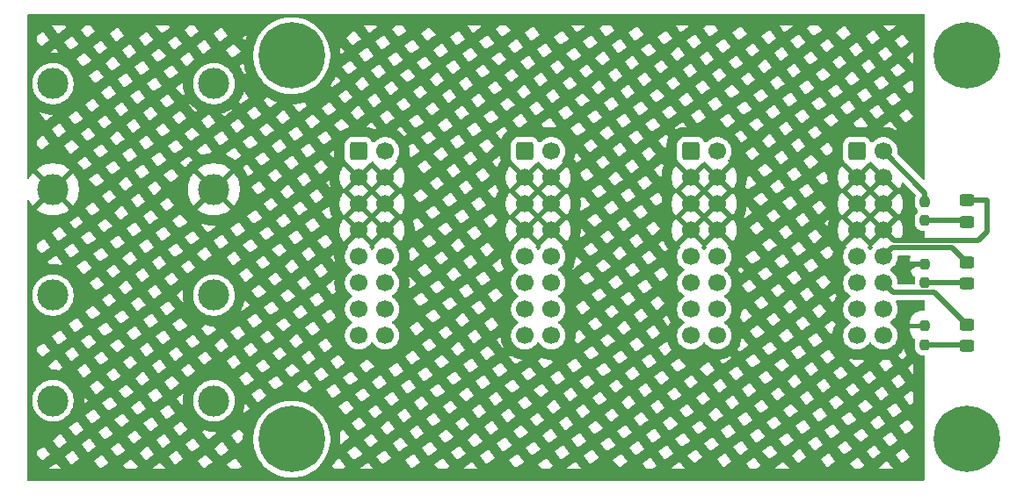
<source format=gbl>
%TF.GenerationSoftware,KiCad,Pcbnew,9.0.7-1.fc42*%
%TF.CreationDate,2026-02-18T17:36:32+01:00*%
%TF.ProjectId,bananabus,62616e61-6e61-4627-9573-2e6b69636164,rev?*%
%TF.SameCoordinates,Original*%
%TF.FileFunction,Copper,L2,Bot*%
%TF.FilePolarity,Positive*%
%FSLAX46Y46*%
G04 Gerber Fmt 4.6, Leading zero omitted, Abs format (unit mm)*
G04 Created by KiCad (PCBNEW 9.0.7-1.fc42) date 2026-02-18 17:36:32*
%MOMM*%
%LPD*%
G01*
G04 APERTURE LIST*
G04 Aperture macros list*
%AMRoundRect*
0 Rectangle with rounded corners*
0 $1 Rounding radius*
0 $2 $3 $4 $5 $6 $7 $8 $9 X,Y pos of 4 corners*
0 Add a 4 corners polygon primitive as box body*
4,1,4,$2,$3,$4,$5,$6,$7,$8,$9,$2,$3,0*
0 Add four circle primitives for the rounded corners*
1,1,$1+$1,$2,$3*
1,1,$1+$1,$4,$5*
1,1,$1+$1,$6,$7*
1,1,$1+$1,$8,$9*
0 Add four rect primitives between the rounded corners*
20,1,$1+$1,$2,$3,$4,$5,0*
20,1,$1+$1,$4,$5,$6,$7,0*
20,1,$1+$1,$6,$7,$8,$9,0*
20,1,$1+$1,$8,$9,$2,$3,0*%
G04 Aperture macros list end*
%TA.AperFunction,ComponentPad*%
%ADD10C,3.000000*%
%TD*%
%TA.AperFunction,ComponentPad*%
%ADD11RoundRect,0.250000X-0.600000X-0.600000X0.600000X-0.600000X0.600000X0.600000X-0.600000X0.600000X0*%
%TD*%
%TA.AperFunction,ComponentPad*%
%ADD12C,1.700000*%
%TD*%
%TA.AperFunction,ComponentPad*%
%ADD13C,6.400000*%
%TD*%
%TA.AperFunction,SMDPad,CuDef*%
%ADD14RoundRect,0.250000X0.450000X-0.325000X0.450000X0.325000X-0.450000X0.325000X-0.450000X-0.325000X0*%
%TD*%
%TA.AperFunction,SMDPad,CuDef*%
%ADD15RoundRect,0.237500X0.237500X-0.250000X0.237500X0.250000X-0.237500X0.250000X-0.237500X-0.250000X0*%
%TD*%
%TA.AperFunction,ViaPad*%
%ADD16C,0.600000*%
%TD*%
%TA.AperFunction,Conductor*%
%ADD17C,0.500000*%
%TD*%
G04 APERTURE END LIST*
D10*
%TO.P,J7,1,Pin_1*%
%TO.N,GND*%
X104000000Y-72900000D03*
X119500000Y-72900000D03*
%TD*%
%TO.P,J8,1,Pin_1*%
%TO.N,+5V*%
X119500000Y-93300000D03*
X104000000Y-93300000D03*
%TD*%
D11*
%TO.P,J3,1,Pin_1*%
%TO.N,-12V*%
X165460000Y-69220000D03*
D12*
%TO.P,J3,2,Pin_2*%
X168000000Y-69220000D03*
%TO.P,J3,3,Pin_3*%
%TO.N,GND*%
X165460000Y-71760000D03*
%TO.P,J3,4,Pin_4*%
X168000000Y-71760000D03*
%TO.P,J3,5,Pin_5*%
X165460000Y-74300000D03*
%TO.P,J3,6,Pin_6*%
X168000000Y-74300000D03*
%TO.P,J3,7,Pin_7*%
X165460000Y-76840000D03*
%TO.P,J3,8,Pin_8*%
X168000000Y-76840000D03*
%TO.P,J3,9,Pin_9*%
%TO.N,+12V*%
X165460000Y-79380000D03*
%TO.P,J3,10,Pin_10*%
X168000000Y-79380000D03*
%TO.P,J3,11,Pin_11*%
%TO.N,+5V*%
X165460000Y-81920000D03*
%TO.P,J3,12,Pin_12*%
X168000000Y-81920000D03*
%TO.P,J3,13,Pin_13*%
%TO.N,/CV*%
X165460000Y-84460000D03*
%TO.P,J3,14,Pin_14*%
X168000000Y-84460000D03*
%TO.P,J3,15,Pin_15*%
%TO.N,/GATE*%
X165460000Y-87000000D03*
%TO.P,J3,16,Pin_16*%
X168000000Y-87000000D03*
%TD*%
D13*
%TO.P,H1,1*%
%TO.N,N/C*%
X192000000Y-60000000D03*
%TD*%
%TO.P,H4,1*%
%TO.N,N/C*%
X127000000Y-97000000D03*
%TD*%
D11*
%TO.P,J1,1,Pin_1*%
%TO.N,-12V*%
X133460000Y-69220000D03*
D12*
%TO.P,J1,2,Pin_2*%
X136000000Y-69220000D03*
%TO.P,J1,3,Pin_3*%
%TO.N,GND*%
X133460000Y-71760000D03*
%TO.P,J1,4,Pin_4*%
X136000000Y-71760000D03*
%TO.P,J1,5,Pin_5*%
X133460000Y-74300000D03*
%TO.P,J1,6,Pin_6*%
X136000000Y-74300000D03*
%TO.P,J1,7,Pin_7*%
X133460000Y-76840000D03*
%TO.P,J1,8,Pin_8*%
X136000000Y-76840000D03*
%TO.P,J1,9,Pin_9*%
%TO.N,+12V*%
X133460000Y-79380000D03*
%TO.P,J1,10,Pin_10*%
X136000000Y-79380000D03*
%TO.P,J1,11,Pin_11*%
%TO.N,+5V*%
X133460000Y-81920000D03*
%TO.P,J1,12,Pin_12*%
X136000000Y-81920000D03*
%TO.P,J1,13,Pin_13*%
%TO.N,/CV*%
X133460000Y-84460000D03*
%TO.P,J1,14,Pin_14*%
X136000000Y-84460000D03*
%TO.P,J1,15,Pin_15*%
%TO.N,/GATE*%
X133460000Y-87000000D03*
%TO.P,J1,16,Pin_16*%
X136000000Y-87000000D03*
%TD*%
D13*
%TO.P,H2,1*%
%TO.N,N/C*%
X192000000Y-97000000D03*
%TD*%
D10*
%TO.P,J6,1,Pin_1*%
%TO.N,+12V*%
X119500000Y-83100000D03*
X104000000Y-83100000D03*
%TD*%
%TO.P,J5,1,Pin_1*%
%TO.N,-12V*%
X119500000Y-62700000D03*
X104000000Y-62700000D03*
%TD*%
D11*
%TO.P,J4,1,Pin_1*%
%TO.N,-12V*%
X181460000Y-69220000D03*
D12*
%TO.P,J4,2,Pin_2*%
X184000000Y-69220000D03*
%TO.P,J4,3,Pin_3*%
%TO.N,GND*%
X181460000Y-71760000D03*
%TO.P,J4,4,Pin_4*%
X184000000Y-71760000D03*
%TO.P,J4,5,Pin_5*%
X181460000Y-74300000D03*
%TO.P,J4,6,Pin_6*%
X184000000Y-74300000D03*
%TO.P,J4,7,Pin_7*%
X181460000Y-76840000D03*
%TO.P,J4,8,Pin_8*%
X184000000Y-76840000D03*
%TO.P,J4,9,Pin_9*%
%TO.N,+12V*%
X181460000Y-79380000D03*
%TO.P,J4,10,Pin_10*%
X184000000Y-79380000D03*
%TO.P,J4,11,Pin_11*%
%TO.N,+5V*%
X181460000Y-81920000D03*
%TO.P,J4,12,Pin_12*%
X184000000Y-81920000D03*
%TO.P,J4,13,Pin_13*%
%TO.N,/CV*%
X181460000Y-84460000D03*
%TO.P,J4,14,Pin_14*%
X184000000Y-84460000D03*
%TO.P,J4,15,Pin_15*%
%TO.N,/GATE*%
X181460000Y-87000000D03*
%TO.P,J4,16,Pin_16*%
X184000000Y-87000000D03*
%TD*%
D11*
%TO.P,J2,1,Pin_1*%
%TO.N,-12V*%
X149460000Y-69220000D03*
D12*
%TO.P,J2,2,Pin_2*%
X152000000Y-69220000D03*
%TO.P,J2,3,Pin_3*%
%TO.N,GND*%
X149460000Y-71760000D03*
%TO.P,J2,4,Pin_4*%
X152000000Y-71760000D03*
%TO.P,J2,5,Pin_5*%
X149460000Y-74300000D03*
%TO.P,J2,6,Pin_6*%
X152000000Y-74300000D03*
%TO.P,J2,7,Pin_7*%
X149460000Y-76840000D03*
%TO.P,J2,8,Pin_8*%
X152000000Y-76840000D03*
%TO.P,J2,9,Pin_9*%
%TO.N,+12V*%
X149460000Y-79380000D03*
%TO.P,J2,10,Pin_10*%
X152000000Y-79380000D03*
%TO.P,J2,11,Pin_11*%
%TO.N,+5V*%
X149460000Y-81920000D03*
%TO.P,J2,12,Pin_12*%
X152000000Y-81920000D03*
%TO.P,J2,13,Pin_13*%
%TO.N,/CV*%
X149460000Y-84460000D03*
%TO.P,J2,14,Pin_14*%
X152000000Y-84460000D03*
%TO.P,J2,15,Pin_15*%
%TO.N,/GATE*%
X149460000Y-87000000D03*
%TO.P,J2,16,Pin_16*%
X152000000Y-87000000D03*
%TD*%
D13*
%TO.P,H3,1*%
%TO.N,N/C*%
X127000000Y-60000000D03*
%TD*%
D14*
%TO.P,D3,1,K*%
%TO.N,Net-(D3-K)*%
X192000000Y-76025000D03*
%TO.P,D3,2,A*%
%TO.N,GND*%
X192000000Y-73975000D03*
%TD*%
D15*
%TO.P,R1,1*%
%TO.N,Net-(D2-K)*%
X188000000Y-87912500D03*
%TO.P,R1,2*%
%TO.N,GND*%
X188000000Y-86087500D03*
%TD*%
D14*
%TO.P,D1,1,K*%
%TO.N,Net-(D1-K)*%
X192000000Y-82025000D03*
%TO.P,D1,2,A*%
%TO.N,+12V*%
X192000000Y-79975000D03*
%TD*%
D15*
%TO.P,R4,1*%
%TO.N,Net-(D1-K)*%
X188000000Y-81912500D03*
%TO.P,R4,2*%
%TO.N,GND*%
X188000000Y-80087500D03*
%TD*%
%TO.P,R2,1*%
%TO.N,Net-(D3-K)*%
X188000000Y-75912500D03*
%TO.P,R2,2*%
%TO.N,-12V*%
X188000000Y-74087500D03*
%TD*%
D14*
%TO.P,D2,1,K*%
%TO.N,Net-(D2-K)*%
X192000000Y-88025000D03*
%TO.P,D2,2,A*%
%TO.N,+5V*%
X192000000Y-85975000D03*
%TD*%
D16*
%TO.N,GND*%
X186000000Y-81000000D03*
%TD*%
D17*
%TO.N,GND*%
X193975000Y-77000000D02*
X193146000Y-77829000D01*
X193975000Y-73975000D02*
X193975000Y-77000000D01*
X184989000Y-77829000D02*
X193146000Y-77829000D01*
X192000000Y-73975000D02*
X193975000Y-73975000D01*
X184989000Y-77829000D02*
X184000000Y-76840000D01*
X186912500Y-80087500D02*
X186000000Y-81000000D01*
X188000000Y-80087500D02*
X186912500Y-80087500D01*
%TO.N,Net-(D1-K)*%
X188000000Y-81912500D02*
X191887500Y-81912500D01*
X191887500Y-81912500D02*
X192000000Y-82025000D01*
%TO.N,Net-(D2-K)*%
X188000000Y-87912500D02*
X191887500Y-87912500D01*
X191887500Y-87912500D02*
X192000000Y-88025000D01*
%TO.N,+5V*%
X184000000Y-81920000D02*
X184931000Y-82851000D01*
X184931000Y-82851000D02*
X188876000Y-82851000D01*
X188876000Y-82851000D02*
X192000000Y-85975000D01*
%TO.N,+12V*%
X184000000Y-79380000D02*
X184850000Y-78530000D01*
X190555000Y-78530000D02*
X192000000Y-79975000D01*
X184850000Y-78530000D02*
X190555000Y-78530000D01*
%TO.N,Net-(D3-K)*%
X188000000Y-75912500D02*
X191887500Y-75912500D01*
X191887500Y-75912500D02*
X192000000Y-76025000D01*
%TO.N,-12V*%
X188000000Y-74087500D02*
X188000000Y-73220000D01*
X188000000Y-73220000D02*
X184000000Y-69220000D01*
%TD*%
%TA.AperFunction,Conductor*%
%TO.N,GND*%
G36*
X135534075Y-77032993D02*
G01*
X135599901Y-77147007D01*
X135692993Y-77240099D01*
X135807007Y-77305925D01*
X135870590Y-77322962D01*
X134880614Y-78312936D01*
X134880614Y-78312938D01*
X134929462Y-78350420D01*
X134970665Y-78406848D01*
X134974820Y-78476594D01*
X134954294Y-78521681D01*
X134844949Y-78672182D01*
X134840484Y-78680946D01*
X134792509Y-78731742D01*
X134724688Y-78748536D01*
X134658553Y-78725998D01*
X134619516Y-78680946D01*
X134615050Y-78672182D01*
X134505706Y-78521681D01*
X134482226Y-78455874D01*
X134498052Y-78387821D01*
X134530537Y-78350420D01*
X134579384Y-78312937D01*
X134579384Y-78312936D01*
X133589409Y-77322962D01*
X133652993Y-77305925D01*
X133767007Y-77240099D01*
X133860099Y-77147007D01*
X133925925Y-77032993D01*
X133942962Y-76969409D01*
X134729999Y-77756446D01*
X135517037Y-76969408D01*
X135534075Y-77032993D01*
G37*
%TD.AperFunction*%
%TA.AperFunction,Conductor*%
G36*
X135534075Y-74492993D02*
G01*
X135599901Y-74607007D01*
X135692993Y-74700099D01*
X135807007Y-74765925D01*
X135870590Y-74782962D01*
X135083553Y-75570000D01*
X135870590Y-76357037D01*
X135807007Y-76374075D01*
X135692993Y-76439901D01*
X135599901Y-76532993D01*
X135534075Y-76647007D01*
X135517037Y-76710590D01*
X134730001Y-75923553D01*
X134730000Y-75923553D01*
X133942962Y-76710590D01*
X133925925Y-76647007D01*
X133860099Y-76532993D01*
X133767007Y-76439901D01*
X133652993Y-76374075D01*
X133589408Y-76357037D01*
X134376446Y-75570000D01*
X134376446Y-75569999D01*
X133589410Y-74782962D01*
X133652993Y-74765925D01*
X133767007Y-74700099D01*
X133860099Y-74607007D01*
X133925925Y-74492993D01*
X133942962Y-74429410D01*
X134729999Y-75216446D01*
X135517037Y-74429408D01*
X135534075Y-74492993D01*
G37*
%TD.AperFunction*%
%TA.AperFunction,Conductor*%
G36*
X135534075Y-71952993D02*
G01*
X135599901Y-72067007D01*
X135692993Y-72160099D01*
X135807007Y-72225925D01*
X135870590Y-72242962D01*
X135083553Y-73030000D01*
X135870590Y-73817037D01*
X135807007Y-73834075D01*
X135692993Y-73899901D01*
X135599901Y-73992993D01*
X135534075Y-74107007D01*
X135517037Y-74170590D01*
X134730001Y-73383553D01*
X134730000Y-73383553D01*
X133942962Y-74170589D01*
X133925925Y-74107007D01*
X133860099Y-73992993D01*
X133767007Y-73899901D01*
X133652993Y-73834075D01*
X133589408Y-73817037D01*
X134376446Y-73030000D01*
X134376446Y-73029999D01*
X133589410Y-72242962D01*
X133652993Y-72225925D01*
X133767007Y-72160099D01*
X133860099Y-72067007D01*
X133925925Y-71952993D01*
X133942962Y-71889409D01*
X134729999Y-72676446D01*
X135517037Y-71889408D01*
X135534075Y-71952993D01*
G37*
%TD.AperFunction*%
%TA.AperFunction,Conductor*%
G36*
X134842924Y-70250080D02*
G01*
X134851155Y-70257602D01*
X135870590Y-71277037D01*
X135807007Y-71294075D01*
X135692993Y-71359901D01*
X135599901Y-71452993D01*
X135534075Y-71567007D01*
X135517037Y-71630590D01*
X134730001Y-70843553D01*
X134730000Y-70843553D01*
X133942962Y-71630590D01*
X133925925Y-71567007D01*
X133860099Y-71452993D01*
X133767007Y-71359901D01*
X133652993Y-71294075D01*
X133589407Y-71277037D01*
X134332078Y-70534367D01*
X134373291Y-70508950D01*
X134372786Y-70507867D01*
X134379323Y-70504817D01*
X134379334Y-70504814D01*
X134528656Y-70412712D01*
X134652712Y-70288656D01*
X134657933Y-70280190D01*
X134709879Y-70233464D01*
X134778841Y-70222239D01*
X134842924Y-70250080D01*
G37*
%TD.AperFunction*%
%TA.AperFunction,Conductor*%
G36*
X151534075Y-77032993D02*
G01*
X151599901Y-77147007D01*
X151692993Y-77240099D01*
X151807007Y-77305925D01*
X151870590Y-77322962D01*
X150880614Y-78312936D01*
X150880614Y-78312938D01*
X150929462Y-78350420D01*
X150970665Y-78406848D01*
X150974820Y-78476594D01*
X150954294Y-78521681D01*
X150844949Y-78672182D01*
X150840484Y-78680946D01*
X150792509Y-78731742D01*
X150724688Y-78748536D01*
X150658553Y-78725998D01*
X150619516Y-78680946D01*
X150615050Y-78672182D01*
X150505706Y-78521681D01*
X150482226Y-78455874D01*
X150498052Y-78387821D01*
X150530537Y-78350420D01*
X150579384Y-78312937D01*
X150579384Y-78312936D01*
X149589409Y-77322962D01*
X149652993Y-77305925D01*
X149767007Y-77240099D01*
X149860099Y-77147007D01*
X149925925Y-77032993D01*
X149942962Y-76969409D01*
X150729999Y-77756446D01*
X151517037Y-76969408D01*
X151534075Y-77032993D01*
G37*
%TD.AperFunction*%
%TA.AperFunction,Conductor*%
G36*
X151534075Y-74492993D02*
G01*
X151599901Y-74607007D01*
X151692993Y-74700099D01*
X151807007Y-74765925D01*
X151870590Y-74782962D01*
X151083552Y-75570000D01*
X151870590Y-76357037D01*
X151807007Y-76374075D01*
X151692993Y-76439901D01*
X151599901Y-76532993D01*
X151534075Y-76647007D01*
X151517037Y-76710590D01*
X150730001Y-75923553D01*
X150730000Y-75923553D01*
X149942962Y-76710590D01*
X149925925Y-76647007D01*
X149860099Y-76532993D01*
X149767007Y-76439901D01*
X149652993Y-76374075D01*
X149589408Y-76357037D01*
X150376446Y-75570000D01*
X150376446Y-75569999D01*
X149589410Y-74782962D01*
X149652993Y-74765925D01*
X149767007Y-74700099D01*
X149860099Y-74607007D01*
X149925925Y-74492993D01*
X149942962Y-74429409D01*
X150729999Y-75216446D01*
X151517037Y-74429408D01*
X151534075Y-74492993D01*
G37*
%TD.AperFunction*%
%TA.AperFunction,Conductor*%
G36*
X151534075Y-71952993D02*
G01*
X151599901Y-72067007D01*
X151692993Y-72160099D01*
X151807007Y-72225925D01*
X151870590Y-72242962D01*
X151083552Y-73030000D01*
X151870590Y-73817037D01*
X151807007Y-73834075D01*
X151692993Y-73899901D01*
X151599901Y-73992993D01*
X151534075Y-74107007D01*
X151517037Y-74170590D01*
X150730001Y-73383553D01*
X150730000Y-73383553D01*
X149942962Y-74170590D01*
X149925925Y-74107007D01*
X149860099Y-73992993D01*
X149767007Y-73899901D01*
X149652993Y-73834075D01*
X149589408Y-73817037D01*
X150376446Y-73030000D01*
X150376446Y-73029999D01*
X149589410Y-72242962D01*
X149652993Y-72225925D01*
X149767007Y-72160099D01*
X149860099Y-72067007D01*
X149925925Y-71952993D01*
X149942962Y-71889409D01*
X150729999Y-72676446D01*
X151517037Y-71889408D01*
X151534075Y-71952993D01*
G37*
%TD.AperFunction*%
%TA.AperFunction,Conductor*%
G36*
X150842924Y-70250080D02*
G01*
X150851155Y-70257602D01*
X151870590Y-71277037D01*
X151807007Y-71294075D01*
X151692993Y-71359901D01*
X151599901Y-71452993D01*
X151534075Y-71567007D01*
X151517037Y-71630590D01*
X150730001Y-70843553D01*
X150730000Y-70843553D01*
X149942962Y-71630590D01*
X149925925Y-71567007D01*
X149860099Y-71452993D01*
X149767007Y-71359901D01*
X149652993Y-71294075D01*
X149589407Y-71277037D01*
X150332078Y-70534367D01*
X150373291Y-70508950D01*
X150372786Y-70507867D01*
X150379323Y-70504817D01*
X150379334Y-70504814D01*
X150528656Y-70412712D01*
X150652712Y-70288656D01*
X150657933Y-70280190D01*
X150709879Y-70233464D01*
X150778841Y-70222239D01*
X150842924Y-70250080D01*
G37*
%TD.AperFunction*%
%TA.AperFunction,Conductor*%
G36*
X167534075Y-77032993D02*
G01*
X167599901Y-77147007D01*
X167692993Y-77240099D01*
X167807007Y-77305925D01*
X167870590Y-77322962D01*
X166880614Y-78312936D01*
X166880614Y-78312938D01*
X166929462Y-78350420D01*
X166970665Y-78406848D01*
X166974820Y-78476594D01*
X166954294Y-78521681D01*
X166844949Y-78672182D01*
X166840484Y-78680946D01*
X166792509Y-78731742D01*
X166724688Y-78748536D01*
X166658553Y-78725998D01*
X166619516Y-78680946D01*
X166615050Y-78672182D01*
X166505706Y-78521681D01*
X166482226Y-78455874D01*
X166498052Y-78387821D01*
X166530537Y-78350420D01*
X166579384Y-78312937D01*
X166579384Y-78312936D01*
X165589409Y-77322962D01*
X165652993Y-77305925D01*
X165767007Y-77240099D01*
X165860099Y-77147007D01*
X165925925Y-77032993D01*
X165942962Y-76969409D01*
X166729999Y-77756446D01*
X167517037Y-76969408D01*
X167534075Y-77032993D01*
G37*
%TD.AperFunction*%
%TA.AperFunction,Conductor*%
G36*
X167534075Y-74492993D02*
G01*
X167599901Y-74607007D01*
X167692993Y-74700099D01*
X167807007Y-74765925D01*
X167870590Y-74782962D01*
X167083553Y-75570000D01*
X167870590Y-76357037D01*
X167807007Y-76374075D01*
X167692993Y-76439901D01*
X167599901Y-76532993D01*
X167534075Y-76647007D01*
X167517037Y-76710590D01*
X166730001Y-75923553D01*
X166730000Y-75923553D01*
X165942962Y-76710590D01*
X165925925Y-76647007D01*
X165860099Y-76532993D01*
X165767007Y-76439901D01*
X165652993Y-76374075D01*
X165589408Y-76357037D01*
X166376446Y-75570000D01*
X166376446Y-75569999D01*
X165589410Y-74782962D01*
X165652993Y-74765925D01*
X165767007Y-74700099D01*
X165860099Y-74607007D01*
X165925925Y-74492993D01*
X165942962Y-74429410D01*
X166729999Y-75216446D01*
X167517037Y-74429408D01*
X167534075Y-74492993D01*
G37*
%TD.AperFunction*%
%TA.AperFunction,Conductor*%
G36*
X167534075Y-71952993D02*
G01*
X167599901Y-72067007D01*
X167692993Y-72160099D01*
X167807007Y-72225925D01*
X167870590Y-72242962D01*
X167083552Y-73030000D01*
X167870590Y-73817037D01*
X167807007Y-73834075D01*
X167692993Y-73899901D01*
X167599901Y-73992993D01*
X167534075Y-74107007D01*
X167517037Y-74170590D01*
X166730001Y-73383553D01*
X166730000Y-73383553D01*
X165942962Y-74170589D01*
X165925925Y-74107007D01*
X165860099Y-73992993D01*
X165767007Y-73899901D01*
X165652993Y-73834075D01*
X165589408Y-73817037D01*
X166376446Y-73030000D01*
X166376446Y-73029999D01*
X165589410Y-72242962D01*
X165652993Y-72225925D01*
X165767007Y-72160099D01*
X165860099Y-72067007D01*
X165925925Y-71952993D01*
X165942962Y-71889409D01*
X166729999Y-72676446D01*
X167517037Y-71889408D01*
X167534075Y-71952993D01*
G37*
%TD.AperFunction*%
%TA.AperFunction,Conductor*%
G36*
X166842924Y-70250080D02*
G01*
X166851155Y-70257602D01*
X167870590Y-71277037D01*
X167807007Y-71294075D01*
X167692993Y-71359901D01*
X167599901Y-71452993D01*
X167534075Y-71567007D01*
X167517037Y-71630590D01*
X166730001Y-70843553D01*
X166730000Y-70843553D01*
X165942962Y-71630590D01*
X165925925Y-71567007D01*
X165860099Y-71452993D01*
X165767007Y-71359901D01*
X165652993Y-71294075D01*
X165589407Y-71277037D01*
X166332078Y-70534367D01*
X166373291Y-70508950D01*
X166372786Y-70507867D01*
X166379323Y-70504817D01*
X166379334Y-70504814D01*
X166528656Y-70412712D01*
X166652712Y-70288656D01*
X166657933Y-70280190D01*
X166709879Y-70233464D01*
X166778841Y-70222239D01*
X166842924Y-70250080D01*
G37*
%TD.AperFunction*%
%TA.AperFunction,Conductor*%
G36*
X187943039Y-56020185D02*
G01*
X187988794Y-56072989D01*
X188000000Y-56124500D01*
X188000000Y-71859270D01*
X187980315Y-71926309D01*
X187927511Y-71972064D01*
X187858353Y-71982008D01*
X187794797Y-71952983D01*
X187788319Y-71946951D01*
X185370175Y-69528807D01*
X185336690Y-69467484D01*
X185335383Y-69421728D01*
X185350500Y-69326285D01*
X185350500Y-69113713D01*
X185343816Y-69071511D01*
X185317246Y-68903757D01*
X185251557Y-68701588D01*
X185155051Y-68512184D01*
X185155049Y-68512181D01*
X185155048Y-68512179D01*
X185030109Y-68340213D01*
X184879786Y-68189890D01*
X184707820Y-68064951D01*
X184518414Y-67968444D01*
X184518413Y-67968443D01*
X184518412Y-67968443D01*
X184316243Y-67902754D01*
X184316241Y-67902753D01*
X184316240Y-67902753D01*
X184154957Y-67877208D01*
X184106287Y-67869500D01*
X183893713Y-67869500D01*
X183845042Y-67877208D01*
X183683760Y-67902753D01*
X183481585Y-67968444D01*
X183292179Y-68064951D01*
X183120213Y-68189890D01*
X182969894Y-68340209D01*
X182969885Y-68340219D01*
X182966330Y-68345113D01*
X182910997Y-68387775D01*
X182841383Y-68393748D01*
X182779591Y-68361137D01*
X182748312Y-68311223D01*
X182744815Y-68300670D01*
X182744814Y-68300666D01*
X182652712Y-68151344D01*
X182528656Y-68027288D01*
X182395946Y-67945432D01*
X182379336Y-67935187D01*
X182379331Y-67935185D01*
X182377862Y-67934698D01*
X182212797Y-67880001D01*
X182212795Y-67880000D01*
X182110010Y-67869500D01*
X180809998Y-67869500D01*
X180809981Y-67869501D01*
X180707203Y-67880000D01*
X180707200Y-67880001D01*
X180540668Y-67935185D01*
X180540663Y-67935187D01*
X180391342Y-68027289D01*
X180267289Y-68151342D01*
X180175187Y-68300663D01*
X180175185Y-68300668D01*
X180155148Y-68361137D01*
X180120001Y-68467203D01*
X180120001Y-68467204D01*
X180120000Y-68467204D01*
X180109500Y-68569983D01*
X180109500Y-69870001D01*
X180109501Y-69870018D01*
X180120000Y-69972796D01*
X180120001Y-69972799D01*
X180175185Y-70139331D01*
X180175187Y-70139336D01*
X180189132Y-70161944D01*
X180267288Y-70288656D01*
X180391344Y-70412712D01*
X180540666Y-70504814D01*
X180540668Y-70504814D01*
X180540669Y-70504815D01*
X180547213Y-70507867D01*
X180546707Y-70508949D01*
X180587920Y-70534367D01*
X181330590Y-71277037D01*
X181267007Y-71294075D01*
X181152993Y-71359901D01*
X181059901Y-71452993D01*
X180994075Y-71567007D01*
X180977037Y-71630590D01*
X179987061Y-70640614D01*
X179987060Y-70640614D01*
X179918480Y-70729990D01*
X179797227Y-70940006D01*
X179797220Y-70940021D01*
X179704421Y-71164060D01*
X179641653Y-71398312D01*
X179610001Y-71638735D01*
X179610000Y-71638751D01*
X179610000Y-71881248D01*
X179610001Y-71881264D01*
X179641653Y-72121687D01*
X179704421Y-72355939D01*
X179797220Y-72579978D01*
X179797227Y-72579992D01*
X179918481Y-72790010D01*
X179987061Y-72879384D01*
X180977037Y-71889408D01*
X180994075Y-71952993D01*
X181059901Y-72067007D01*
X181152993Y-72160099D01*
X181267007Y-72225925D01*
X181330590Y-72242962D01*
X180543553Y-73030000D01*
X181330590Y-73817037D01*
X181267007Y-73834075D01*
X181152993Y-73899901D01*
X181059901Y-73992993D01*
X180994075Y-74107007D01*
X180977037Y-74170590D01*
X179987061Y-73180614D01*
X179987060Y-73180614D01*
X179918480Y-73269990D01*
X179797227Y-73480006D01*
X179797220Y-73480021D01*
X179704421Y-73704060D01*
X179641653Y-73938312D01*
X179610001Y-74178735D01*
X179610000Y-74178751D01*
X179610000Y-74421248D01*
X179610001Y-74421264D01*
X179641653Y-74661687D01*
X179704421Y-74895939D01*
X179797220Y-75119978D01*
X179797227Y-75119992D01*
X179918481Y-75330010D01*
X179987061Y-75419384D01*
X180977037Y-74429408D01*
X180994075Y-74492993D01*
X181059901Y-74607007D01*
X181152993Y-74700099D01*
X181267007Y-74765925D01*
X181330590Y-74782962D01*
X180543552Y-75570000D01*
X181330590Y-76357037D01*
X181267007Y-76374075D01*
X181152993Y-76439901D01*
X181059901Y-76532993D01*
X180994075Y-76647007D01*
X180977037Y-76710590D01*
X179987061Y-75720614D01*
X179987060Y-75720614D01*
X179918480Y-75809990D01*
X179797227Y-76020006D01*
X179797220Y-76020021D01*
X179704421Y-76244060D01*
X179641653Y-76478312D01*
X179610001Y-76718735D01*
X179610000Y-76718751D01*
X179610000Y-76961248D01*
X179610001Y-76961264D01*
X179641653Y-77201687D01*
X179704421Y-77435939D01*
X179797220Y-77659978D01*
X179797227Y-77659992D01*
X179918481Y-77870010D01*
X179987061Y-77959384D01*
X180977037Y-76969408D01*
X180994075Y-77032993D01*
X181059901Y-77147007D01*
X181152993Y-77240099D01*
X181267007Y-77305925D01*
X181330590Y-77322962D01*
X180340614Y-78312936D01*
X180340614Y-78312938D01*
X180389462Y-78350420D01*
X180430665Y-78406848D01*
X180434820Y-78476594D01*
X180414294Y-78521681D01*
X180304951Y-78672179D01*
X180208444Y-78861585D01*
X180142753Y-79063760D01*
X180109500Y-79273713D01*
X180109500Y-79486286D01*
X180138929Y-79672097D01*
X180142754Y-79696243D01*
X180195561Y-79858767D01*
X180208444Y-79898414D01*
X180304951Y-80087820D01*
X180429890Y-80259786D01*
X180580213Y-80410109D01*
X180752182Y-80535050D01*
X180760946Y-80539516D01*
X180811742Y-80587491D01*
X180828536Y-80655312D01*
X180805998Y-80721447D01*
X180760946Y-80760484D01*
X180752182Y-80764949D01*
X180580213Y-80889890D01*
X180429890Y-81040213D01*
X180304951Y-81212179D01*
X180208444Y-81401585D01*
X180142753Y-81603760D01*
X180125002Y-81715835D01*
X180109500Y-81813713D01*
X180109500Y-82026287D01*
X180112606Y-82045897D01*
X180139121Y-82213309D01*
X180142754Y-82236243D01*
X180175412Y-82336755D01*
X180208444Y-82438414D01*
X180304951Y-82627820D01*
X180429890Y-82799786D01*
X180580213Y-82950109D01*
X180752182Y-83075050D01*
X180760946Y-83079516D01*
X180811742Y-83127491D01*
X180828536Y-83195312D01*
X180805998Y-83261447D01*
X180760946Y-83300484D01*
X180752182Y-83304949D01*
X180580213Y-83429890D01*
X180429890Y-83580213D01*
X180304951Y-83752179D01*
X180208444Y-83941585D01*
X180142753Y-84143760D01*
X180121231Y-84279647D01*
X180109500Y-84353713D01*
X180109500Y-84566287D01*
X180113065Y-84588794D01*
X180137649Y-84744015D01*
X180142754Y-84776243D01*
X180182330Y-84898046D01*
X180208444Y-84978414D01*
X180304951Y-85167820D01*
X180429890Y-85339786D01*
X180580213Y-85490109D01*
X180752182Y-85615050D01*
X180760946Y-85619516D01*
X180811742Y-85667491D01*
X180828536Y-85735312D01*
X180805998Y-85801447D01*
X180760946Y-85840484D01*
X180752182Y-85844949D01*
X180580213Y-85969890D01*
X180429890Y-86120213D01*
X180304951Y-86292179D01*
X180208444Y-86481585D01*
X180142753Y-86683760D01*
X180118813Y-86834914D01*
X180109500Y-86893713D01*
X180109500Y-87106287D01*
X180115080Y-87141520D01*
X180140255Y-87300469D01*
X180142754Y-87316243D01*
X180147077Y-87329549D01*
X180208444Y-87518414D01*
X180304951Y-87707820D01*
X180429890Y-87879786D01*
X180580213Y-88030109D01*
X180752179Y-88155048D01*
X180752181Y-88155049D01*
X180752184Y-88155051D01*
X180941588Y-88251557D01*
X181143757Y-88317246D01*
X181353713Y-88350500D01*
X181353714Y-88350500D01*
X181566286Y-88350500D01*
X181566287Y-88350500D01*
X181776243Y-88317246D01*
X181978412Y-88251557D01*
X182167816Y-88155051D01*
X182247018Y-88097508D01*
X182339786Y-88030109D01*
X182339788Y-88030106D01*
X182339792Y-88030104D01*
X182490104Y-87879792D01*
X182490106Y-87879788D01*
X182490109Y-87879786D01*
X182615048Y-87707820D01*
X182615047Y-87707820D01*
X182615051Y-87707816D01*
X182619514Y-87699054D01*
X182667488Y-87648259D01*
X182735308Y-87631463D01*
X182801444Y-87653999D01*
X182840486Y-87699056D01*
X182844951Y-87707820D01*
X182969890Y-87879786D01*
X183120213Y-88030109D01*
X183292179Y-88155048D01*
X183292181Y-88155049D01*
X183292184Y-88155051D01*
X183481588Y-88251557D01*
X183683757Y-88317246D01*
X183893713Y-88350500D01*
X183893714Y-88350500D01*
X184106286Y-88350500D01*
X184106287Y-88350500D01*
X184316243Y-88317246D01*
X184518412Y-88251557D01*
X184707816Y-88155051D01*
X184787018Y-88097508D01*
X184879786Y-88030109D01*
X184879788Y-88030106D01*
X184879792Y-88030104D01*
X185030104Y-87879792D01*
X185030106Y-87879788D01*
X185030109Y-87879786D01*
X185155048Y-87707820D01*
X185155047Y-87707820D01*
X185155051Y-87707816D01*
X185251557Y-87518412D01*
X185317246Y-87316243D01*
X185350500Y-87106287D01*
X185350500Y-86893713D01*
X185317246Y-86683757D01*
X185251557Y-86481588D01*
X185155051Y-86292184D01*
X185155049Y-86292181D01*
X185155048Y-86292179D01*
X185030109Y-86120213D01*
X184879786Y-85969890D01*
X184707820Y-85844951D01*
X184707115Y-85844591D01*
X184699054Y-85840485D01*
X184648259Y-85792512D01*
X184631463Y-85724692D01*
X184653999Y-85658556D01*
X184699054Y-85619515D01*
X184707816Y-85615051D01*
X184729789Y-85599086D01*
X184879786Y-85490109D01*
X184879788Y-85490106D01*
X184879792Y-85490104D01*
X185030104Y-85339792D01*
X185030106Y-85339788D01*
X185030109Y-85339786D01*
X185155048Y-85167820D01*
X185155047Y-85167820D01*
X185155051Y-85167816D01*
X185251557Y-84978412D01*
X185317246Y-84776243D01*
X185350500Y-84566287D01*
X185350500Y-84353713D01*
X185317246Y-84143757D01*
X185251557Y-83941588D01*
X185170137Y-83781793D01*
X185157242Y-83713126D01*
X185183518Y-83648385D01*
X185240624Y-83608128D01*
X185280623Y-83601500D01*
X187876000Y-83601500D01*
X187943039Y-83621185D01*
X187988794Y-83673989D01*
X188000000Y-83725500D01*
X188000000Y-84476000D01*
X187980315Y-84543039D01*
X187927511Y-84588794D01*
X187876001Y-84600000D01*
X187698952Y-84600000D01*
X187698936Y-84600001D01*
X187568124Y-84610295D01*
X187352132Y-84664721D01*
X187352129Y-84664722D01*
X187149317Y-84756843D01*
X187149307Y-84756848D01*
X186966219Y-84883693D01*
X186966207Y-84883703D01*
X186808703Y-85041207D01*
X186808693Y-85041219D01*
X186681848Y-85224307D01*
X186681843Y-85224317D01*
X186589722Y-85427129D01*
X186589721Y-85427132D01*
X186535296Y-85643121D01*
X186535295Y-85643127D01*
X186525000Y-85773937D01*
X186525000Y-85837500D01*
X187876000Y-85837500D01*
X187943039Y-85857185D01*
X187988794Y-85909989D01*
X188000000Y-85961500D01*
X188000000Y-86213500D01*
X187980315Y-86280539D01*
X187927511Y-86326294D01*
X187876000Y-86337500D01*
X186525001Y-86337500D01*
X186525001Y-86401063D01*
X186535295Y-86531875D01*
X186589721Y-86747867D01*
X186589722Y-86747870D01*
X186681843Y-86950682D01*
X186681848Y-86950692D01*
X186808693Y-87133780D01*
X186808698Y-87133786D01*
X186966211Y-87291299D01*
X187005281Y-87318368D01*
X187049177Y-87372727D01*
X187056716Y-87442189D01*
X187052370Y-87459299D01*
X187034826Y-87512243D01*
X187024500Y-87613315D01*
X187024500Y-88211669D01*
X187024501Y-88211687D01*
X187034825Y-88312752D01*
X187060727Y-88390916D01*
X187083183Y-88458685D01*
X187089092Y-88476515D01*
X187089093Y-88476518D01*
X187096401Y-88488366D01*
X187179660Y-88623350D01*
X187301650Y-88745340D01*
X187448484Y-88835908D01*
X187612247Y-88890174D01*
X187713323Y-88900500D01*
X187876001Y-88900499D01*
X187943039Y-88920183D01*
X187988794Y-88972987D01*
X188000000Y-89024499D01*
X188000000Y-100875500D01*
X187980315Y-100942539D01*
X187927511Y-100988294D01*
X187876000Y-100999500D01*
X101624500Y-100999500D01*
X101557461Y-100979815D01*
X101511706Y-100927011D01*
X101500500Y-100875500D01*
X101500500Y-99876000D01*
X103589388Y-99876000D01*
X104785498Y-99876000D01*
X104352289Y-99301112D01*
X103589388Y-99876000D01*
X101500500Y-99876000D01*
X101500500Y-98193771D01*
X102498500Y-98193771D01*
X102498500Y-98506012D01*
X102951445Y-99107092D01*
X103491011Y-98700500D01*
X105149328Y-98700500D01*
X105752346Y-99500733D01*
X106291912Y-99094141D01*
X107950229Y-99094141D01*
X108539402Y-99876000D01*
X108577631Y-99876000D01*
X109092814Y-99487782D01*
X110751130Y-99487782D01*
X111043673Y-99876000D01*
X111900911Y-99876000D01*
X113559229Y-99876000D01*
X114802584Y-99876000D01*
X114352264Y-99278405D01*
X113559229Y-99876000D01*
X111900911Y-99876000D01*
X112154380Y-99684997D01*
X111551363Y-98884764D01*
X110751130Y-99487782D01*
X109092814Y-99487782D01*
X109353480Y-99291356D01*
X108750462Y-98491123D01*
X107950229Y-99094141D01*
X106291912Y-99094141D01*
X106552578Y-98897715D01*
X105949560Y-98097482D01*
X105149328Y-98700500D01*
X103491011Y-98700500D01*
X103751677Y-98504074D01*
X103148659Y-97703841D01*
X102498500Y-98193771D01*
X101500500Y-98193771D01*
X101500500Y-97103229D01*
X103945698Y-97103229D01*
X104548716Y-97903462D01*
X105088282Y-97496870D01*
X106746599Y-97496870D01*
X107349617Y-98297103D01*
X107889183Y-97890511D01*
X109547500Y-97890511D01*
X110150518Y-98690744D01*
X110690085Y-98284152D01*
X112348401Y-98284152D01*
X112951419Y-99084385D01*
X113490986Y-98677793D01*
X115149302Y-98677793D01*
X115752320Y-99478026D01*
X116291887Y-99071434D01*
X117950203Y-99071434D01*
X118553222Y-99871666D01*
X119092787Y-99465075D01*
X120751104Y-99465075D01*
X121060758Y-99876000D01*
X121870752Y-99876000D01*
X122154355Y-99662289D01*
X121551337Y-98862056D01*
X120751104Y-99465075D01*
X119092787Y-99465075D01*
X119353454Y-99268648D01*
X118750436Y-98468415D01*
X117950203Y-99071434D01*
X116291887Y-99071434D01*
X116552553Y-98875008D01*
X115949535Y-98074775D01*
X115149302Y-98677793D01*
X113490986Y-98677793D01*
X113751652Y-98481367D01*
X113148634Y-97681134D01*
X112348401Y-98284152D01*
X110690085Y-98284152D01*
X110950751Y-98087726D01*
X110347733Y-97287493D01*
X109547500Y-97890511D01*
X107889183Y-97890511D01*
X108149849Y-97694085D01*
X107546831Y-96893852D01*
X106746599Y-97496870D01*
X105088282Y-97496870D01*
X105348948Y-97300444D01*
X104745930Y-96500211D01*
X103945698Y-97103229D01*
X101500500Y-97103229D01*
X101500500Y-95899599D01*
X105542969Y-95899599D01*
X106145987Y-96699832D01*
X106685553Y-96293240D01*
X108343870Y-96293240D01*
X108946888Y-97093473D01*
X109486455Y-96686881D01*
X111144771Y-96686881D01*
X111747789Y-97487114D01*
X112287356Y-97080522D01*
X113945672Y-97080522D01*
X114548690Y-97880754D01*
X115088255Y-97474163D01*
X116746573Y-97474163D01*
X117349591Y-98274395D01*
X117889156Y-97867804D01*
X119547474Y-97867804D01*
X120150492Y-98668037D01*
X120950725Y-98065018D01*
X120347707Y-97264785D01*
X119547474Y-97867804D01*
X117889156Y-97867804D01*
X118149824Y-97671377D01*
X117546806Y-96871145D01*
X116746573Y-97474163D01*
X115088255Y-97474163D01*
X115348923Y-97277736D01*
X114745905Y-96477504D01*
X113945672Y-97080522D01*
X112287356Y-97080522D01*
X112548022Y-96884096D01*
X111945004Y-96083863D01*
X111144771Y-96686881D01*
X109486455Y-96686881D01*
X109747121Y-96490455D01*
X109144103Y-95690222D01*
X108343870Y-96293240D01*
X106685553Y-96293240D01*
X106946219Y-96096814D01*
X106343201Y-95296581D01*
X105542969Y-95899599D01*
X101500500Y-95899599D01*
X101500500Y-93168872D01*
X101999500Y-93168872D01*
X101999500Y-93431127D01*
X102019861Y-93585774D01*
X102033730Y-93691116D01*
X102097660Y-93929707D01*
X102101602Y-93944418D01*
X102101605Y-93944428D01*
X102201953Y-94186690D01*
X102201958Y-94186700D01*
X102333075Y-94413803D01*
X102492718Y-94621851D01*
X102492726Y-94621860D01*
X102678140Y-94807274D01*
X102678148Y-94807281D01*
X102886196Y-94966924D01*
X103113299Y-95098041D01*
X103113309Y-95098046D01*
X103349782Y-95195996D01*
X103355581Y-95198398D01*
X103608884Y-95266270D01*
X103868880Y-95300500D01*
X103868887Y-95300500D01*
X104131113Y-95300500D01*
X104131120Y-95300500D01*
X104391116Y-95266270D01*
X104644419Y-95198398D01*
X104886697Y-95098043D01*
X105113803Y-94966924D01*
X105321851Y-94807282D01*
X105321855Y-94807277D01*
X105321860Y-94807274D01*
X105433165Y-94695969D01*
X107140240Y-94695969D01*
X107743258Y-95496202D01*
X108282824Y-95089610D01*
X109941141Y-95089610D01*
X110544159Y-95889842D01*
X111083724Y-95483251D01*
X112742042Y-95483251D01*
X113345060Y-96283483D01*
X113884625Y-95876892D01*
X115542943Y-95876892D01*
X116145961Y-96677124D01*
X116685526Y-96270533D01*
X118343843Y-96270533D01*
X118946862Y-97070766D01*
X119486428Y-96664174D01*
X121144745Y-96664174D01*
X121747763Y-97464406D01*
X122301500Y-97047136D01*
X122301500Y-96818206D01*
X123299500Y-96818206D01*
X123299500Y-97181794D01*
X123310337Y-97291829D01*
X123335137Y-97543630D01*
X123406064Y-97900212D01*
X123406067Y-97900223D01*
X123511614Y-98248165D01*
X123650754Y-98584078D01*
X123650756Y-98584083D01*
X123822140Y-98904720D01*
X123822151Y-98904738D01*
X124024140Y-99207035D01*
X124024150Y-99207049D01*
X124254807Y-99488106D01*
X124511893Y-99745192D01*
X124511898Y-99745196D01*
X124511899Y-99745197D01*
X124792956Y-99975854D01*
X125095268Y-100177853D01*
X125095277Y-100177858D01*
X125095279Y-100177859D01*
X125415916Y-100349243D01*
X125415918Y-100349243D01*
X125415924Y-100349247D01*
X125751836Y-100488386D01*
X126099767Y-100593930D01*
X126099773Y-100593931D01*
X126099776Y-100593932D01*
X126099787Y-100593935D01*
X126456369Y-100664862D01*
X126818206Y-100700500D01*
X126818209Y-100700500D01*
X127181791Y-100700500D01*
X127181794Y-100700500D01*
X127543631Y-100664862D01*
X127613045Y-100651054D01*
X127900212Y-100593935D01*
X127900223Y-100593932D01*
X127900223Y-100593931D01*
X127900233Y-100593930D01*
X128248164Y-100488386D01*
X128584076Y-100349247D01*
X128904732Y-100177853D01*
X129207044Y-99975854D01*
X129488101Y-99745197D01*
X129602554Y-99630744D01*
X130893030Y-99630744D01*
X131077843Y-99876000D01*
X131840593Y-99876000D01*
X131893663Y-99836009D01*
X133551979Y-99836009D01*
X133582114Y-99876000D01*
X134836754Y-99876000D01*
X134352212Y-99232991D01*
X133551979Y-99836009D01*
X131893663Y-99836009D01*
X132154329Y-99639582D01*
X131551311Y-98839349D01*
X131204884Y-99100400D01*
X131052235Y-99385989D01*
X131050768Y-99388654D01*
X131041693Y-99404674D01*
X131040161Y-99407304D01*
X131027567Y-99428316D01*
X131025970Y-99430908D01*
X131016123Y-99446458D01*
X131014463Y-99449009D01*
X130893030Y-99630744D01*
X129602554Y-99630744D01*
X129745197Y-99488101D01*
X129975854Y-99207044D01*
X130177853Y-98904732D01*
X130349247Y-98584076D01*
X130488386Y-98248164D01*
X130491245Y-98238738D01*
X132348349Y-98238738D01*
X132951367Y-99038970D01*
X133490932Y-98632379D01*
X135149251Y-98632379D01*
X135752269Y-99432611D01*
X136291834Y-99026020D01*
X137950152Y-99026020D01*
X138553170Y-99826252D01*
X139092735Y-99419661D01*
X140751053Y-99419661D01*
X141094929Y-99876000D01*
X141810434Y-99876000D01*
X141893637Y-99813302D01*
X143551954Y-99813302D01*
X143599200Y-99876000D01*
X144853839Y-99876000D01*
X144352186Y-99210284D01*
X143551954Y-99813302D01*
X141893637Y-99813302D01*
X142154303Y-99616875D01*
X141551285Y-98816643D01*
X140751053Y-99419661D01*
X139092735Y-99419661D01*
X139353402Y-99223234D01*
X138750384Y-98423002D01*
X137950152Y-99026020D01*
X136291834Y-99026020D01*
X136552501Y-98829593D01*
X135949483Y-98029361D01*
X135149251Y-98632379D01*
X133490932Y-98632379D01*
X133751600Y-98435952D01*
X133148582Y-97635720D01*
X132348349Y-98238738D01*
X130491245Y-98238738D01*
X130593930Y-97900233D01*
X130593932Y-97900223D01*
X130593935Y-97900212D01*
X130664862Y-97543630D01*
X130666974Y-97522184D01*
X130700500Y-97181794D01*
X130700500Y-96818206D01*
X130664862Y-96456369D01*
X130649059Y-96376919D01*
X130626792Y-96264973D01*
X131644342Y-96264973D01*
X131646072Y-96273666D01*
X131646629Y-96276658D01*
X131649770Y-96294760D01*
X131650252Y-96297752D01*
X131653849Y-96321984D01*
X131654260Y-96325004D01*
X131656519Y-96343310D01*
X131656855Y-96346343D01*
X131694894Y-96732567D01*
X131695155Y-96735599D01*
X131696508Y-96753941D01*
X131696694Y-96756974D01*
X131697897Y-96781442D01*
X131698010Y-96784482D01*
X131698463Y-96802901D01*
X131698500Y-96805950D01*
X131698500Y-97194050D01*
X131698463Y-97197099D01*
X131698010Y-97215518D01*
X131697897Y-97218558D01*
X131696694Y-97243026D01*
X131696508Y-97246059D01*
X131695155Y-97264401D01*
X131694894Y-97267433D01*
X131685822Y-97359535D01*
X131747737Y-97441699D01*
X132287302Y-97035108D01*
X133945620Y-97035108D01*
X134548638Y-97835340D01*
X135088203Y-97428749D01*
X136746522Y-97428749D01*
X137349540Y-98228981D01*
X137889105Y-97822390D01*
X139547423Y-97822390D01*
X140150441Y-98622622D01*
X140690006Y-98216031D01*
X142348324Y-98216031D01*
X142951342Y-99016263D01*
X143490907Y-98609672D01*
X145149225Y-98609672D01*
X145752243Y-99409904D01*
X146291809Y-99003312D01*
X147950126Y-99003312D01*
X148553144Y-99803545D01*
X149092710Y-99396953D01*
X150751027Y-99396953D01*
X151112014Y-99876000D01*
X151780275Y-99876000D01*
X151893612Y-99790594D01*
X153551928Y-99790594D01*
X153616285Y-99876000D01*
X154870924Y-99876000D01*
X154352161Y-99187576D01*
X153551928Y-99790594D01*
X151893612Y-99790594D01*
X152154277Y-99594168D01*
X151551259Y-98793935D01*
X150751027Y-99396953D01*
X149092710Y-99396953D01*
X149353376Y-99200527D01*
X148750358Y-98400294D01*
X147950126Y-99003312D01*
X146291809Y-99003312D01*
X146552475Y-98806886D01*
X145949457Y-98006654D01*
X145149225Y-98609672D01*
X143490907Y-98609672D01*
X143751574Y-98413245D01*
X143148556Y-97613013D01*
X142348324Y-98216031D01*
X140690006Y-98216031D01*
X140950673Y-98019604D01*
X140347655Y-97219372D01*
X139547423Y-97822390D01*
X137889105Y-97822390D01*
X138149772Y-97625963D01*
X137546754Y-96825731D01*
X136746522Y-97428749D01*
X135088203Y-97428749D01*
X135348871Y-97232322D01*
X134745853Y-96432090D01*
X133945620Y-97035108D01*
X132287302Y-97035108D01*
X132547970Y-96838681D01*
X131944952Y-96038448D01*
X131644342Y-96264973D01*
X130626792Y-96264973D01*
X130593935Y-96099787D01*
X130593932Y-96099776D01*
X130593931Y-96099773D01*
X130593930Y-96099767D01*
X130488386Y-95751836D01*
X130358324Y-95437837D01*
X132741990Y-95437837D01*
X133345008Y-96238069D01*
X133884573Y-95831478D01*
X135542891Y-95831478D01*
X136145909Y-96631710D01*
X136685474Y-96225119D01*
X138343793Y-96225119D01*
X138946811Y-97025351D01*
X139486376Y-96618760D01*
X141144694Y-96618760D01*
X141747712Y-97418992D01*
X142287277Y-97012401D01*
X143945595Y-97012401D01*
X144548613Y-97812633D01*
X145088179Y-97406041D01*
X146746496Y-97406041D01*
X147349514Y-98206274D01*
X147889080Y-97799682D01*
X149547397Y-97799682D01*
X150150415Y-98599915D01*
X150689981Y-98193323D01*
X152348298Y-98193323D01*
X152951316Y-98993556D01*
X153490882Y-98586964D01*
X155149199Y-98586964D01*
X155752217Y-99387197D01*
X156291784Y-98980605D01*
X157950100Y-98980605D01*
X158553118Y-99780838D01*
X159092685Y-99374246D01*
X160751001Y-99374246D01*
X161129099Y-99876000D01*
X161750116Y-99876000D01*
X161893586Y-99767887D01*
X163551902Y-99767887D01*
X163633370Y-99876000D01*
X164888011Y-99876000D01*
X164352135Y-99164869D01*
X163551902Y-99767887D01*
X161893586Y-99767887D01*
X162154252Y-99571461D01*
X161551234Y-98771228D01*
X160751001Y-99374246D01*
X159092685Y-99374246D01*
X159353351Y-99177820D01*
X158750333Y-98377587D01*
X157950100Y-98980605D01*
X156291784Y-98980605D01*
X156552450Y-98784179D01*
X155949432Y-97983946D01*
X155149199Y-98586964D01*
X153490882Y-98586964D01*
X153751548Y-98390538D01*
X153148530Y-97590305D01*
X152348298Y-98193323D01*
X150689981Y-98193323D01*
X150950647Y-97996897D01*
X150347629Y-97196664D01*
X149547397Y-97799682D01*
X147889080Y-97799682D01*
X148149746Y-97603256D01*
X147546728Y-96803023D01*
X146746496Y-97406041D01*
X145088179Y-97406041D01*
X145348845Y-97209615D01*
X144745827Y-96409383D01*
X143945595Y-97012401D01*
X142287277Y-97012401D01*
X142547944Y-96815974D01*
X141944926Y-96015742D01*
X141144694Y-96618760D01*
X139486376Y-96618760D01*
X139747043Y-96422333D01*
X139144025Y-95622101D01*
X138343793Y-96225119D01*
X136685474Y-96225119D01*
X136946142Y-96028692D01*
X136343124Y-95228460D01*
X135542891Y-95831478D01*
X133884573Y-95831478D01*
X134145241Y-95635051D01*
X133542223Y-94834819D01*
X132741990Y-95437837D01*
X130358324Y-95437837D01*
X130349247Y-95415924D01*
X130343607Y-95405373D01*
X130177859Y-95095279D01*
X130177858Y-95095277D01*
X130177853Y-95095268D01*
X129975854Y-94792956D01*
X129745197Y-94511899D01*
X129745196Y-94511898D01*
X129745192Y-94511893D01*
X129488106Y-94254807D01*
X129207049Y-94024150D01*
X129207048Y-94024149D01*
X129207044Y-94024146D01*
X128932298Y-93840566D01*
X131538360Y-93840566D01*
X132141378Y-94640798D01*
X132680943Y-94234207D01*
X134339261Y-94234207D01*
X134942279Y-95034439D01*
X135481844Y-94627848D01*
X137140163Y-94627848D01*
X137743181Y-95428080D01*
X138282746Y-95021489D01*
X139941064Y-95021489D01*
X140544082Y-95821721D01*
X141083648Y-95415129D01*
X142741965Y-95415129D01*
X143344983Y-96215362D01*
X143884549Y-95808770D01*
X145542866Y-95808770D01*
X146145884Y-96609003D01*
X146685450Y-96202411D01*
X148343767Y-96202411D01*
X148946785Y-97002644D01*
X149486351Y-96596052D01*
X151144668Y-96596052D01*
X151747686Y-97396285D01*
X152287252Y-96989693D01*
X153945569Y-96989693D01*
X154548587Y-97789926D01*
X155088154Y-97383334D01*
X156746470Y-97383334D01*
X157349488Y-98183567D01*
X157889055Y-97776975D01*
X159547371Y-97776975D01*
X160150389Y-98577208D01*
X160689956Y-98170616D01*
X162348272Y-98170616D01*
X162951290Y-98970849D01*
X163490857Y-98564257D01*
X165149173Y-98564257D01*
X165752191Y-99364490D01*
X166291758Y-98957898D01*
X167950074Y-98957898D01*
X168553092Y-99758131D01*
X169092659Y-99351539D01*
X170750975Y-99351539D01*
X171146184Y-99876000D01*
X171719957Y-99876000D01*
X171893561Y-99745180D01*
X173551876Y-99745180D01*
X173650456Y-99876000D01*
X174905096Y-99876000D01*
X174352109Y-99142162D01*
X173551876Y-99745180D01*
X171893561Y-99745180D01*
X172154226Y-99548754D01*
X171551208Y-98748521D01*
X170750975Y-99351539D01*
X169092659Y-99351539D01*
X169353325Y-99155113D01*
X168750307Y-98354880D01*
X167950074Y-98957898D01*
X166291758Y-98957898D01*
X166552424Y-98761472D01*
X165949406Y-97961239D01*
X165149173Y-98564257D01*
X163490857Y-98564257D01*
X163751523Y-98367831D01*
X163148505Y-97567598D01*
X162348272Y-98170616D01*
X160689956Y-98170616D01*
X160950622Y-97974190D01*
X160347604Y-97173957D01*
X159547371Y-97776975D01*
X157889055Y-97776975D01*
X158149721Y-97580549D01*
X157546703Y-96780316D01*
X156746470Y-97383334D01*
X155088154Y-97383334D01*
X155348820Y-97186908D01*
X154745802Y-96386675D01*
X153945569Y-96989693D01*
X152287252Y-96989693D01*
X152547918Y-96793267D01*
X151944900Y-95993034D01*
X151144668Y-96596052D01*
X149486351Y-96596052D01*
X149747017Y-96399626D01*
X149143999Y-95599393D01*
X148343767Y-96202411D01*
X146685450Y-96202411D01*
X146946116Y-96005985D01*
X146343098Y-95205752D01*
X145542866Y-95808770D01*
X143884549Y-95808770D01*
X144145215Y-95612344D01*
X143542197Y-94812111D01*
X142741965Y-95415129D01*
X141083648Y-95415129D01*
X141344314Y-95218703D01*
X140741296Y-94418471D01*
X139941064Y-95021489D01*
X138282746Y-95021489D01*
X138543413Y-94825062D01*
X137940395Y-94024830D01*
X137140163Y-94627848D01*
X135481844Y-94627848D01*
X135742512Y-94431421D01*
X135139494Y-93631189D01*
X134339261Y-94234207D01*
X132680943Y-94234207D01*
X132941611Y-94037780D01*
X132338593Y-93237548D01*
X131538360Y-93840566D01*
X128932298Y-93840566D01*
X128904732Y-93822147D01*
X128904727Y-93822144D01*
X128904720Y-93822140D01*
X128584083Y-93650756D01*
X128584078Y-93650754D01*
X128248165Y-93511614D01*
X127900223Y-93406067D01*
X127900212Y-93406064D01*
X127543630Y-93335137D01*
X127271111Y-93308296D01*
X127181794Y-93299500D01*
X126818206Y-93299500D01*
X126735679Y-93307628D01*
X126456369Y-93335137D01*
X126099787Y-93406064D01*
X126099776Y-93406067D01*
X125751834Y-93511614D01*
X125415921Y-93650754D01*
X125415916Y-93650756D01*
X125095279Y-93822140D01*
X125095261Y-93822151D01*
X124792964Y-94024140D01*
X124792950Y-94024150D01*
X124511893Y-94254807D01*
X124254807Y-94511893D01*
X124024150Y-94792950D01*
X124024140Y-94792964D01*
X123822151Y-95095261D01*
X123822140Y-95095279D01*
X123650756Y-95415916D01*
X123650754Y-95415921D01*
X123511614Y-95751834D01*
X123406067Y-96099776D01*
X123406064Y-96099787D01*
X123335137Y-96456369D01*
X123317868Y-96631710D01*
X123299500Y-96818206D01*
X122301500Y-96818206D01*
X122301500Y-96805950D01*
X122301537Y-96802901D01*
X122301990Y-96784482D01*
X122302103Y-96781442D01*
X122303306Y-96756974D01*
X122303492Y-96753941D01*
X122304845Y-96735599D01*
X122305106Y-96732568D01*
X122321960Y-96561429D01*
X121944978Y-96061156D01*
X121144745Y-96664174D01*
X119486428Y-96664174D01*
X119747096Y-96467747D01*
X119619559Y-96298500D01*
X119352549Y-96298500D01*
X119348492Y-96298434D01*
X119323961Y-96297631D01*
X119319910Y-96297432D01*
X119287313Y-96295296D01*
X119283263Y-96294963D01*
X119258833Y-96292556D01*
X119254805Y-96292093D01*
X118962422Y-96253599D01*
X118958408Y-96253004D01*
X118934188Y-96249005D01*
X118930198Y-96248279D01*
X118898162Y-96241907D01*
X118894194Y-96241050D01*
X118870293Y-96235477D01*
X118866357Y-96234491D01*
X118581520Y-96158169D01*
X118577624Y-96157056D01*
X118554165Y-96149941D01*
X118550308Y-96148702D01*
X118519426Y-96138222D01*
X118343843Y-96270533D01*
X116685526Y-96270533D01*
X116946194Y-96074106D01*
X116343176Y-95273874D01*
X115542943Y-95876892D01*
X113884625Y-95876892D01*
X114145293Y-95680465D01*
X113542275Y-94880233D01*
X112742042Y-95483251D01*
X111083724Y-95483251D01*
X111344392Y-95286824D01*
X110741374Y-94486592D01*
X109941141Y-95089610D01*
X108282824Y-95089610D01*
X108543490Y-94893184D01*
X107940472Y-94092951D01*
X107140240Y-94695969D01*
X105433165Y-94695969D01*
X105507274Y-94621860D01*
X105507277Y-94621855D01*
X105507282Y-94621851D01*
X105666924Y-94413803D01*
X105798043Y-94186697D01*
X105898398Y-93944419D01*
X105966270Y-93691116D01*
X106000500Y-93431120D01*
X106000500Y-93168880D01*
X105966270Y-92908884D01*
X105933813Y-92787751D01*
X106956933Y-92787751D01*
X106992093Y-93054805D01*
X106992556Y-93058833D01*
X106994963Y-93083263D01*
X106995296Y-93087313D01*
X106997432Y-93119910D01*
X106997631Y-93123961D01*
X106998434Y-93148492D01*
X106998500Y-93152549D01*
X106998500Y-93447451D01*
X106998434Y-93451508D01*
X106997631Y-93476039D01*
X106997432Y-93480090D01*
X106995296Y-93512687D01*
X106994963Y-93516737D01*
X106992556Y-93541167D01*
X106992093Y-93545195D01*
X106990225Y-93559381D01*
X107079193Y-93492339D01*
X108737511Y-93492339D01*
X109340529Y-94292571D01*
X109880094Y-93885980D01*
X111538412Y-93885980D01*
X112141430Y-94686212D01*
X112680995Y-94279621D01*
X114339313Y-94279621D01*
X114942331Y-95079853D01*
X115742564Y-94476835D01*
X115139546Y-93676603D01*
X114339313Y-94279621D01*
X112680995Y-94279621D01*
X112941663Y-94083194D01*
X112338645Y-93282962D01*
X111538412Y-93885980D01*
X109880094Y-93885980D01*
X110140761Y-93689553D01*
X109537743Y-92889321D01*
X108737511Y-93492339D01*
X107079193Y-93492339D01*
X107339860Y-93295912D01*
X106956933Y-92787751D01*
X105933813Y-92787751D01*
X105898398Y-92655581D01*
X105890675Y-92636936D01*
X105798046Y-92413309D01*
X105798041Y-92413299D01*
X105666924Y-92186196D01*
X105544424Y-92026554D01*
X105507282Y-91978149D01*
X105507281Y-91978148D01*
X105507274Y-91978140D01*
X105424202Y-91895068D01*
X107533881Y-91895068D01*
X108136899Y-92695300D01*
X108676464Y-92288709D01*
X110334782Y-92288709D01*
X110937800Y-93088941D01*
X111477365Y-92682350D01*
X113135683Y-92682350D01*
X113738701Y-93482582D01*
X114278266Y-93075991D01*
X115936584Y-93075991D01*
X116539602Y-93876223D01*
X116551287Y-93867418D01*
X116550995Y-93865812D01*
X116546996Y-93841592D01*
X116546401Y-93837578D01*
X116507907Y-93545195D01*
X116507444Y-93541167D01*
X116505037Y-93516737D01*
X116504704Y-93512687D01*
X116502568Y-93480090D01*
X116502369Y-93476039D01*
X116501566Y-93451508D01*
X116501500Y-93447451D01*
X116501500Y-93168872D01*
X117499500Y-93168872D01*
X117499500Y-93431127D01*
X117519861Y-93585774D01*
X117533730Y-93691116D01*
X117597660Y-93929707D01*
X117601602Y-93944418D01*
X117601605Y-93944428D01*
X117701953Y-94186690D01*
X117701958Y-94186700D01*
X117833075Y-94413803D01*
X117992718Y-94621851D01*
X117992726Y-94621860D01*
X118178140Y-94807274D01*
X118178148Y-94807281D01*
X118386196Y-94966924D01*
X118613299Y-95098041D01*
X118613309Y-95098046D01*
X118849782Y-95195996D01*
X118855581Y-95198398D01*
X119108884Y-95266270D01*
X119368880Y-95300500D01*
X119368887Y-95300500D01*
X119631113Y-95300500D01*
X119631120Y-95300500D01*
X119891116Y-95266270D01*
X120144419Y-95198398D01*
X120386697Y-95098043D01*
X120613803Y-94966924D01*
X120821851Y-94807282D01*
X120821855Y-94807277D01*
X120821860Y-94807274D01*
X121006710Y-94622424D01*
X122195921Y-94622424D01*
X122941637Y-94060487D01*
X122497780Y-93471469D01*
X122497631Y-93476039D01*
X122497432Y-93480090D01*
X122495296Y-93512687D01*
X122494963Y-93516737D01*
X122492556Y-93541167D01*
X122492093Y-93545195D01*
X122453599Y-93837578D01*
X122453004Y-93841592D01*
X122449005Y-93865812D01*
X122448279Y-93869802D01*
X122441907Y-93901838D01*
X122441050Y-93905806D01*
X122435477Y-93929707D01*
X122434491Y-93933643D01*
X122358169Y-94218480D01*
X122357056Y-94222376D01*
X122349941Y-94245835D01*
X122348702Y-94249692D01*
X122338205Y-94280625D01*
X122336835Y-94284456D01*
X122328178Y-94307458D01*
X122326686Y-94311233D01*
X122213822Y-94583712D01*
X122212206Y-94587439D01*
X122202068Y-94609812D01*
X122200333Y-94613480D01*
X122195921Y-94622424D01*
X121006710Y-94622424D01*
X121007274Y-94621860D01*
X121007277Y-94621855D01*
X121007282Y-94621851D01*
X121166924Y-94413803D01*
X121298043Y-94186697D01*
X121398398Y-93944419D01*
X121466270Y-93691116D01*
X121500500Y-93431120D01*
X121500500Y-93168880D01*
X121466270Y-92908884D01*
X121399486Y-92659643D01*
X123135657Y-92659643D01*
X123738675Y-93459876D01*
X124538908Y-92856857D01*
X123935890Y-92056624D01*
X123135657Y-92659643D01*
X121399486Y-92659643D01*
X121398398Y-92655581D01*
X121390675Y-92636936D01*
X121298046Y-92413309D01*
X121298041Y-92413299D01*
X121166924Y-92186196D01*
X121044424Y-92026554D01*
X121007282Y-91978149D01*
X121007281Y-91978148D01*
X121007274Y-91978140D01*
X120821860Y-91792726D01*
X120821851Y-91792718D01*
X120613803Y-91633075D01*
X120386700Y-91501958D01*
X120386690Y-91501953D01*
X120144428Y-91401605D01*
X120144421Y-91401603D01*
X120144419Y-91401602D01*
X119891116Y-91333730D01*
X119833339Y-91326123D01*
X119631127Y-91299500D01*
X119631120Y-91299500D01*
X119368880Y-91299500D01*
X119368872Y-91299500D01*
X119137772Y-91329926D01*
X119108884Y-91333730D01*
X118858417Y-91400842D01*
X118855581Y-91401602D01*
X118855571Y-91401605D01*
X118613309Y-91501953D01*
X118613299Y-91501958D01*
X118386196Y-91633075D01*
X118178148Y-91792718D01*
X117992718Y-91978148D01*
X117833075Y-92186196D01*
X117701958Y-92413299D01*
X117701953Y-92413309D01*
X117601605Y-92655571D01*
X117601602Y-92655581D01*
X117565924Y-92788736D01*
X117533730Y-92908885D01*
X117499500Y-93168872D01*
X116501500Y-93168872D01*
X116501500Y-93152549D01*
X116501566Y-93148492D01*
X116502369Y-93123961D01*
X116502568Y-93119910D01*
X116504704Y-93087313D01*
X116505037Y-93083263D01*
X116507444Y-93058833D01*
X116507907Y-93054805D01*
X116546401Y-92762422D01*
X116546996Y-92758408D01*
X116550995Y-92734188D01*
X116551721Y-92730198D01*
X116558093Y-92698162D01*
X116558950Y-92694194D01*
X116564523Y-92670293D01*
X116565509Y-92666357D01*
X116587095Y-92585796D01*
X115936584Y-93075991D01*
X114278266Y-93075991D01*
X114538934Y-92879564D01*
X113935916Y-92079332D01*
X113135683Y-92682350D01*
X111477365Y-92682350D01*
X111738032Y-92485923D01*
X111135014Y-91685691D01*
X110334782Y-92288709D01*
X108676464Y-92288709D01*
X108937131Y-92092282D01*
X108334113Y-91292050D01*
X107533881Y-91895068D01*
X105424202Y-91895068D01*
X105321860Y-91792726D01*
X105321851Y-91792718D01*
X105113803Y-91633075D01*
X104886700Y-91501958D01*
X104886690Y-91501953D01*
X104644428Y-91401605D01*
X104644421Y-91401603D01*
X104644419Y-91401602D01*
X104391116Y-91333730D01*
X104333339Y-91326123D01*
X104131127Y-91299500D01*
X104131120Y-91299500D01*
X103868880Y-91299500D01*
X103868872Y-91299500D01*
X103637772Y-91329926D01*
X103608884Y-91333730D01*
X103358417Y-91400842D01*
X103355581Y-91401602D01*
X103355571Y-91401605D01*
X103113309Y-91501953D01*
X103113299Y-91501958D01*
X102886196Y-91633075D01*
X102678148Y-91792718D01*
X102492718Y-91978148D01*
X102333075Y-92186196D01*
X102201958Y-92413299D01*
X102201953Y-92413309D01*
X102101605Y-92655571D01*
X102101602Y-92655581D01*
X102065924Y-92788736D01*
X102033730Y-92908885D01*
X101999500Y-93168872D01*
X101500500Y-93168872D01*
X101500500Y-89904156D01*
X103529349Y-89904156D01*
X103829292Y-90302194D01*
X103848492Y-90301566D01*
X103852549Y-90301500D01*
X104147451Y-90301500D01*
X104151508Y-90301566D01*
X104176039Y-90302369D01*
X104180090Y-90302568D01*
X104212687Y-90304704D01*
X104216737Y-90305037D01*
X104241167Y-90307444D01*
X104245195Y-90307907D01*
X104537578Y-90346401D01*
X104541592Y-90346996D01*
X104565812Y-90350995D01*
X104569802Y-90351721D01*
X104593989Y-90356531D01*
X104671932Y-90297797D01*
X106330251Y-90297797D01*
X106933269Y-91098029D01*
X107472834Y-90691438D01*
X109131152Y-90691438D01*
X109734170Y-91491670D01*
X110273735Y-91085079D01*
X111932053Y-91085079D01*
X112535071Y-91885311D01*
X113074636Y-91478720D01*
X114732954Y-91478720D01*
X115335972Y-92278952D01*
X116136205Y-91675934D01*
X115533187Y-90875702D01*
X114732954Y-91478720D01*
X113074636Y-91478720D01*
X113335304Y-91282293D01*
X112732286Y-90482061D01*
X111932053Y-91085079D01*
X110273735Y-91085079D01*
X110534402Y-90888652D01*
X109931384Y-90088420D01*
X109131152Y-90691438D01*
X107472834Y-90691438D01*
X107733501Y-90495011D01*
X107130483Y-89694779D01*
X106330251Y-90297797D01*
X104671932Y-90297797D01*
X104932600Y-90101370D01*
X104329582Y-89301138D01*
X103529349Y-89904156D01*
X101500500Y-89904156D01*
X101500500Y-88176686D01*
X102498500Y-88176686D01*
X102498500Y-88536171D01*
X102928738Y-89107117D01*
X103468303Y-88700526D01*
X105126621Y-88700526D01*
X105729639Y-89500758D01*
X106269204Y-89094167D01*
X107927522Y-89094167D01*
X108530540Y-89894399D01*
X109070105Y-89487808D01*
X110728423Y-89487808D01*
X111331441Y-90288040D01*
X111871006Y-89881449D01*
X113529324Y-89881449D01*
X114132342Y-90681681D01*
X114671907Y-90275090D01*
X116330225Y-90275090D01*
X116933243Y-91075322D01*
X116950428Y-91062372D01*
X121932027Y-91062372D01*
X122535045Y-91862605D01*
X123074611Y-91456013D01*
X124732928Y-91456013D01*
X125335946Y-92256246D01*
X125875512Y-91849654D01*
X127533829Y-91849654D01*
X127946884Y-92397796D01*
X128106970Y-92429640D01*
X128109961Y-92430273D01*
X128127974Y-92434320D01*
X128130935Y-92435024D01*
X128154697Y-92440979D01*
X128157634Y-92441753D01*
X128175325Y-92446650D01*
X128178240Y-92447495D01*
X128340222Y-92496632D01*
X128676412Y-92243295D01*
X130334730Y-92243295D01*
X130937748Y-93043527D01*
X131477313Y-92636936D01*
X133135631Y-92636936D01*
X133738649Y-93437168D01*
X134278214Y-93030577D01*
X135936532Y-93030577D01*
X136539550Y-93830809D01*
X137079117Y-93424217D01*
X138737434Y-93424217D01*
X139340452Y-94224450D01*
X139880018Y-93817858D01*
X141538335Y-93817858D01*
X142141353Y-94618091D01*
X142680919Y-94211499D01*
X144339236Y-94211499D01*
X144942254Y-95011732D01*
X145481820Y-94605140D01*
X147140137Y-94605140D01*
X147743155Y-95405373D01*
X148282721Y-94998781D01*
X149941038Y-94998781D01*
X150544056Y-95799014D01*
X151083622Y-95392422D01*
X152741939Y-95392422D01*
X153344957Y-96192655D01*
X153884523Y-95786063D01*
X155542840Y-95786063D01*
X156145858Y-96586296D01*
X156685425Y-96179704D01*
X158343741Y-96179704D01*
X158946759Y-96979937D01*
X159486326Y-96573345D01*
X161144642Y-96573345D01*
X161747660Y-97373578D01*
X162287227Y-96966986D01*
X163945543Y-96966986D01*
X164548561Y-97767219D01*
X165088128Y-97360627D01*
X166746444Y-97360627D01*
X167349462Y-98160860D01*
X167889029Y-97754268D01*
X169547345Y-97754268D01*
X170150363Y-98554501D01*
X170689930Y-98147909D01*
X172348246Y-98147909D01*
X172951264Y-98948142D01*
X173490831Y-98541550D01*
X175149147Y-98541550D01*
X175752165Y-99341783D01*
X176291732Y-98935191D01*
X177950048Y-98935191D01*
X178553066Y-99735424D01*
X179092633Y-99328832D01*
X180750950Y-99328832D01*
X181163270Y-99876000D01*
X181689797Y-99876000D01*
X181893534Y-99722473D01*
X183551850Y-99722473D01*
X183667541Y-99876000D01*
X184922181Y-99876000D01*
X184352083Y-99119455D01*
X183551850Y-99722473D01*
X181893534Y-99722473D01*
X182154200Y-99526047D01*
X181551182Y-98725814D01*
X180750950Y-99328832D01*
X179092633Y-99328832D01*
X179353299Y-99132406D01*
X178750281Y-98332173D01*
X177950048Y-98935191D01*
X176291732Y-98935191D01*
X176552398Y-98738765D01*
X175949380Y-97938532D01*
X175149147Y-98541550D01*
X173490831Y-98541550D01*
X173751497Y-98345124D01*
X173148479Y-97544891D01*
X172348246Y-98147909D01*
X170689930Y-98147909D01*
X170950596Y-97951483D01*
X170347578Y-97151250D01*
X169547345Y-97754268D01*
X167889029Y-97754268D01*
X168149695Y-97557842D01*
X167546677Y-96757609D01*
X166746444Y-97360627D01*
X165088128Y-97360627D01*
X165348794Y-97164201D01*
X164745776Y-96363968D01*
X163945543Y-96966986D01*
X162287227Y-96966986D01*
X162547893Y-96770560D01*
X161944875Y-95970327D01*
X161144642Y-96573345D01*
X159486326Y-96573345D01*
X159746992Y-96376919D01*
X159143974Y-95576686D01*
X158343741Y-96179704D01*
X156685425Y-96179704D01*
X156946091Y-95983278D01*
X156343073Y-95183045D01*
X155542840Y-95786063D01*
X153884523Y-95786063D01*
X154145189Y-95589637D01*
X153542171Y-94789404D01*
X152741939Y-95392422D01*
X151083622Y-95392422D01*
X151344288Y-95195996D01*
X150741270Y-94395763D01*
X149941038Y-94998781D01*
X148282721Y-94998781D01*
X148543387Y-94802355D01*
X147940369Y-94002122D01*
X147140137Y-94605140D01*
X145481820Y-94605140D01*
X145742486Y-94408714D01*
X145139468Y-93608481D01*
X144339236Y-94211499D01*
X142680919Y-94211499D01*
X142941585Y-94015073D01*
X142338567Y-93214840D01*
X141538335Y-93817858D01*
X139880018Y-93817858D01*
X140140684Y-93621432D01*
X139537666Y-92821199D01*
X138737434Y-93424217D01*
X137079117Y-93424217D01*
X137339783Y-93227791D01*
X136736765Y-92427559D01*
X135936532Y-93030577D01*
X134278214Y-93030577D01*
X134538882Y-92834150D01*
X133935864Y-92033918D01*
X133135631Y-92636936D01*
X131477313Y-92636936D01*
X131737981Y-92440509D01*
X131134963Y-91640277D01*
X130334730Y-92243295D01*
X128676412Y-92243295D01*
X128937080Y-92046868D01*
X128334062Y-91246635D01*
X127533829Y-91849654D01*
X125875512Y-91849654D01*
X126136179Y-91653227D01*
X125533161Y-90852994D01*
X124732928Y-91456013D01*
X123074611Y-91456013D01*
X123335278Y-91259586D01*
X122732260Y-90459353D01*
X121932027Y-91062372D01*
X116950428Y-91062372D01*
X117733476Y-90472304D01*
X117130458Y-89672072D01*
X116330225Y-90275090D01*
X114671907Y-90275090D01*
X114932575Y-90078663D01*
X114329557Y-89278431D01*
X113529324Y-89881449D01*
X111871006Y-89881449D01*
X112131673Y-89685022D01*
X111528655Y-88884790D01*
X110728423Y-89487808D01*
X109070105Y-89487808D01*
X109330772Y-89291381D01*
X108727754Y-88491149D01*
X107927522Y-89094167D01*
X106269204Y-89094167D01*
X106529871Y-88897740D01*
X105926853Y-88097508D01*
X105126621Y-88700526D01*
X103468303Y-88700526D01*
X103728970Y-88504099D01*
X103125952Y-87703867D01*
X102498500Y-88176686D01*
X101500500Y-88176686D01*
X101500500Y-87103255D01*
X103922991Y-87103255D01*
X104526009Y-87903487D01*
X105065574Y-87496896D01*
X106723892Y-87496896D01*
X107326910Y-88297128D01*
X107866475Y-87890537D01*
X109524793Y-87890537D01*
X110127811Y-88690769D01*
X110667376Y-88284178D01*
X112325694Y-88284178D01*
X112928712Y-89084410D01*
X113468277Y-88677819D01*
X115126595Y-88677819D01*
X115729613Y-89478051D01*
X116269178Y-89071460D01*
X117927496Y-89071460D01*
X118530514Y-89871692D01*
X119070079Y-89465101D01*
X120728397Y-89465101D01*
X121331415Y-90265333D01*
X121870980Y-89858742D01*
X123529298Y-89858742D01*
X124132316Y-90658975D01*
X124671882Y-90252383D01*
X126330199Y-90252383D01*
X126933217Y-91052616D01*
X127472783Y-90646024D01*
X129131100Y-90646024D01*
X129734118Y-91446256D01*
X130273683Y-91039665D01*
X131932001Y-91039665D01*
X132535019Y-91839897D01*
X133074586Y-91433305D01*
X134732902Y-91433305D01*
X135335920Y-92233538D01*
X135875487Y-91826946D01*
X137533803Y-91826946D01*
X138136821Y-92627179D01*
X138676388Y-92220587D01*
X140334705Y-92220587D01*
X140937723Y-93020820D01*
X141477289Y-92614228D01*
X143135606Y-92614228D01*
X143738624Y-93414461D01*
X144278190Y-93007869D01*
X145936507Y-93007869D01*
X146539525Y-93808102D01*
X147079091Y-93401510D01*
X148737408Y-93401510D01*
X149340426Y-94201743D01*
X149879992Y-93795151D01*
X151538309Y-93795151D01*
X152141327Y-94595384D01*
X152680893Y-94188792D01*
X154339210Y-94188792D01*
X154942228Y-94989025D01*
X155481794Y-94582433D01*
X157140111Y-94582433D01*
X157743129Y-95382666D01*
X158282696Y-94976074D01*
X159941012Y-94976074D01*
X160544030Y-95776307D01*
X161083597Y-95369715D01*
X162741913Y-95369715D01*
X163344931Y-96169948D01*
X163884498Y-95763356D01*
X165542814Y-95763356D01*
X166145832Y-96563589D01*
X166685399Y-96156997D01*
X168343715Y-96156997D01*
X168946733Y-96957230D01*
X169486300Y-96550638D01*
X171144616Y-96550638D01*
X171747634Y-97350871D01*
X172287201Y-96944279D01*
X173945517Y-96944279D01*
X174548535Y-97744512D01*
X175088102Y-97337920D01*
X176746418Y-97337920D01*
X177349436Y-98138153D01*
X177889003Y-97731561D01*
X179547319Y-97731561D01*
X180150337Y-98531794D01*
X180689904Y-98125202D01*
X182348221Y-98125202D01*
X182951239Y-98925435D01*
X183490805Y-98518843D01*
X185149122Y-98518843D01*
X185752140Y-99319076D01*
X186552372Y-98716058D01*
X185949354Y-97915825D01*
X185149122Y-98518843D01*
X183490805Y-98518843D01*
X183751471Y-98322417D01*
X183148453Y-97522184D01*
X182348221Y-98125202D01*
X180689904Y-98125202D01*
X180950570Y-97928776D01*
X180347552Y-97128543D01*
X179547319Y-97731561D01*
X177889003Y-97731561D01*
X178149669Y-97535135D01*
X177546651Y-96734902D01*
X176746418Y-97337920D01*
X175088102Y-97337920D01*
X175348768Y-97141494D01*
X174745750Y-96341261D01*
X173945517Y-96944279D01*
X172287201Y-96944279D01*
X172547867Y-96747853D01*
X171944849Y-95947620D01*
X171144616Y-96550638D01*
X169486300Y-96550638D01*
X169746966Y-96354212D01*
X169143948Y-95553979D01*
X168343715Y-96156997D01*
X166685399Y-96156997D01*
X166946065Y-95960571D01*
X166343047Y-95160338D01*
X165542814Y-95763356D01*
X163884498Y-95763356D01*
X164145164Y-95566930D01*
X163542146Y-94766697D01*
X162741913Y-95369715D01*
X161083597Y-95369715D01*
X161344263Y-95173289D01*
X160741245Y-94373056D01*
X159941012Y-94976074D01*
X158282696Y-94976074D01*
X158543362Y-94779648D01*
X157940344Y-93979415D01*
X157140111Y-94582433D01*
X155481794Y-94582433D01*
X155742460Y-94386007D01*
X155139442Y-93585774D01*
X154339210Y-94188792D01*
X152680893Y-94188792D01*
X152941559Y-93992366D01*
X152338541Y-93192133D01*
X151538309Y-93795151D01*
X149879992Y-93795151D01*
X150140658Y-93598725D01*
X149537640Y-92798492D01*
X148737408Y-93401510D01*
X147079091Y-93401510D01*
X147339757Y-93205084D01*
X146736739Y-92404851D01*
X145936507Y-93007869D01*
X144278190Y-93007869D01*
X144538856Y-92811443D01*
X143935838Y-92011210D01*
X143135606Y-92614228D01*
X141477289Y-92614228D01*
X141737955Y-92417802D01*
X141134937Y-91617569D01*
X140334705Y-92220587D01*
X138676388Y-92220587D01*
X138937054Y-92024161D01*
X138334036Y-91223928D01*
X137533803Y-91826946D01*
X135875487Y-91826946D01*
X136136153Y-91630520D01*
X135533135Y-90830287D01*
X134732902Y-91433305D01*
X133074586Y-91433305D01*
X133335252Y-91236879D01*
X132732234Y-90436647D01*
X131932001Y-91039665D01*
X130273683Y-91039665D01*
X130534351Y-90843238D01*
X129931333Y-90043006D01*
X129131100Y-90646024D01*
X127472783Y-90646024D01*
X127733450Y-90449597D01*
X127130432Y-89649364D01*
X126330199Y-90252383D01*
X124671882Y-90252383D01*
X124932549Y-90055956D01*
X124329531Y-89255723D01*
X123529298Y-89858742D01*
X121870980Y-89858742D01*
X122131648Y-89662315D01*
X121528630Y-88862083D01*
X120728397Y-89465101D01*
X119070079Y-89465101D01*
X119330747Y-89268674D01*
X118727729Y-88468442D01*
X117927496Y-89071460D01*
X116269178Y-89071460D01*
X116529846Y-88875033D01*
X115926828Y-88074801D01*
X115126595Y-88677819D01*
X113468277Y-88677819D01*
X113728944Y-88481392D01*
X113125926Y-87681160D01*
X112325694Y-88284178D01*
X110667376Y-88284178D01*
X110928043Y-88087751D01*
X110325025Y-87287519D01*
X109524793Y-87890537D01*
X107866475Y-87890537D01*
X108127142Y-87694110D01*
X107524124Y-86893878D01*
X106723892Y-87496896D01*
X105065574Y-87496896D01*
X105326241Y-87300469D01*
X104723223Y-86500237D01*
X103922991Y-87103255D01*
X101500500Y-87103255D01*
X101500500Y-85899625D01*
X105520262Y-85899625D01*
X106123280Y-86699857D01*
X106662845Y-86293266D01*
X108321163Y-86293266D01*
X108924181Y-87093498D01*
X109463746Y-86686907D01*
X111122064Y-86686907D01*
X111725082Y-87487139D01*
X112264647Y-87080548D01*
X113922965Y-87080548D01*
X114525983Y-87880780D01*
X115065548Y-87474189D01*
X116723866Y-87474189D01*
X117326884Y-88274421D01*
X117866449Y-87867830D01*
X119524767Y-87867830D01*
X120127785Y-88668062D01*
X120667350Y-88261471D01*
X122325668Y-88261471D01*
X122928686Y-89061703D01*
X123468251Y-88655112D01*
X125126569Y-88655112D01*
X125729587Y-89455345D01*
X126269153Y-89048753D01*
X127927470Y-89048753D01*
X128530488Y-89848986D01*
X129070054Y-89442394D01*
X130728371Y-89442394D01*
X131331389Y-90242626D01*
X131870956Y-89836034D01*
X133529272Y-89836034D01*
X134132290Y-90636267D01*
X134671857Y-90229675D01*
X136330173Y-90229675D01*
X136933191Y-91029908D01*
X137472758Y-90623316D01*
X139131075Y-90623316D01*
X139734093Y-91423549D01*
X140273659Y-91016957D01*
X141931976Y-91016957D01*
X142534994Y-91817190D01*
X143074560Y-91410598D01*
X144732877Y-91410598D01*
X145335895Y-92210831D01*
X145875461Y-91804239D01*
X147533778Y-91804239D01*
X148136796Y-92604472D01*
X148676362Y-92197880D01*
X150334679Y-92197880D01*
X150937697Y-92998113D01*
X151477263Y-92591521D01*
X153135580Y-92591521D01*
X153738598Y-93391754D01*
X154278164Y-92985162D01*
X155936481Y-92985162D01*
X156539499Y-93785395D01*
X157079066Y-93378803D01*
X158737382Y-93378803D01*
X159340400Y-94179036D01*
X159879967Y-93772444D01*
X161538283Y-93772444D01*
X162141301Y-94572677D01*
X162680868Y-94166085D01*
X164339184Y-94166085D01*
X164942202Y-94966318D01*
X165481769Y-94559726D01*
X167140085Y-94559726D01*
X167743103Y-95359959D01*
X168282670Y-94953367D01*
X169940986Y-94953367D01*
X170544004Y-95753600D01*
X171083571Y-95347008D01*
X172741887Y-95347008D01*
X173344905Y-96147241D01*
X173884472Y-95740649D01*
X175542788Y-95740649D01*
X176145806Y-96540882D01*
X176685373Y-96134290D01*
X178343689Y-96134290D01*
X178946707Y-96934523D01*
X179486274Y-96527931D01*
X181144590Y-96527931D01*
X181747608Y-97328164D01*
X182287175Y-96921572D01*
X183945492Y-96921572D01*
X184548510Y-97721805D01*
X185348742Y-97118787D01*
X184745724Y-96318554D01*
X183945492Y-96921572D01*
X182287175Y-96921572D01*
X182547841Y-96725146D01*
X181944823Y-95924913D01*
X181144590Y-96527931D01*
X179486274Y-96527931D01*
X179746940Y-96331505D01*
X179143922Y-95531272D01*
X178343689Y-96134290D01*
X176685373Y-96134290D01*
X176946039Y-95937864D01*
X176343021Y-95137631D01*
X175542788Y-95740649D01*
X173884472Y-95740649D01*
X174145138Y-95544223D01*
X173542120Y-94743990D01*
X172741887Y-95347008D01*
X171083571Y-95347008D01*
X171344237Y-95150582D01*
X170741219Y-94350349D01*
X169940986Y-94953367D01*
X168282670Y-94953367D01*
X168543336Y-94756941D01*
X167940318Y-93956708D01*
X167140085Y-94559726D01*
X165481769Y-94559726D01*
X165742435Y-94363300D01*
X165139417Y-93563067D01*
X164339184Y-94166085D01*
X162680868Y-94166085D01*
X162941534Y-93969659D01*
X162338516Y-93169426D01*
X161538283Y-93772444D01*
X159879967Y-93772444D01*
X160140633Y-93576018D01*
X159537615Y-92775785D01*
X158737382Y-93378803D01*
X157079066Y-93378803D01*
X157339732Y-93182377D01*
X156736714Y-92382144D01*
X155936481Y-92985162D01*
X154278164Y-92985162D01*
X154538830Y-92788736D01*
X153935812Y-91988503D01*
X153135580Y-92591521D01*
X151477263Y-92591521D01*
X151737929Y-92395095D01*
X151134911Y-91594862D01*
X150334679Y-92197880D01*
X148676362Y-92197880D01*
X148937028Y-92001454D01*
X148334010Y-91201221D01*
X147533778Y-91804239D01*
X145875461Y-91804239D01*
X146136127Y-91607813D01*
X145533109Y-90807580D01*
X144732877Y-91410598D01*
X143074560Y-91410598D01*
X143335226Y-91214172D01*
X142732208Y-90413939D01*
X141931976Y-91016957D01*
X140273659Y-91016957D01*
X140534325Y-90820531D01*
X139931307Y-90020298D01*
X139131075Y-90623316D01*
X137472758Y-90623316D01*
X137733424Y-90426890D01*
X137130406Y-89626657D01*
X136330173Y-90229675D01*
X134671857Y-90229675D01*
X134932523Y-90033249D01*
X134329505Y-89233016D01*
X133529272Y-89836034D01*
X131870956Y-89836034D01*
X132131622Y-89639608D01*
X131669269Y-89026045D01*
X137927444Y-89026045D01*
X138530462Y-89826278D01*
X139070029Y-89419686D01*
X140728346Y-89419686D01*
X141331364Y-90219919D01*
X141870930Y-89813327D01*
X143529247Y-89813327D01*
X144132265Y-90613560D01*
X144671831Y-90206968D01*
X146330148Y-90206968D01*
X146933166Y-91007201D01*
X147472732Y-90600609D01*
X149131049Y-90600609D01*
X149734067Y-91400842D01*
X150273633Y-90994250D01*
X151931949Y-90994250D01*
X152534968Y-91794483D01*
X153074535Y-91387891D01*
X154732850Y-91387891D01*
X155335869Y-92188124D01*
X155875436Y-91781532D01*
X157533752Y-91781532D01*
X158136770Y-92581765D01*
X158676337Y-92175173D01*
X160334653Y-92175173D01*
X160937671Y-92975406D01*
X161477238Y-92568814D01*
X163135554Y-92568814D01*
X163738572Y-93369047D01*
X164278139Y-92962455D01*
X165936455Y-92962455D01*
X166539473Y-93762688D01*
X167079040Y-93356096D01*
X168737356Y-93356096D01*
X169340374Y-94156329D01*
X169879941Y-93749737D01*
X171538257Y-93749737D01*
X172141275Y-94549970D01*
X172680842Y-94143378D01*
X174339158Y-94143378D01*
X174942176Y-94943611D01*
X175481743Y-94537019D01*
X177140059Y-94537019D01*
X177743077Y-95337252D01*
X178282644Y-94930660D01*
X179940960Y-94930660D01*
X180543978Y-95730893D01*
X181083545Y-95324301D01*
X182741862Y-95324301D01*
X183344880Y-96124534D01*
X183884446Y-95717942D01*
X185542763Y-95717942D01*
X186145781Y-96518174D01*
X186876000Y-95967915D01*
X186876000Y-95822245D01*
X186342995Y-95114924D01*
X185542763Y-95717942D01*
X183884446Y-95717942D01*
X184145112Y-95521516D01*
X183542094Y-94721283D01*
X182741862Y-95324301D01*
X181083545Y-95324301D01*
X181344211Y-95127875D01*
X180741193Y-94327642D01*
X179940960Y-94930660D01*
X178282644Y-94930660D01*
X178543310Y-94734234D01*
X177940292Y-93934001D01*
X177140059Y-94537019D01*
X175481743Y-94537019D01*
X175742409Y-94340593D01*
X175139391Y-93540360D01*
X174339158Y-94143378D01*
X172680842Y-94143378D01*
X172941508Y-93946952D01*
X172338490Y-93146719D01*
X171538257Y-93749737D01*
X169879941Y-93749737D01*
X170140607Y-93553311D01*
X169537589Y-92753078D01*
X168737356Y-93356096D01*
X167079040Y-93356096D01*
X167339706Y-93159670D01*
X166736688Y-92359437D01*
X165936455Y-92962455D01*
X164278139Y-92962455D01*
X164538805Y-92766029D01*
X163935787Y-91965796D01*
X163135554Y-92568814D01*
X161477238Y-92568814D01*
X161737904Y-92372388D01*
X161134886Y-91572155D01*
X160334653Y-92175173D01*
X158676337Y-92175173D01*
X158937003Y-91978747D01*
X158333985Y-91178514D01*
X157533752Y-91781532D01*
X155875436Y-91781532D01*
X156136102Y-91585106D01*
X155533083Y-90784873D01*
X154732850Y-91387891D01*
X153074535Y-91387891D01*
X153335201Y-91191465D01*
X152732182Y-90391232D01*
X151931949Y-90994250D01*
X150273633Y-90994250D01*
X150534299Y-90797824D01*
X149931281Y-89997591D01*
X149131049Y-90600609D01*
X147472732Y-90600609D01*
X147733398Y-90404183D01*
X147130380Y-89603950D01*
X146330148Y-90206968D01*
X144671831Y-90206968D01*
X144932497Y-90010542D01*
X144329479Y-89210309D01*
X143529247Y-89813327D01*
X141870930Y-89813327D01*
X142131596Y-89616901D01*
X141528578Y-88816668D01*
X140728346Y-89419686D01*
X139070029Y-89419686D01*
X139330695Y-89223260D01*
X138727677Y-88423027D01*
X137927444Y-89026045D01*
X131669269Y-89026045D01*
X131528604Y-88839376D01*
X130728371Y-89442394D01*
X129070054Y-89442394D01*
X129330721Y-89245967D01*
X128727703Y-88445734D01*
X127927470Y-89048753D01*
X126269153Y-89048753D01*
X126529820Y-88852326D01*
X125926802Y-88052093D01*
X125126569Y-88655112D01*
X123468251Y-88655112D01*
X123728919Y-88458685D01*
X123125901Y-87658453D01*
X122325668Y-88261471D01*
X120667350Y-88261471D01*
X120928018Y-88065044D01*
X120325000Y-87264812D01*
X119524767Y-87867830D01*
X117866449Y-87867830D01*
X118127117Y-87671403D01*
X117524099Y-86871171D01*
X116723866Y-87474189D01*
X115065548Y-87474189D01*
X115326216Y-87277762D01*
X114723198Y-86477530D01*
X113922965Y-87080548D01*
X112264647Y-87080548D01*
X112525314Y-86884121D01*
X111922296Y-86083889D01*
X111122064Y-86686907D01*
X109463746Y-86686907D01*
X109724413Y-86490480D01*
X109121395Y-85690248D01*
X108321163Y-86293266D01*
X106662845Y-86293266D01*
X106923512Y-86096839D01*
X106320494Y-85296607D01*
X105520262Y-85899625D01*
X101500500Y-85899625D01*
X101500500Y-82968872D01*
X101999500Y-82968872D01*
X101999500Y-83231127D01*
X102018947Y-83378829D01*
X102033730Y-83491116D01*
X102098715Y-83733643D01*
X102101602Y-83744418D01*
X102101605Y-83744428D01*
X102201953Y-83986690D01*
X102201958Y-83986700D01*
X102333075Y-84213803D01*
X102492718Y-84421851D01*
X102492726Y-84421860D01*
X102678140Y-84607274D01*
X102678148Y-84607281D01*
X102678149Y-84607282D01*
X102693647Y-84619174D01*
X102886196Y-84766924D01*
X103113299Y-84898041D01*
X103113309Y-84898046D01*
X103333015Y-84989051D01*
X103355581Y-84998398D01*
X103608884Y-85066270D01*
X103868880Y-85100500D01*
X103868887Y-85100500D01*
X104131113Y-85100500D01*
X104131120Y-85100500D01*
X104391116Y-85066270D01*
X104644419Y-84998398D01*
X104886697Y-84898043D01*
X105113803Y-84766924D01*
X105206239Y-84695995D01*
X107117533Y-84695995D01*
X107720551Y-85496227D01*
X108260116Y-85089636D01*
X109918434Y-85089636D01*
X110521452Y-85889868D01*
X111061017Y-85483277D01*
X112719335Y-85483277D01*
X113322353Y-86283509D01*
X113861918Y-85876918D01*
X115520236Y-85876918D01*
X116123254Y-86677150D01*
X116662819Y-86270559D01*
X118321137Y-86270559D01*
X118924155Y-87070791D01*
X119463720Y-86664200D01*
X121122038Y-86664200D01*
X121725056Y-87464432D01*
X122264621Y-87057841D01*
X123922939Y-87057841D01*
X124525957Y-87858074D01*
X125065523Y-87451482D01*
X126723840Y-87451482D01*
X127326858Y-88251715D01*
X127866425Y-87845122D01*
X129524741Y-87845122D01*
X130127759Y-88645355D01*
X130927992Y-88042337D01*
X130324974Y-87242104D01*
X129524741Y-87845122D01*
X127866425Y-87845122D01*
X128127091Y-87648696D01*
X127524073Y-86848463D01*
X126723840Y-87451482D01*
X125065523Y-87451482D01*
X125326190Y-87255055D01*
X124723172Y-86454822D01*
X123922939Y-87057841D01*
X122264621Y-87057841D01*
X122525289Y-86861414D01*
X121922271Y-86061182D01*
X121122038Y-86664200D01*
X119463720Y-86664200D01*
X119724388Y-86467773D01*
X119446121Y-86098500D01*
X119352549Y-86098500D01*
X119348492Y-86098434D01*
X119323961Y-86097631D01*
X119319910Y-86097432D01*
X119287313Y-86095296D01*
X119283263Y-86094963D01*
X119258833Y-86092556D01*
X119254805Y-86092093D01*
X118962422Y-86053599D01*
X118958408Y-86053004D01*
X118934188Y-86049005D01*
X118930198Y-86048279D01*
X118898162Y-86041907D01*
X118894194Y-86041050D01*
X118870293Y-86035477D01*
X118866357Y-86034491D01*
X118695252Y-85988643D01*
X118321137Y-86270559D01*
X116662819Y-86270559D01*
X116923487Y-86074132D01*
X116461135Y-85460570D01*
X122719309Y-85460570D01*
X123322327Y-86260802D01*
X123861894Y-85854210D01*
X125520210Y-85854210D01*
X126123228Y-86654443D01*
X126662795Y-86247851D01*
X128321111Y-86247851D01*
X128924129Y-87048084D01*
X129724362Y-86445066D01*
X129121344Y-85644833D01*
X128321111Y-86247851D01*
X126662795Y-86247851D01*
X126923461Y-86051425D01*
X126320443Y-85251192D01*
X125520210Y-85854210D01*
X123861894Y-85854210D01*
X124122560Y-85657784D01*
X123519542Y-84857552D01*
X122719309Y-85460570D01*
X116461135Y-85460570D01*
X116320469Y-85273900D01*
X115520236Y-85876918D01*
X113861918Y-85876918D01*
X114122585Y-85680491D01*
X113519567Y-84880259D01*
X112719335Y-85483277D01*
X111061017Y-85483277D01*
X111321684Y-85286850D01*
X110718666Y-84486618D01*
X109918434Y-85089636D01*
X108260116Y-85089636D01*
X108520783Y-84893209D01*
X107917765Y-84092977D01*
X107117533Y-84695995D01*
X105206239Y-84695995D01*
X105321851Y-84607282D01*
X105321855Y-84607277D01*
X105321860Y-84607274D01*
X105507274Y-84421860D01*
X105507277Y-84421855D01*
X105507282Y-84421851D01*
X105666924Y-84213803D01*
X105798043Y-83986697D01*
X105898398Y-83744419D01*
X105965935Y-83492365D01*
X108714804Y-83492365D01*
X109317822Y-84292597D01*
X109857387Y-83886006D01*
X111515705Y-83886006D01*
X112118723Y-84686238D01*
X112658288Y-84279647D01*
X114316606Y-84279647D01*
X114919624Y-85079879D01*
X115719856Y-84476861D01*
X115116838Y-83676629D01*
X114316606Y-84279647D01*
X112658288Y-84279647D01*
X112918955Y-84083220D01*
X112315937Y-83282988D01*
X111515705Y-83886006D01*
X109857387Y-83886006D01*
X110118054Y-83689579D01*
X109515036Y-82889347D01*
X108714804Y-83492365D01*
X105965935Y-83492365D01*
X105966270Y-83491116D01*
X106000500Y-83231120D01*
X106000500Y-82968880D01*
X105966270Y-82708884D01*
X105898398Y-82455581D01*
X105896162Y-82450183D01*
X105798046Y-82213309D01*
X105798041Y-82213299D01*
X105666924Y-81986196D01*
X105597018Y-81895094D01*
X107511174Y-81895094D01*
X108114192Y-82695326D01*
X108653757Y-82288735D01*
X110312075Y-82288735D01*
X110915093Y-83088967D01*
X111454658Y-82682376D01*
X113112976Y-82682376D01*
X113715994Y-83482608D01*
X114255559Y-83076017D01*
X115913877Y-83076017D01*
X116516895Y-83876249D01*
X116589134Y-83821813D01*
X116565509Y-83733642D01*
X116564523Y-83729707D01*
X116558950Y-83705806D01*
X116558093Y-83701838D01*
X116551721Y-83669802D01*
X116550995Y-83665812D01*
X116546996Y-83641592D01*
X116546401Y-83637578D01*
X116507907Y-83345195D01*
X116507444Y-83341167D01*
X116505037Y-83316737D01*
X116504704Y-83312687D01*
X116502568Y-83280090D01*
X116502369Y-83276039D01*
X116501566Y-83251508D01*
X116501500Y-83247451D01*
X116501500Y-82968872D01*
X117499500Y-82968872D01*
X117499500Y-83231127D01*
X117518947Y-83378829D01*
X117533730Y-83491116D01*
X117598715Y-83733643D01*
X117601602Y-83744418D01*
X117601605Y-83744428D01*
X117701953Y-83986690D01*
X117701958Y-83986700D01*
X117833075Y-84213803D01*
X117992718Y-84421851D01*
X117992726Y-84421860D01*
X118178140Y-84607274D01*
X118178148Y-84607281D01*
X118178149Y-84607282D01*
X118193647Y-84619174D01*
X118386196Y-84766924D01*
X118613299Y-84898041D01*
X118613309Y-84898046D01*
X118833015Y-84989051D01*
X118855581Y-84998398D01*
X119108884Y-85066270D01*
X119368880Y-85100500D01*
X119368887Y-85100500D01*
X119631113Y-85100500D01*
X119631120Y-85100500D01*
X119891116Y-85066270D01*
X120144419Y-84998398D01*
X120386697Y-84898043D01*
X120613803Y-84766924D01*
X120806353Y-84619174D01*
X122085272Y-84619174D01*
X122118697Y-84663531D01*
X122658264Y-84256939D01*
X124316580Y-84256939D01*
X124919598Y-85057172D01*
X125459165Y-84650580D01*
X127117481Y-84650580D01*
X127720499Y-85450813D01*
X128260066Y-85044221D01*
X129918382Y-85044221D01*
X130521400Y-85844454D01*
X131259707Y-85288099D01*
X131187545Y-85066007D01*
X131186268Y-85061800D01*
X130718615Y-84441203D01*
X129918382Y-85044221D01*
X128260066Y-85044221D01*
X128520732Y-84847795D01*
X127917714Y-84047562D01*
X127117481Y-84650580D01*
X125459165Y-84650580D01*
X125719831Y-84454154D01*
X125116813Y-83653921D01*
X124316580Y-84256939D01*
X122658264Y-84256939D01*
X122918930Y-84060513D01*
X122475406Y-83471937D01*
X122453599Y-83637578D01*
X122453004Y-83641592D01*
X122449005Y-83665812D01*
X122448279Y-83669802D01*
X122441907Y-83701838D01*
X122441050Y-83705806D01*
X122435477Y-83729707D01*
X122434491Y-83733643D01*
X122358169Y-84018480D01*
X122357056Y-84022376D01*
X122349941Y-84045835D01*
X122348702Y-84049692D01*
X122338205Y-84080625D01*
X122336835Y-84084456D01*
X122328178Y-84107458D01*
X122326686Y-84111233D01*
X122213822Y-84383712D01*
X122212206Y-84387439D01*
X122202068Y-84409812D01*
X122200333Y-84413480D01*
X122185885Y-84442775D01*
X122184031Y-84446384D01*
X122172468Y-84468015D01*
X122170499Y-84471558D01*
X122085272Y-84619174D01*
X120806353Y-84619174D01*
X120821851Y-84607282D01*
X120821855Y-84607277D01*
X120821860Y-84607274D01*
X121007274Y-84421860D01*
X121007277Y-84421855D01*
X121007282Y-84421851D01*
X121166924Y-84213803D01*
X121298043Y-83986697D01*
X121398398Y-83744419D01*
X121466270Y-83491116D01*
X121500500Y-83231120D01*
X121500500Y-82968880D01*
X121466270Y-82708884D01*
X121453083Y-82659668D01*
X123112950Y-82659668D01*
X123715968Y-83459901D01*
X124255535Y-83053309D01*
X125913851Y-83053309D01*
X126516869Y-83853542D01*
X127056436Y-83446950D01*
X128714752Y-83446950D01*
X129317770Y-84247183D01*
X130118003Y-83644165D01*
X129514985Y-82843932D01*
X128714752Y-83446950D01*
X127056436Y-83446950D01*
X127317102Y-83250524D01*
X126714084Y-82450291D01*
X125913851Y-83053309D01*
X124255535Y-83053309D01*
X124516201Y-82856883D01*
X123913183Y-82056650D01*
X123112950Y-82659668D01*
X121453083Y-82659668D01*
X121398398Y-82455581D01*
X121396162Y-82450183D01*
X121298046Y-82213309D01*
X121298041Y-82213299D01*
X121166924Y-81986196D01*
X121019524Y-81794103D01*
X121007282Y-81778149D01*
X121007281Y-81778148D01*
X121007274Y-81778140D01*
X120821860Y-81592726D01*
X120821851Y-81592718D01*
X120613803Y-81433075D01*
X120386700Y-81301958D01*
X120386690Y-81301953D01*
X120144428Y-81201605D01*
X120144421Y-81201603D01*
X120144419Y-81201602D01*
X119891116Y-81133730D01*
X119833339Y-81126123D01*
X119631127Y-81099500D01*
X119631120Y-81099500D01*
X119368880Y-81099500D01*
X119368872Y-81099500D01*
X119137772Y-81129926D01*
X119108884Y-81133730D01*
X118941650Y-81178540D01*
X118855581Y-81201602D01*
X118855571Y-81201605D01*
X118613309Y-81301953D01*
X118613299Y-81301958D01*
X118386196Y-81433075D01*
X118178148Y-81592718D01*
X117992718Y-81778148D01*
X117833075Y-81986196D01*
X117701958Y-82213299D01*
X117701953Y-82213309D01*
X117601605Y-82455571D01*
X117601602Y-82455581D01*
X117546918Y-82659668D01*
X117533730Y-82708885D01*
X117499500Y-82968872D01*
X116501500Y-82968872D01*
X116501500Y-82952549D01*
X116501566Y-82948492D01*
X116502369Y-82923961D01*
X116502568Y-82919910D01*
X116504704Y-82887313D01*
X116505037Y-82883263D01*
X116507444Y-82858833D01*
X116507907Y-82854805D01*
X116540999Y-82603447D01*
X115913877Y-83076017D01*
X114255559Y-83076017D01*
X114516226Y-82879590D01*
X113913208Y-82079358D01*
X113112976Y-82682376D01*
X111454658Y-82682376D01*
X111715325Y-82485949D01*
X111112307Y-81685717D01*
X110312075Y-82288735D01*
X108653757Y-82288735D01*
X108914424Y-82092308D01*
X108311406Y-81292076D01*
X107511174Y-81895094D01*
X105597018Y-81895094D01*
X105519524Y-81794103D01*
X105507282Y-81778149D01*
X105507281Y-81778148D01*
X105507274Y-81778140D01*
X105321860Y-81592726D01*
X105321851Y-81592718D01*
X105113803Y-81433075D01*
X104886700Y-81301958D01*
X104886690Y-81301953D01*
X104644428Y-81201605D01*
X104644421Y-81201603D01*
X104644419Y-81201602D01*
X104391116Y-81133730D01*
X104333339Y-81126123D01*
X104131127Y-81099500D01*
X104131120Y-81099500D01*
X103868880Y-81099500D01*
X103868872Y-81099500D01*
X103637772Y-81129926D01*
X103608884Y-81133730D01*
X103441650Y-81178540D01*
X103355581Y-81201602D01*
X103355571Y-81201605D01*
X103113309Y-81301953D01*
X103113299Y-81301958D01*
X102886196Y-81433075D01*
X102678148Y-81592718D01*
X102492718Y-81778148D01*
X102333075Y-81986196D01*
X102201958Y-82213299D01*
X102201953Y-82213309D01*
X102101605Y-82455571D01*
X102101602Y-82455581D01*
X102046918Y-82659668D01*
X102033730Y-82708885D01*
X101999500Y-82968872D01*
X101500500Y-82968872D01*
X101500500Y-80297823D01*
X106307544Y-80297823D01*
X106910562Y-81098055D01*
X107450127Y-80691464D01*
X109108445Y-80691464D01*
X109711463Y-81491696D01*
X110251028Y-81085105D01*
X111909346Y-81085105D01*
X112512364Y-81885337D01*
X113051929Y-81478746D01*
X114710247Y-81478746D01*
X115313265Y-82278978D01*
X116113497Y-81675960D01*
X115510479Y-80875728D01*
X114710247Y-81478746D01*
X113051929Y-81478746D01*
X113312596Y-81282319D01*
X112709578Y-80482087D01*
X111909346Y-81085105D01*
X110251028Y-81085105D01*
X110511695Y-80888678D01*
X109908677Y-80088446D01*
X109108445Y-80691464D01*
X107450127Y-80691464D01*
X107710794Y-80495037D01*
X107107776Y-79694805D01*
X106307544Y-80297823D01*
X101500500Y-80297823D01*
X101500500Y-79904182D01*
X103506642Y-79904182D01*
X103668702Y-80119242D01*
X103754806Y-80107907D01*
X103758833Y-80107444D01*
X103783263Y-80105037D01*
X103787313Y-80104704D01*
X103819910Y-80102568D01*
X103823961Y-80102369D01*
X103848492Y-80101566D01*
X103852549Y-80101500D01*
X104147451Y-80101500D01*
X104151508Y-80101566D01*
X104176039Y-80102369D01*
X104180090Y-80102568D01*
X104212687Y-80104704D01*
X104216737Y-80105037D01*
X104241167Y-80107444D01*
X104245195Y-80107907D01*
X104537578Y-80146401D01*
X104541592Y-80146996D01*
X104565812Y-80150995D01*
X104569802Y-80151721D01*
X104601838Y-80158093D01*
X104605806Y-80158950D01*
X104629707Y-80164523D01*
X104633642Y-80165509D01*
X104774667Y-80203296D01*
X104909893Y-80101396D01*
X104306875Y-79301164D01*
X103506642Y-79904182D01*
X101500500Y-79904182D01*
X101500500Y-78159601D01*
X102498500Y-78159601D01*
X102498500Y-78566330D01*
X102906031Y-79107143D01*
X103445596Y-78700552D01*
X105103914Y-78700552D01*
X105706932Y-79500784D01*
X106246497Y-79094193D01*
X107904815Y-79094193D01*
X108507833Y-79894425D01*
X109047398Y-79487834D01*
X110705716Y-79487834D01*
X111308734Y-80288066D01*
X111848299Y-79881475D01*
X113506617Y-79881475D01*
X114109635Y-80681707D01*
X114649201Y-80275115D01*
X116307518Y-80275115D01*
X116910536Y-81075348D01*
X116927723Y-81062397D01*
X121909320Y-81062397D01*
X122512338Y-81862630D01*
X123051905Y-81456038D01*
X124710221Y-81456038D01*
X125313239Y-82256271D01*
X125852806Y-81849679D01*
X127511122Y-81849679D01*
X128114140Y-82649912D01*
X128653707Y-82243320D01*
X130312023Y-82243320D01*
X130915041Y-83043553D01*
X131269344Y-82776566D01*
X131266936Y-82770037D01*
X131265342Y-82765440D01*
X131187545Y-82526007D01*
X131186131Y-82521347D01*
X131178138Y-82493005D01*
X131176911Y-82488300D01*
X131167758Y-82450183D01*
X131166713Y-82445423D01*
X131160964Y-82416523D01*
X131160108Y-82411728D01*
X131120723Y-82163059D01*
X131120056Y-82158236D01*
X131116596Y-82129003D01*
X131116119Y-82124165D01*
X131113041Y-82085086D01*
X131112754Y-82080221D01*
X131111596Y-82050769D01*
X131111500Y-82045897D01*
X131111500Y-81794103D01*
X131111596Y-81789231D01*
X131112754Y-81759779D01*
X131113041Y-81754914D01*
X131116119Y-81715835D01*
X131116596Y-81710997D01*
X131120056Y-81681764D01*
X131120722Y-81676942D01*
X131124046Y-81655949D01*
X131112256Y-81640302D01*
X130312023Y-82243320D01*
X128653707Y-82243320D01*
X128914373Y-82046894D01*
X128311355Y-81246661D01*
X127511122Y-81849679D01*
X125852806Y-81849679D01*
X126113472Y-81653253D01*
X125510454Y-80853020D01*
X124710221Y-81456038D01*
X123051905Y-81456038D01*
X123312571Y-81259612D01*
X122709553Y-80459379D01*
X121909320Y-81062397D01*
X116927723Y-81062397D01*
X117710768Y-80472330D01*
X117107750Y-79672097D01*
X116307518Y-80275115D01*
X114649201Y-80275115D01*
X114909867Y-80078689D01*
X114306849Y-79278457D01*
X113506617Y-79881475D01*
X111848299Y-79881475D01*
X112108966Y-79685048D01*
X111505948Y-78884816D01*
X110705716Y-79487834D01*
X109047398Y-79487834D01*
X109308065Y-79291407D01*
X108705047Y-78491175D01*
X107904815Y-79094193D01*
X106246497Y-79094193D01*
X106507164Y-78897766D01*
X105904146Y-78097534D01*
X105103914Y-78700552D01*
X103445596Y-78700552D01*
X103706263Y-78504125D01*
X103103245Y-77703893D01*
X102498500Y-78159601D01*
X101500500Y-78159601D01*
X101500500Y-77103281D01*
X103900284Y-77103281D01*
X104503302Y-77903513D01*
X105042867Y-77496922D01*
X106701185Y-77496922D01*
X107304203Y-78297154D01*
X107843768Y-77890563D01*
X109502086Y-77890563D01*
X110105104Y-78690795D01*
X110644670Y-78284203D01*
X112302987Y-78284203D01*
X112906005Y-79084436D01*
X113445571Y-78677844D01*
X115103888Y-78677844D01*
X115706906Y-79478077D01*
X116246472Y-79071485D01*
X117904789Y-79071485D01*
X118507807Y-79871718D01*
X119047373Y-79465126D01*
X120705690Y-79465126D01*
X121308708Y-80265359D01*
X121848275Y-79858767D01*
X123506591Y-79858767D01*
X124109609Y-80659000D01*
X124649176Y-80252408D01*
X126307492Y-80252408D01*
X126910510Y-81052641D01*
X127450077Y-80646049D01*
X129108393Y-80646049D01*
X129711411Y-81446282D01*
X130511644Y-80843264D01*
X129908626Y-80043031D01*
X129108393Y-80646049D01*
X127450077Y-80646049D01*
X127710743Y-80449623D01*
X127107725Y-79649390D01*
X126307492Y-80252408D01*
X124649176Y-80252408D01*
X124909842Y-80055982D01*
X124306824Y-79255749D01*
X123506591Y-79858767D01*
X121848275Y-79858767D01*
X122108941Y-79662341D01*
X121505923Y-78862108D01*
X120705690Y-79465126D01*
X119047373Y-79465126D01*
X119308039Y-79268700D01*
X118705021Y-78468467D01*
X117904789Y-79071485D01*
X116246472Y-79071485D01*
X116507138Y-78875059D01*
X115904120Y-78074826D01*
X115103888Y-78677844D01*
X113445571Y-78677844D01*
X113706237Y-78481418D01*
X113103219Y-77681185D01*
X112302987Y-78284203D01*
X110644670Y-78284203D01*
X110905336Y-78087777D01*
X110302318Y-77287545D01*
X109502086Y-77890563D01*
X107843768Y-77890563D01*
X108104435Y-77694136D01*
X107501417Y-76893904D01*
X106701185Y-77496922D01*
X105042867Y-77496922D01*
X105303534Y-77300495D01*
X104700516Y-76500263D01*
X103900284Y-77103281D01*
X101500500Y-77103281D01*
X101500500Y-76018260D01*
X105586932Y-76018260D01*
X106100573Y-76699883D01*
X106640139Y-76293291D01*
X108298456Y-76293291D01*
X108901474Y-77093524D01*
X109441040Y-76686932D01*
X111099357Y-76686932D01*
X111702375Y-77487165D01*
X112241941Y-77080573D01*
X113900258Y-77080573D01*
X114503276Y-77880806D01*
X115042842Y-77474214D01*
X116701159Y-77474214D01*
X117304177Y-78274447D01*
X117843743Y-77867855D01*
X119502060Y-77867855D01*
X120105078Y-78668088D01*
X120644645Y-78261496D01*
X122302961Y-78261496D01*
X122905979Y-79061729D01*
X123445546Y-78655137D01*
X125103862Y-78655137D01*
X125706880Y-79455370D01*
X126246447Y-79048778D01*
X127904763Y-79048778D01*
X128507781Y-79849011D01*
X129047348Y-79442419D01*
X130705664Y-79442419D01*
X131242320Y-80154586D01*
X131187545Y-79986007D01*
X131186131Y-79981347D01*
X131178138Y-79953005D01*
X131176911Y-79948300D01*
X131167758Y-79910183D01*
X131166713Y-79905423D01*
X131160964Y-79876523D01*
X131160108Y-79871728D01*
X131120723Y-79623059D01*
X131120056Y-79618236D01*
X131116596Y-79589003D01*
X131116119Y-79584165D01*
X131113041Y-79545086D01*
X131112754Y-79540221D01*
X131111596Y-79510769D01*
X131111500Y-79505897D01*
X131111500Y-79254103D01*
X131111596Y-79249231D01*
X131112754Y-79219779D01*
X131113041Y-79214914D01*
X131116119Y-79175835D01*
X131116596Y-79170997D01*
X131120056Y-79141764D01*
X131120723Y-79136941D01*
X131122034Y-79128662D01*
X130705664Y-79442419D01*
X129047348Y-79442419D01*
X129308014Y-79245993D01*
X128704996Y-78445760D01*
X127904763Y-79048778D01*
X126246447Y-79048778D01*
X126507113Y-78852352D01*
X125904095Y-78052119D01*
X125103862Y-78655137D01*
X123445546Y-78655137D01*
X123706212Y-78458711D01*
X123103194Y-77658478D01*
X122302961Y-78261496D01*
X120644645Y-78261496D01*
X120905311Y-78065070D01*
X120302293Y-77264837D01*
X119502060Y-77867855D01*
X117843743Y-77867855D01*
X118104409Y-77671429D01*
X117501391Y-76871196D01*
X116701159Y-77474214D01*
X115042842Y-77474214D01*
X115303508Y-77277788D01*
X114700490Y-76477555D01*
X113900258Y-77080573D01*
X112241941Y-77080573D01*
X112502607Y-76884147D01*
X111899589Y-76083914D01*
X111099357Y-76686932D01*
X109441040Y-76686932D01*
X109701706Y-76490506D01*
X109098688Y-75690273D01*
X108298456Y-76293291D01*
X106640139Y-76293291D01*
X106900805Y-76096865D01*
X106406385Y-75440748D01*
X106405950Y-75441592D01*
X106373096Y-75481625D01*
X106060268Y-75731102D01*
X106057519Y-75733232D01*
X106040720Y-75745875D01*
X106037912Y-75747927D01*
X106015077Y-75764130D01*
X106012216Y-75766101D01*
X105994709Y-75777800D01*
X105991785Y-75779695D01*
X105730321Y-75943983D01*
X105727352Y-75945791D01*
X105709239Y-75956476D01*
X105706218Y-75958201D01*
X105681714Y-75971744D01*
X105678650Y-75973382D01*
X105659951Y-75983043D01*
X105656834Y-75984598D01*
X105586932Y-76018260D01*
X101500500Y-76018260D01*
X101500500Y-74014926D01*
X101520185Y-73947887D01*
X101572989Y-73902132D01*
X101642147Y-73892188D01*
X101705703Y-73921213D01*
X101736220Y-73961125D01*
X101808490Y-74111197D01*
X101957884Y-74348956D01*
X102064187Y-74482257D01*
X103360689Y-73185755D01*
X103379668Y-73231574D01*
X103456274Y-73346224D01*
X103553776Y-73443726D01*
X103668426Y-73520332D01*
X103714243Y-73539310D01*
X102417741Y-74835810D01*
X102417741Y-74835811D01*
X102551043Y-74942115D01*
X102788799Y-75091507D01*
X103041782Y-75213337D01*
X103306819Y-75306077D01*
X103306821Y-75306078D01*
X103580575Y-75368560D01*
X103580587Y-75368562D01*
X103859598Y-75399999D01*
X103859600Y-75400000D01*
X104140400Y-75400000D01*
X104140401Y-75399999D01*
X104419412Y-75368562D01*
X104419424Y-75368560D01*
X104693178Y-75306078D01*
X104693180Y-75306077D01*
X104958217Y-75213337D01*
X105211200Y-75091507D01*
X105448956Y-74942116D01*
X105582257Y-74835810D01*
X105442467Y-74696020D01*
X107094826Y-74696020D01*
X107697844Y-75496253D01*
X108237410Y-75089661D01*
X109895727Y-75089661D01*
X110498745Y-75889894D01*
X111038311Y-75483302D01*
X112696628Y-75483302D01*
X113299646Y-76283535D01*
X113839212Y-75876943D01*
X115497529Y-75876943D01*
X116100547Y-76677176D01*
X116640113Y-76270584D01*
X118298430Y-76270584D01*
X118901448Y-77070817D01*
X119441014Y-76664225D01*
X121099331Y-76664225D01*
X121702349Y-77464458D01*
X122241916Y-77057866D01*
X123900232Y-77057866D01*
X124503250Y-77858099D01*
X125042817Y-77451507D01*
X126701133Y-77451507D01*
X127304151Y-78251740D01*
X127843718Y-77845148D01*
X129502034Y-77845148D01*
X130105052Y-78645381D01*
X130882532Y-78059508D01*
X130881446Y-78057003D01*
X130838880Y-77954240D01*
X130302267Y-77242130D01*
X129502034Y-77845148D01*
X127843718Y-77845148D01*
X128104384Y-77648722D01*
X127501366Y-76848489D01*
X126701133Y-77451507D01*
X125042817Y-77451507D01*
X125303483Y-77255081D01*
X124700465Y-76454848D01*
X123900232Y-77057866D01*
X122241916Y-77057866D01*
X122502582Y-76861440D01*
X121899564Y-76061207D01*
X121099331Y-76664225D01*
X119441014Y-76664225D01*
X119701680Y-76467799D01*
X119649083Y-76398000D01*
X119345608Y-76398000D01*
X119342129Y-76397951D01*
X119321106Y-76397361D01*
X119317636Y-76397215D01*
X119289683Y-76395646D01*
X119286209Y-76395402D01*
X119265238Y-76393633D01*
X119261778Y-76393292D01*
X118954913Y-76358717D01*
X118951458Y-76358279D01*
X118930603Y-76355334D01*
X118927165Y-76354799D01*
X118899563Y-76350108D01*
X118896141Y-76349477D01*
X118875530Y-76345376D01*
X118872135Y-76344651D01*
X118571102Y-76275942D01*
X118567725Y-76275121D01*
X118547363Y-76269869D01*
X118544012Y-76268955D01*
X118517109Y-76261206D01*
X118513775Y-76260194D01*
X118493720Y-76253802D01*
X118490420Y-76252699D01*
X118375519Y-76212493D01*
X118298430Y-76270584D01*
X116640113Y-76270584D01*
X116900779Y-76074158D01*
X116438427Y-75460595D01*
X122696602Y-75460595D01*
X123299620Y-76260828D01*
X123839187Y-75854236D01*
X125497503Y-75854236D01*
X126100521Y-76654469D01*
X126640088Y-76247877D01*
X128298404Y-76247877D01*
X128901422Y-77048110D01*
X129701655Y-76445092D01*
X129098637Y-75644859D01*
X128298404Y-76247877D01*
X126640088Y-76247877D01*
X126900754Y-76051451D01*
X126297736Y-75251218D01*
X125497503Y-75854236D01*
X123839187Y-75854236D01*
X124099853Y-75657810D01*
X123496835Y-74857577D01*
X122696602Y-75460595D01*
X116438427Y-75460595D01*
X116297761Y-75273925D01*
X115497529Y-75876943D01*
X113839212Y-75876943D01*
X114099878Y-75680517D01*
X113496860Y-74880284D01*
X112696628Y-75483302D01*
X111038311Y-75483302D01*
X111298977Y-75286876D01*
X110695959Y-74486643D01*
X109895727Y-75089661D01*
X108237410Y-75089661D01*
X108498076Y-74893235D01*
X107895058Y-74093002D01*
X107094826Y-74696020D01*
X105442467Y-74696020D01*
X104285756Y-73539310D01*
X104331574Y-73520332D01*
X104446224Y-73443726D01*
X104543726Y-73346224D01*
X104620332Y-73231574D01*
X104639309Y-73185756D01*
X105935810Y-74482257D01*
X106042116Y-74348956D01*
X106191507Y-74111200D01*
X106313337Y-73858217D01*
X106406077Y-73593180D01*
X106406078Y-73593178D01*
X106429082Y-73492390D01*
X108692097Y-73492390D01*
X109295115Y-74292623D01*
X109834681Y-73886031D01*
X111492998Y-73886031D01*
X112096016Y-74686264D01*
X112635582Y-74279672D01*
X114293899Y-74279672D01*
X114896917Y-75079905D01*
X115697149Y-74476887D01*
X115094131Y-73676654D01*
X114293899Y-74279672D01*
X112635582Y-74279672D01*
X112896248Y-74083246D01*
X112293230Y-73283013D01*
X111492998Y-73886031D01*
X109834681Y-73886031D01*
X110095347Y-73689605D01*
X109492329Y-72889372D01*
X108692097Y-73492390D01*
X106429082Y-73492390D01*
X106468560Y-73319424D01*
X106468562Y-73319412D01*
X106499999Y-73040401D01*
X106500000Y-73040399D01*
X106500000Y-72759600D01*
X106499999Y-72759598D01*
X106468562Y-72480587D01*
X106468560Y-72480575D01*
X106406078Y-72206821D01*
X106406077Y-72206819D01*
X106313337Y-71941782D01*
X106290865Y-71895119D01*
X107488467Y-71895119D01*
X108091485Y-72695352D01*
X108631051Y-72288760D01*
X110289368Y-72288760D01*
X110892386Y-73088993D01*
X111431952Y-72682401D01*
X113090269Y-72682401D01*
X113693287Y-73482634D01*
X114493519Y-72879616D01*
X114403079Y-72759598D01*
X117000000Y-72759598D01*
X117000000Y-73040401D01*
X117031437Y-73319412D01*
X117031439Y-73319424D01*
X117093921Y-73593178D01*
X117093922Y-73593180D01*
X117186662Y-73858217D01*
X117308492Y-74111200D01*
X117457884Y-74348956D01*
X117564187Y-74482257D01*
X118860689Y-73185755D01*
X118879668Y-73231574D01*
X118956274Y-73346224D01*
X119053776Y-73443726D01*
X119168426Y-73520332D01*
X119214243Y-73539310D01*
X117917741Y-74835810D01*
X117917741Y-74835811D01*
X118051043Y-74942115D01*
X118288799Y-75091507D01*
X118541782Y-75213337D01*
X118806819Y-75306077D01*
X118806821Y-75306078D01*
X119080575Y-75368560D01*
X119080587Y-75368562D01*
X119359598Y-75399999D01*
X119359600Y-75400000D01*
X119640400Y-75400000D01*
X119640401Y-75399999D01*
X119919412Y-75368562D01*
X119919424Y-75368560D01*
X120193178Y-75306078D01*
X120193180Y-75306077D01*
X120458217Y-75213337D01*
X120711200Y-75091507D01*
X120948956Y-74942116D01*
X121082257Y-74835810D01*
X119785756Y-73539310D01*
X119831574Y-73520332D01*
X119946224Y-73443726D01*
X120043726Y-73346224D01*
X120120332Y-73231574D01*
X120139309Y-73185756D01*
X121435810Y-74482257D01*
X121542116Y-74348956D01*
X121599917Y-74256965D01*
X124293873Y-74256965D01*
X124896891Y-75057198D01*
X125436458Y-74650606D01*
X127094774Y-74650606D01*
X127697792Y-75450839D01*
X128237359Y-75044247D01*
X129895675Y-75044247D01*
X130498693Y-75844480D01*
X130894628Y-75546122D01*
X130893201Y-75543105D01*
X130883062Y-75520730D01*
X130881446Y-75517002D01*
X130776144Y-75262777D01*
X130774655Y-75259009D01*
X130766018Y-75236064D01*
X130764651Y-75232245D01*
X130754150Y-75201316D01*
X130752908Y-75197450D01*
X130745774Y-75173935D01*
X130744658Y-75170030D01*
X130673434Y-74904219D01*
X130672449Y-74900286D01*
X130666875Y-74876384D01*
X130666018Y-74872416D01*
X130659645Y-74840379D01*
X130658918Y-74836381D01*
X130654920Y-74812161D01*
X130654325Y-74808152D01*
X130618406Y-74535329D01*
X130617942Y-74531296D01*
X130615536Y-74506866D01*
X130615204Y-74502821D01*
X130615155Y-74502080D01*
X129895675Y-75044247D01*
X128237359Y-75044247D01*
X128498025Y-74847821D01*
X127895007Y-74047588D01*
X127094774Y-74650606D01*
X125436458Y-74650606D01*
X125697124Y-74454180D01*
X125094106Y-73653947D01*
X124293873Y-74256965D01*
X121599917Y-74256965D01*
X121691507Y-74111200D01*
X121813337Y-73858217D01*
X121906077Y-73593180D01*
X121906078Y-73593178D01*
X121968560Y-73319424D01*
X121968562Y-73319412D01*
X121999999Y-73040401D01*
X122000000Y-73040399D01*
X122000000Y-72759600D01*
X121999999Y-72759598D01*
X121988743Y-72659694D01*
X123090243Y-72659694D01*
X123693261Y-73459927D01*
X124232828Y-73053335D01*
X125891144Y-73053335D01*
X126494162Y-73853568D01*
X127033729Y-73446976D01*
X128692045Y-73446976D01*
X129295063Y-74247209D01*
X130095296Y-73644191D01*
X129492278Y-72843958D01*
X128692045Y-73446976D01*
X127033729Y-73446976D01*
X127294395Y-73250550D01*
X126691377Y-72450317D01*
X125891144Y-73053335D01*
X124232828Y-73053335D01*
X124493494Y-72856909D01*
X123890476Y-72056676D01*
X123090243Y-72659694D01*
X121988743Y-72659694D01*
X121968562Y-72480587D01*
X121968560Y-72480575D01*
X121906078Y-72206821D01*
X121906077Y-72206819D01*
X121813337Y-71941782D01*
X121691507Y-71688799D01*
X121542115Y-71451043D01*
X121435810Y-71317741D01*
X120139309Y-72614242D01*
X120120332Y-72568426D01*
X120043726Y-72453776D01*
X119946224Y-72356274D01*
X119831574Y-72279668D01*
X119785756Y-72260689D01*
X121082257Y-70964187D01*
X120948956Y-70857884D01*
X120808474Y-70769613D01*
X122275184Y-70769613D01*
X122331105Y-70839736D01*
X122333233Y-70842482D01*
X122345875Y-70859279D01*
X122347929Y-70862090D01*
X122364131Y-70884924D01*
X122366101Y-70887784D01*
X122377800Y-70905291D01*
X122379695Y-70908215D01*
X122543983Y-71169679D01*
X122545791Y-71172648D01*
X122556476Y-71190761D01*
X122558201Y-71193782D01*
X122571744Y-71218286D01*
X122573382Y-71221350D01*
X122583043Y-71240049D01*
X122584598Y-71243166D01*
X122718579Y-71521381D01*
X122720045Y-71524537D01*
X122728637Y-71543739D01*
X122730011Y-71546929D01*
X122740726Y-71572796D01*
X122742014Y-71576032D01*
X122749517Y-71595689D01*
X122750711Y-71598954D01*
X122769253Y-71651945D01*
X123029196Y-71456064D01*
X124687514Y-71456064D01*
X125290532Y-72256297D01*
X125830099Y-71849705D01*
X127488415Y-71849705D01*
X128091433Y-72649938D01*
X128631000Y-72243346D01*
X130289315Y-72243346D01*
X130892334Y-73043579D01*
X130904046Y-73034753D01*
X130906391Y-73030000D01*
X130894935Y-73006771D01*
X130893201Y-73003105D01*
X130883062Y-72980730D01*
X130881446Y-72977002D01*
X130776144Y-72722777D01*
X130774655Y-72719009D01*
X130766018Y-72696064D01*
X130764651Y-72692245D01*
X130754150Y-72661316D01*
X130752908Y-72657450D01*
X130745774Y-72633935D01*
X130744658Y-72630030D01*
X130673434Y-72364219D01*
X130672449Y-72360286D01*
X130666875Y-72336384D01*
X130666018Y-72332416D01*
X130659645Y-72300379D01*
X130658918Y-72296381D01*
X130654920Y-72272161D01*
X130654325Y-72268152D01*
X130618409Y-71995356D01*
X130289315Y-72243346D01*
X128631000Y-72243346D01*
X128891666Y-72046920D01*
X128584089Y-71638751D01*
X131610000Y-71638751D01*
X131610000Y-71881248D01*
X131610001Y-71881264D01*
X131641653Y-72121687D01*
X131704421Y-72355939D01*
X131797220Y-72579978D01*
X131797227Y-72579992D01*
X131918481Y-72790010D01*
X131987061Y-72879384D01*
X132977037Y-71889408D01*
X132994075Y-71952993D01*
X133059901Y-72067007D01*
X133152993Y-72160099D01*
X133267007Y-72225925D01*
X133330590Y-72242962D01*
X132543553Y-73030000D01*
X133330590Y-73817037D01*
X133267007Y-73834075D01*
X133152993Y-73899901D01*
X133059901Y-73992993D01*
X132994075Y-74107007D01*
X132977037Y-74170590D01*
X131987061Y-73180614D01*
X131987060Y-73180614D01*
X131918480Y-73269990D01*
X131797227Y-73480006D01*
X131797220Y-73480021D01*
X131704421Y-73704060D01*
X131641653Y-73938312D01*
X131610001Y-74178735D01*
X131610000Y-74178751D01*
X131610000Y-74421248D01*
X131610001Y-74421264D01*
X131641653Y-74661687D01*
X131704421Y-74895939D01*
X131797220Y-75119978D01*
X131797227Y-75119992D01*
X131918481Y-75330010D01*
X131987061Y-75419384D01*
X132977037Y-74429408D01*
X132994075Y-74492993D01*
X133059901Y-74607007D01*
X133152993Y-74700099D01*
X133267007Y-74765925D01*
X133330590Y-74782962D01*
X132543552Y-75570000D01*
X133330590Y-76357037D01*
X133267007Y-76374075D01*
X133152993Y-76439901D01*
X133059901Y-76532993D01*
X132994075Y-76647007D01*
X132977037Y-76710590D01*
X131987061Y-75720614D01*
X131987060Y-75720614D01*
X131918480Y-75809990D01*
X131797227Y-76020006D01*
X131797220Y-76020021D01*
X131704421Y-76244060D01*
X131641653Y-76478312D01*
X131610001Y-76718735D01*
X131610000Y-76718751D01*
X131610000Y-76961248D01*
X131610001Y-76961264D01*
X131641653Y-77201687D01*
X131704421Y-77435939D01*
X131797220Y-77659978D01*
X131797227Y-77659992D01*
X131918481Y-77870010D01*
X131987061Y-77959384D01*
X132977037Y-76969408D01*
X132994075Y-77032993D01*
X133059901Y-77147007D01*
X133152993Y-77240099D01*
X133267007Y-77305925D01*
X133330590Y-77322962D01*
X132340614Y-78312936D01*
X132340614Y-78312938D01*
X132389462Y-78350420D01*
X132430665Y-78406848D01*
X132434820Y-78476594D01*
X132414294Y-78521681D01*
X132304951Y-78672179D01*
X132208444Y-78861585D01*
X132142753Y-79063760D01*
X132109500Y-79273713D01*
X132109500Y-79486286D01*
X132138929Y-79672097D01*
X132142754Y-79696243D01*
X132195561Y-79858767D01*
X132208444Y-79898414D01*
X132304951Y-80087820D01*
X132429890Y-80259786D01*
X132580213Y-80410109D01*
X132752182Y-80535050D01*
X132760946Y-80539516D01*
X132811742Y-80587491D01*
X132828536Y-80655312D01*
X132805998Y-80721447D01*
X132760946Y-80760484D01*
X132752182Y-80764949D01*
X132580213Y-80889890D01*
X132429890Y-81040213D01*
X132304951Y-81212179D01*
X132208444Y-81401585D01*
X132142753Y-81603760D01*
X132125002Y-81715835D01*
X132109500Y-81813713D01*
X132109500Y-82026287D01*
X132112606Y-82045897D01*
X132139121Y-82213309D01*
X132142754Y-82236243D01*
X132175412Y-82336755D01*
X132208444Y-82438414D01*
X132304951Y-82627820D01*
X132429890Y-82799786D01*
X132580213Y-82950109D01*
X132752182Y-83075050D01*
X132760946Y-83079516D01*
X132811742Y-83127491D01*
X132828536Y-83195312D01*
X132805998Y-83261447D01*
X132760946Y-83300484D01*
X132752182Y-83304949D01*
X132580213Y-83429890D01*
X132429890Y-83580213D01*
X132304951Y-83752179D01*
X132208444Y-83941585D01*
X132142753Y-84143760D01*
X132121231Y-84279647D01*
X132109500Y-84353713D01*
X132109500Y-84566287D01*
X132113065Y-84588794D01*
X132137649Y-84744015D01*
X132142754Y-84776243D01*
X132182330Y-84898046D01*
X132208444Y-84978414D01*
X132304951Y-85167820D01*
X132429890Y-85339786D01*
X132580213Y-85490109D01*
X132752182Y-85615050D01*
X132760946Y-85619516D01*
X132811742Y-85667491D01*
X132828536Y-85735312D01*
X132805998Y-85801447D01*
X132760946Y-85840484D01*
X132752182Y-85844949D01*
X132580213Y-85969890D01*
X132429890Y-86120213D01*
X132304951Y-86292179D01*
X132208444Y-86481585D01*
X132142753Y-86683760D01*
X132118813Y-86834914D01*
X132109500Y-86893713D01*
X132109500Y-87106287D01*
X132115080Y-87141520D01*
X132140255Y-87300469D01*
X132142754Y-87316243D01*
X132147077Y-87329549D01*
X132208444Y-87518414D01*
X132304951Y-87707820D01*
X132429890Y-87879786D01*
X132580213Y-88030109D01*
X132752179Y-88155048D01*
X132752181Y-88155049D01*
X132752184Y-88155051D01*
X132941588Y-88251557D01*
X133143757Y-88317246D01*
X133353713Y-88350500D01*
X133353714Y-88350500D01*
X133566286Y-88350500D01*
X133566287Y-88350500D01*
X133776243Y-88317246D01*
X133978412Y-88251557D01*
X134167816Y-88155051D01*
X134247018Y-88097508D01*
X134339786Y-88030109D01*
X134339788Y-88030106D01*
X134339792Y-88030104D01*
X134490104Y-87879792D01*
X134490106Y-87879788D01*
X134490109Y-87879786D01*
X134615048Y-87707820D01*
X134615047Y-87707820D01*
X134615051Y-87707816D01*
X134619514Y-87699054D01*
X134667488Y-87648259D01*
X134735308Y-87631463D01*
X134801444Y-87653999D01*
X134840486Y-87699056D01*
X134844951Y-87707820D01*
X134969890Y-87879786D01*
X135120213Y-88030109D01*
X135292179Y-88155048D01*
X135292181Y-88155049D01*
X135292184Y-88155051D01*
X135481588Y-88251557D01*
X135683757Y-88317246D01*
X135893713Y-88350500D01*
X135893714Y-88350500D01*
X136106286Y-88350500D01*
X136106287Y-88350500D01*
X136316243Y-88317246D01*
X136518412Y-88251557D01*
X136707816Y-88155051D01*
X136787018Y-88097508D01*
X136879786Y-88030109D01*
X136879788Y-88030106D01*
X136879792Y-88030104D01*
X137030104Y-87879792D01*
X137030106Y-87879788D01*
X137030109Y-87879786D01*
X137071791Y-87822415D01*
X139524715Y-87822415D01*
X140127733Y-88622648D01*
X140667300Y-88216056D01*
X142325617Y-88216056D01*
X142928635Y-89016289D01*
X143468201Y-88609697D01*
X145126518Y-88609697D01*
X145729536Y-89409930D01*
X146269102Y-89003338D01*
X147927418Y-89003338D01*
X148530437Y-89803571D01*
X149070004Y-89396979D01*
X150728319Y-89396979D01*
X151331338Y-90197212D01*
X151870904Y-89790620D01*
X153529220Y-89790620D01*
X154132239Y-90590853D01*
X154671806Y-90184261D01*
X156330121Y-90184261D01*
X156933140Y-90984494D01*
X157472707Y-90577902D01*
X159131023Y-90577902D01*
X159734041Y-91378135D01*
X160273608Y-90971543D01*
X161931924Y-90971543D01*
X162534942Y-91771776D01*
X163074509Y-91365184D01*
X164732825Y-91365184D01*
X165335843Y-92165417D01*
X165875410Y-91758825D01*
X167533726Y-91758825D01*
X168136744Y-92559058D01*
X168676311Y-92152466D01*
X170334627Y-92152466D01*
X170937645Y-92952699D01*
X171477212Y-92546107D01*
X173135528Y-92546107D01*
X173738546Y-93346340D01*
X174278113Y-92939748D01*
X175936429Y-92939748D01*
X176539447Y-93739981D01*
X177079014Y-93333389D01*
X178737330Y-93333389D01*
X179340348Y-94133622D01*
X179879915Y-93727030D01*
X181538231Y-93727030D01*
X182141249Y-94527263D01*
X182680816Y-94120671D01*
X184339133Y-94120671D01*
X184942151Y-94920904D01*
X185742383Y-94317886D01*
X185139365Y-93517653D01*
X184339133Y-94120671D01*
X182680816Y-94120671D01*
X182941482Y-93924245D01*
X182338464Y-93124012D01*
X181538231Y-93727030D01*
X179879915Y-93727030D01*
X180140581Y-93530604D01*
X179537563Y-92730371D01*
X178737330Y-93333389D01*
X177079014Y-93333389D01*
X177339680Y-93136963D01*
X176736662Y-92336730D01*
X175936429Y-92939748D01*
X174278113Y-92939748D01*
X174538779Y-92743322D01*
X173935761Y-91943089D01*
X173135528Y-92546107D01*
X171477212Y-92546107D01*
X171737878Y-92349681D01*
X171134860Y-91549448D01*
X170334627Y-92152466D01*
X168676311Y-92152466D01*
X168936977Y-91956040D01*
X168333959Y-91155807D01*
X167533726Y-91758825D01*
X165875410Y-91758825D01*
X166136076Y-91562399D01*
X165533058Y-90762166D01*
X164732825Y-91365184D01*
X163074509Y-91365184D01*
X163335175Y-91168758D01*
X162732157Y-90368525D01*
X161931924Y-90971543D01*
X160273608Y-90971543D01*
X160534274Y-90775117D01*
X159931256Y-89974884D01*
X159131023Y-90577902D01*
X157472707Y-90577902D01*
X157733373Y-90381476D01*
X157130354Y-89581243D01*
X156330121Y-90184261D01*
X154671806Y-90184261D01*
X154932472Y-89987835D01*
X154329453Y-89187602D01*
X153529220Y-89790620D01*
X151870904Y-89790620D01*
X152131570Y-89594194D01*
X151946427Y-89348500D01*
X151874103Y-89348500D01*
X151869231Y-89348404D01*
X151839779Y-89347246D01*
X151834914Y-89346959D01*
X151795835Y-89343881D01*
X151790997Y-89343404D01*
X151761764Y-89339944D01*
X151756941Y-89339277D01*
X151508272Y-89299892D01*
X151503477Y-89299036D01*
X151474577Y-89293287D01*
X151469817Y-89292242D01*
X151431700Y-89283089D01*
X151426995Y-89281862D01*
X151398653Y-89273869D01*
X151393993Y-89272455D01*
X151154560Y-89194658D01*
X151149963Y-89193064D01*
X151122353Y-89182879D01*
X151117825Y-89181107D01*
X151081608Y-89166109D01*
X151077139Y-89164154D01*
X151052414Y-89152756D01*
X150728319Y-89396979D01*
X149070004Y-89396979D01*
X149158798Y-89330068D01*
X148968272Y-89299892D01*
X148963477Y-89299036D01*
X148934577Y-89293287D01*
X148929817Y-89292242D01*
X148891700Y-89283089D01*
X148886995Y-89281862D01*
X148858653Y-89273869D01*
X148853993Y-89272455D01*
X148614560Y-89194658D01*
X148609963Y-89193064D01*
X148582353Y-89182879D01*
X148577825Y-89181107D01*
X148541608Y-89166109D01*
X148537139Y-89164154D01*
X148510364Y-89151811D01*
X148505981Y-89149686D01*
X148281639Y-89035378D01*
X148277346Y-89033083D01*
X148251650Y-89018693D01*
X148247450Y-89016231D01*
X148214027Y-88995750D01*
X148209927Y-88993126D01*
X148185432Y-88976760D01*
X148181435Y-88973974D01*
X148071947Y-88894427D01*
X147927418Y-89003338D01*
X146269102Y-89003338D01*
X146529768Y-88806912D01*
X146364045Y-88586990D01*
X155126491Y-88586990D01*
X155729510Y-89387223D01*
X156269077Y-88980631D01*
X157927393Y-88980631D01*
X158530411Y-89780864D01*
X159069978Y-89374272D01*
X160728294Y-89374272D01*
X161331312Y-90174505D01*
X161870879Y-89767913D01*
X163529195Y-89767913D01*
X164132213Y-90568146D01*
X164671780Y-90161554D01*
X166330096Y-90161554D01*
X166933114Y-90961787D01*
X167472681Y-90555195D01*
X169130997Y-90555195D01*
X169734015Y-91355428D01*
X170273582Y-90948836D01*
X171931898Y-90948836D01*
X172534916Y-91749069D01*
X173074483Y-91342477D01*
X174732799Y-91342477D01*
X175335817Y-92142710D01*
X175875384Y-91736118D01*
X177533700Y-91736118D01*
X178136718Y-92536351D01*
X178676285Y-92129759D01*
X180334601Y-92129759D01*
X180937619Y-92929992D01*
X181477186Y-92523400D01*
X183135502Y-92523400D01*
X183738520Y-93323633D01*
X184278087Y-92917041D01*
X185936404Y-92917041D01*
X186539422Y-93717273D01*
X186876000Y-93463643D01*
X186876000Y-92498964D01*
X186736636Y-92314022D01*
X185936404Y-92917041D01*
X184278087Y-92917041D01*
X184538753Y-92720615D01*
X183935735Y-91920382D01*
X183135502Y-92523400D01*
X181477186Y-92523400D01*
X181737852Y-92326974D01*
X181134834Y-91526741D01*
X180334601Y-92129759D01*
X178676285Y-92129759D01*
X178936951Y-91933333D01*
X178333933Y-91133100D01*
X177533700Y-91736118D01*
X175875384Y-91736118D01*
X176136050Y-91539692D01*
X175533032Y-90739459D01*
X174732799Y-91342477D01*
X173074483Y-91342477D01*
X173335149Y-91146051D01*
X172732131Y-90345818D01*
X171931898Y-90948836D01*
X170273582Y-90948836D01*
X170534248Y-90752410D01*
X169931230Y-89952177D01*
X169130997Y-90555195D01*
X167472681Y-90555195D01*
X167733347Y-90358769D01*
X167130329Y-89558536D01*
X166330096Y-90161554D01*
X164671780Y-90161554D01*
X164932446Y-89965128D01*
X164463219Y-89342442D01*
X168217122Y-89342442D01*
X168530385Y-89758157D01*
X169069952Y-89351565D01*
X170728268Y-89351565D01*
X171331286Y-90151798D01*
X171870853Y-89745206D01*
X173529169Y-89745206D01*
X174132187Y-90545439D01*
X174671754Y-90138847D01*
X176330070Y-90138847D01*
X176933088Y-90939080D01*
X177472655Y-90532488D01*
X179130971Y-90532488D01*
X179733989Y-91332721D01*
X180273556Y-90926129D01*
X181931872Y-90926129D01*
X182534890Y-91726362D01*
X183074457Y-91319770D01*
X184732774Y-91319770D01*
X185335792Y-92120002D01*
X186136024Y-91516984D01*
X185533006Y-90716752D01*
X184732774Y-91319770D01*
X183074457Y-91319770D01*
X183335123Y-91123344D01*
X182732105Y-90323111D01*
X181931872Y-90926129D01*
X180273556Y-90926129D01*
X180534222Y-90729703D01*
X179931204Y-89929470D01*
X179130971Y-90532488D01*
X177472655Y-90532488D01*
X177733321Y-90336062D01*
X177130303Y-89535829D01*
X176330070Y-90138847D01*
X174671754Y-90138847D01*
X174932420Y-89942421D01*
X174329402Y-89142188D01*
X173529169Y-89745206D01*
X171870853Y-89745206D01*
X172131519Y-89548780D01*
X171528501Y-88748547D01*
X170728268Y-89351565D01*
X169069952Y-89351565D01*
X169330618Y-89155139D01*
X169221713Y-89010616D01*
X169212550Y-89016231D01*
X169208350Y-89018693D01*
X169182654Y-89033083D01*
X169178361Y-89035378D01*
X168954019Y-89149686D01*
X168949636Y-89151811D01*
X168922861Y-89164154D01*
X168918392Y-89166109D01*
X168882175Y-89181107D01*
X168877647Y-89182879D01*
X168850037Y-89193064D01*
X168845440Y-89194658D01*
X168606007Y-89272455D01*
X168601347Y-89273869D01*
X168573005Y-89281862D01*
X168568300Y-89283089D01*
X168530183Y-89292242D01*
X168525423Y-89293287D01*
X168496523Y-89299036D01*
X168491728Y-89299892D01*
X168243059Y-89339277D01*
X168238236Y-89339944D01*
X168217122Y-89342442D01*
X164463219Y-89342442D01*
X164329428Y-89164895D01*
X163529195Y-89767913D01*
X161870879Y-89767913D01*
X162131545Y-89571487D01*
X161528527Y-88771254D01*
X160728294Y-89374272D01*
X159069978Y-89374272D01*
X159330644Y-89177846D01*
X158727626Y-88377613D01*
X157927393Y-88980631D01*
X156269077Y-88980631D01*
X156529743Y-88784205D01*
X155926724Y-87983972D01*
X155126491Y-88586990D01*
X146364045Y-88586990D01*
X145926750Y-88006679D01*
X145126518Y-88609697D01*
X143468201Y-88609697D01*
X143728867Y-88413271D01*
X143125849Y-87613038D01*
X142325617Y-88216056D01*
X140667300Y-88216056D01*
X140927966Y-88019630D01*
X140324948Y-87219397D01*
X139524715Y-87822415D01*
X137071791Y-87822415D01*
X137155048Y-87707820D01*
X137155047Y-87707820D01*
X137155051Y-87707816D01*
X137251557Y-87518412D01*
X137317246Y-87316243D01*
X137350500Y-87106287D01*
X137350500Y-86893713D01*
X137317246Y-86683757D01*
X137251557Y-86481588D01*
X137155051Y-86292184D01*
X137155049Y-86292181D01*
X137155048Y-86292179D01*
X137106345Y-86225144D01*
X138321085Y-86225144D01*
X138924103Y-87025377D01*
X139463670Y-86618785D01*
X141121986Y-86618785D01*
X141725004Y-87419018D01*
X142264571Y-87012426D01*
X143922888Y-87012426D01*
X144525906Y-87812659D01*
X145065472Y-87406067D01*
X146723788Y-87406067D01*
X147326807Y-88206300D01*
X147407771Y-88145289D01*
X147310314Y-87954019D01*
X147308189Y-87949636D01*
X147295846Y-87922861D01*
X147293891Y-87918392D01*
X147278893Y-87882175D01*
X147277121Y-87877647D01*
X147266936Y-87850037D01*
X147265342Y-87845440D01*
X147187545Y-87606007D01*
X147186131Y-87601347D01*
X147178138Y-87573005D01*
X147176911Y-87568300D01*
X147167758Y-87530183D01*
X147166713Y-87525423D01*
X147160964Y-87496523D01*
X147160108Y-87491728D01*
X147120723Y-87243059D01*
X147120056Y-87238236D01*
X147116596Y-87209003D01*
X147116119Y-87204165D01*
X147113041Y-87165086D01*
X147112754Y-87160221D01*
X147111596Y-87130769D01*
X147111500Y-87125897D01*
X147111500Y-87113905D01*
X146723788Y-87406067D01*
X145065472Y-87406067D01*
X145326138Y-87209641D01*
X144723120Y-86409408D01*
X143922888Y-87012426D01*
X142264571Y-87012426D01*
X142525237Y-86816000D01*
X141922219Y-86015767D01*
X141121986Y-86618785D01*
X139463670Y-86618785D01*
X139724336Y-86422359D01*
X139121318Y-85622126D01*
X138321085Y-86225144D01*
X137106345Y-86225144D01*
X137030109Y-86120213D01*
X136879786Y-85969890D01*
X136707820Y-85844951D01*
X136707115Y-85844591D01*
X136699054Y-85840485D01*
X136648259Y-85792512D01*
X136631463Y-85724692D01*
X136653999Y-85658556D01*
X136699054Y-85619515D01*
X136707816Y-85615051D01*
X136729789Y-85599086D01*
X136879786Y-85490109D01*
X136879788Y-85490106D01*
X136879792Y-85490104D01*
X137030104Y-85339792D01*
X137030106Y-85339788D01*
X137030109Y-85339786D01*
X137155048Y-85167820D01*
X137155047Y-85167820D01*
X137155051Y-85167816D01*
X137229595Y-85021514D01*
X139918356Y-85021514D01*
X140521374Y-85821747D01*
X141060941Y-85415155D01*
X142719257Y-85415155D01*
X143322276Y-86215388D01*
X143861843Y-85808796D01*
X145520158Y-85808796D01*
X146123177Y-86609029D01*
X146923410Y-86006011D01*
X146320391Y-85205778D01*
X145520158Y-85808796D01*
X143861843Y-85808796D01*
X144122509Y-85612370D01*
X143519490Y-84812137D01*
X142719257Y-85415155D01*
X141060941Y-85415155D01*
X141321607Y-85218729D01*
X140718589Y-84418496D01*
X139918356Y-85021514D01*
X137229595Y-85021514D01*
X137251557Y-84978412D01*
X137317246Y-84776243D01*
X137350500Y-84566287D01*
X137350500Y-84353713D01*
X137317246Y-84143757D01*
X137251557Y-83941588D01*
X137155051Y-83752184D01*
X137155049Y-83752181D01*
X137155048Y-83752179D01*
X137030109Y-83580213D01*
X136879786Y-83429890D01*
X136872013Y-83424243D01*
X138714726Y-83424243D01*
X139317744Y-84224476D01*
X139857311Y-83817884D01*
X141515627Y-83817884D01*
X142118645Y-84618117D01*
X142658212Y-84211525D01*
X144316528Y-84211525D01*
X144919547Y-85011758D01*
X145719780Y-84408740D01*
X145116761Y-83608507D01*
X144316528Y-84211525D01*
X142658212Y-84211525D01*
X142918878Y-84015099D01*
X142315860Y-83214866D01*
X141515627Y-83817884D01*
X139857311Y-83817884D01*
X140117977Y-83621458D01*
X139514959Y-82821225D01*
X138714726Y-83424243D01*
X136872013Y-83424243D01*
X136707820Y-83304951D01*
X136707115Y-83304591D01*
X136699054Y-83300485D01*
X136648259Y-83252512D01*
X136631463Y-83184692D01*
X136653999Y-83118556D01*
X136699054Y-83079515D01*
X136707816Y-83075051D01*
X136751170Y-83043553D01*
X136879786Y-82950109D01*
X136879788Y-82950106D01*
X136879792Y-82950104D01*
X137030104Y-82799792D01*
X137030106Y-82799788D01*
X137030109Y-82799786D01*
X137155048Y-82627820D01*
X137155047Y-82627820D01*
X137155051Y-82627816D01*
X137251557Y-82438412D01*
X137317246Y-82236243D01*
X137350500Y-82026287D01*
X137350500Y-81813713D01*
X137317246Y-81603757D01*
X137251557Y-81401588D01*
X137182061Y-81265195D01*
X138256599Y-81265195D01*
X138272455Y-81313992D01*
X138273869Y-81318653D01*
X138281862Y-81346995D01*
X138283089Y-81351700D01*
X138292242Y-81389817D01*
X138293287Y-81394577D01*
X138299036Y-81423477D01*
X138299892Y-81428272D01*
X138339277Y-81676941D01*
X138339944Y-81681764D01*
X138343404Y-81710997D01*
X138343881Y-81715835D01*
X138346959Y-81754914D01*
X138347246Y-81759779D01*
X138348404Y-81789231D01*
X138348500Y-81794103D01*
X138348500Y-82045897D01*
X138348404Y-82050769D01*
X138347246Y-82080221D01*
X138346959Y-82085086D01*
X138343881Y-82124165D01*
X138343404Y-82129003D01*
X138339944Y-82158236D01*
X138339277Y-82163059D01*
X138299892Y-82411728D01*
X138299036Y-82416523D01*
X138293287Y-82445423D01*
X138292242Y-82450183D01*
X138283089Y-82488300D01*
X138281862Y-82493005D01*
X138279070Y-82502902D01*
X138653681Y-82220613D01*
X140311997Y-82220613D01*
X140915015Y-83020846D01*
X141454582Y-82614254D01*
X143112898Y-82614254D01*
X143715916Y-83414487D01*
X144255483Y-83007895D01*
X145913799Y-83007895D01*
X146516818Y-83808128D01*
X147317051Y-83205110D01*
X146714032Y-82404877D01*
X145913799Y-83007895D01*
X144255483Y-83007895D01*
X144516149Y-82811469D01*
X143913131Y-82011236D01*
X143112898Y-82614254D01*
X141454582Y-82614254D01*
X141715248Y-82417828D01*
X141112230Y-81617595D01*
X140311997Y-82220613D01*
X138653681Y-82220613D01*
X138914347Y-82024187D01*
X138311329Y-81223953D01*
X138256599Y-81265195D01*
X137182061Y-81265195D01*
X137155051Y-81212184D01*
X137155049Y-81212181D01*
X137155048Y-81212179D01*
X137030109Y-81040213D01*
X136879786Y-80889890D01*
X136707820Y-80764951D01*
X136707115Y-80764591D01*
X136699054Y-80760485D01*
X136648259Y-80712512D01*
X136631463Y-80644692D01*
X136638738Y-80623342D01*
X139108367Y-80623342D01*
X139711385Y-81423575D01*
X140250952Y-81016983D01*
X141909268Y-81016983D01*
X142512286Y-81817216D01*
X143051853Y-81410624D01*
X144710169Y-81410624D01*
X145313188Y-82210857D01*
X146113421Y-81607839D01*
X145510402Y-80807606D01*
X144710169Y-81410624D01*
X143051853Y-81410624D01*
X143312519Y-81214198D01*
X142709501Y-80413965D01*
X141909268Y-81016983D01*
X140250952Y-81016983D01*
X140511618Y-80820557D01*
X139908600Y-80020324D01*
X139108367Y-80623342D01*
X136638738Y-80623342D01*
X136653999Y-80578556D01*
X136699054Y-80539515D01*
X136707816Y-80535051D01*
X136762891Y-80495037D01*
X136879786Y-80410109D01*
X136879788Y-80410106D01*
X136879792Y-80410104D01*
X137030104Y-80259792D01*
X137030106Y-80259788D01*
X137030109Y-80259786D01*
X137155048Y-80087820D01*
X137155047Y-80087820D01*
X137155051Y-80087816D01*
X137251557Y-79898412D01*
X137317246Y-79696243D01*
X137350500Y-79486287D01*
X137350500Y-79273713D01*
X137317246Y-79063757D01*
X137251557Y-78861588D01*
X137196685Y-78753896D01*
X138265925Y-78753896D01*
X138272455Y-78773992D01*
X138273869Y-78778653D01*
X138281862Y-78806995D01*
X138283089Y-78811700D01*
X138292242Y-78849817D01*
X138293287Y-78854577D01*
X138299036Y-78883477D01*
X138299892Y-78888272D01*
X138339277Y-79136941D01*
X138339944Y-79141764D01*
X138343404Y-79170997D01*
X138343881Y-79175835D01*
X138346959Y-79214914D01*
X138347246Y-79219779D01*
X138348404Y-79249231D01*
X138348500Y-79254103D01*
X138348500Y-79505897D01*
X138348404Y-79510769D01*
X138347246Y-79540221D01*
X138346959Y-79545086D01*
X138343881Y-79584165D01*
X138343404Y-79589003D01*
X138341440Y-79605595D01*
X138507755Y-79826304D01*
X139047322Y-79419712D01*
X140705638Y-79419712D01*
X141308656Y-80219945D01*
X141848223Y-79813353D01*
X143506539Y-79813353D01*
X144109557Y-80613586D01*
X144649124Y-80206994D01*
X146307441Y-80206994D01*
X146910459Y-81007226D01*
X147449134Y-80601306D01*
X147443769Y-80592550D01*
X147441307Y-80588350D01*
X147426917Y-80562654D01*
X147424622Y-80558361D01*
X147310314Y-80334019D01*
X147308189Y-80329636D01*
X147295846Y-80302861D01*
X147293891Y-80298392D01*
X147278893Y-80262175D01*
X147277121Y-80257647D01*
X147266936Y-80230037D01*
X147265342Y-80225440D01*
X147187545Y-79986007D01*
X147186131Y-79981347D01*
X147178138Y-79953005D01*
X147176911Y-79948300D01*
X147167758Y-79910183D01*
X147166713Y-79905423D01*
X147160964Y-79876523D01*
X147160108Y-79871728D01*
X147120723Y-79623059D01*
X147120424Y-79620897D01*
X147107673Y-79603976D01*
X146307441Y-80206994D01*
X144649124Y-80206994D01*
X144909790Y-80010568D01*
X144306772Y-79210335D01*
X143506539Y-79813353D01*
X141848223Y-79813353D01*
X142108889Y-79616927D01*
X141505871Y-78816694D01*
X140705638Y-79419712D01*
X139047322Y-79419712D01*
X139307988Y-79223286D01*
X138704970Y-78423053D01*
X138265925Y-78753896D01*
X137196685Y-78753896D01*
X137155051Y-78672184D01*
X137155049Y-78672181D01*
X137155048Y-78672179D01*
X137045706Y-78521681D01*
X137022226Y-78455874D01*
X137038052Y-78387821D01*
X137070537Y-78350420D01*
X137119384Y-78312937D01*
X137119384Y-78312936D01*
X136129409Y-77322962D01*
X136192993Y-77305925D01*
X136307007Y-77240099D01*
X136400099Y-77147007D01*
X136465925Y-77032993D01*
X136482962Y-76969409D01*
X137472936Y-77959384D01*
X137472939Y-77959384D01*
X137541515Y-77870016D01*
X137568982Y-77822441D01*
X139502008Y-77822441D01*
X140105026Y-78622674D01*
X140644593Y-78216082D01*
X142302909Y-78216082D01*
X142905927Y-79016315D01*
X143445494Y-78609723D01*
X145103810Y-78609723D01*
X145706828Y-79409956D01*
X146507061Y-78806938D01*
X145904043Y-78006705D01*
X145103810Y-78609723D01*
X143445494Y-78609723D01*
X143706160Y-78413297D01*
X143103142Y-77613064D01*
X142302909Y-78216082D01*
X140644593Y-78216082D01*
X140905259Y-78019656D01*
X140302241Y-77219423D01*
X139502008Y-77822441D01*
X137568982Y-77822441D01*
X137662772Y-77659992D01*
X137662779Y-77659978D01*
X137755578Y-77435939D01*
X137818346Y-77201687D01*
X137849998Y-76961264D01*
X137850000Y-76961248D01*
X137850000Y-76718751D01*
X137849998Y-76718735D01*
X137818346Y-76478312D01*
X137755578Y-76244060D01*
X137662779Y-76020021D01*
X137662772Y-76020007D01*
X137606365Y-75922308D01*
X138700290Y-75922308D01*
X138705850Y-75938684D01*
X138707092Y-75942550D01*
X138714226Y-75966065D01*
X138715342Y-75969970D01*
X138786566Y-76235781D01*
X138787551Y-76239714D01*
X138793125Y-76263616D01*
X138793982Y-76267584D01*
X138800355Y-76299621D01*
X138801082Y-76303619D01*
X138805080Y-76327839D01*
X138805675Y-76331848D01*
X138841594Y-76604671D01*
X138842058Y-76608704D01*
X138844464Y-76633134D01*
X138844796Y-76637179D01*
X138846932Y-76669775D01*
X138847131Y-76673826D01*
X138847934Y-76698357D01*
X138848000Y-76702414D01*
X138848000Y-76954543D01*
X138901396Y-77025403D01*
X139440963Y-76618811D01*
X141099279Y-76618811D01*
X141702297Y-77419044D01*
X142241864Y-77012452D01*
X143900180Y-77012452D01*
X144503198Y-77812685D01*
X145303431Y-77209667D01*
X144700413Y-76409434D01*
X143900180Y-77012452D01*
X142241864Y-77012452D01*
X142502530Y-76816026D01*
X141899512Y-76015793D01*
X141099279Y-76618811D01*
X139440963Y-76618811D01*
X139701629Y-76422385D01*
X139098611Y-75622151D01*
X138700290Y-75922308D01*
X137606365Y-75922308D01*
X137541522Y-75809996D01*
X137541517Y-75809989D01*
X137472937Y-75720614D01*
X137472936Y-75720614D01*
X136482962Y-76710589D01*
X136465925Y-76647007D01*
X136400099Y-76532993D01*
X136307007Y-76439901D01*
X136192993Y-76374075D01*
X136129408Y-76357037D01*
X136916446Y-75570000D01*
X136916446Y-75569999D01*
X136129410Y-74782962D01*
X136192993Y-74765925D01*
X136307007Y-74700099D01*
X136400099Y-74607007D01*
X136465925Y-74492993D01*
X136482962Y-74429409D01*
X137472936Y-75419384D01*
X137472939Y-75419384D01*
X137541515Y-75330016D01*
X137662772Y-75119992D01*
X137662779Y-75119978D01*
X137703553Y-75021540D01*
X139895649Y-75021540D01*
X140498667Y-75821773D01*
X141038234Y-75415181D01*
X142696550Y-75415181D01*
X143299568Y-76215414D01*
X143839135Y-75808822D01*
X145497451Y-75808822D01*
X146100469Y-76609055D01*
X146693069Y-76162499D01*
X146744658Y-75969970D01*
X146745774Y-75966065D01*
X146752908Y-75942550D01*
X146754150Y-75938684D01*
X146764651Y-75907755D01*
X146766018Y-75903936D01*
X146774655Y-75880991D01*
X146776144Y-75877223D01*
X146785895Y-75853681D01*
X146297684Y-75205804D01*
X145497451Y-75808822D01*
X143839135Y-75808822D01*
X144099801Y-75612396D01*
X143496783Y-74812163D01*
X142696550Y-75415181D01*
X141038234Y-75415181D01*
X141298900Y-75218755D01*
X140695882Y-74418522D01*
X139895649Y-75021540D01*
X137703553Y-75021540D01*
X137755578Y-74895939D01*
X137818346Y-74661687D01*
X137849998Y-74421264D01*
X137850000Y-74421248D01*
X137850000Y-74178751D01*
X137849998Y-74178735D01*
X137818346Y-73938312D01*
X137755578Y-73704060D01*
X137662779Y-73480021D01*
X137662772Y-73480007D01*
X137622920Y-73410982D01*
X138709650Y-73410982D01*
X138714226Y-73426065D01*
X138715342Y-73429971D01*
X138725840Y-73469152D01*
X139295037Y-74224502D01*
X139834604Y-73817910D01*
X141492920Y-73817910D01*
X142095938Y-74618143D01*
X142635505Y-74211551D01*
X144293821Y-74211551D01*
X144896839Y-75011784D01*
X145697072Y-74408766D01*
X145094054Y-73608533D01*
X144293821Y-74211551D01*
X142635505Y-74211551D01*
X142896171Y-74015125D01*
X142293153Y-73214892D01*
X141492920Y-73817910D01*
X139834604Y-73817910D01*
X140095270Y-73621484D01*
X139492252Y-72821250D01*
X138709650Y-73410982D01*
X137622920Y-73410982D01*
X137541522Y-73269996D01*
X137541517Y-73269989D01*
X137472937Y-73180614D01*
X137472936Y-73180614D01*
X136482962Y-74170589D01*
X136465925Y-74107007D01*
X136400099Y-73992993D01*
X136307007Y-73899901D01*
X136192993Y-73834075D01*
X136129408Y-73817037D01*
X136916446Y-73030000D01*
X136916446Y-73029999D01*
X136129410Y-72242962D01*
X136192993Y-72225925D01*
X136307007Y-72160099D01*
X136400099Y-72067007D01*
X136465925Y-71952993D01*
X136482962Y-71889409D01*
X137472936Y-72879384D01*
X137472939Y-72879384D01*
X137541515Y-72790016D01*
X137662772Y-72579992D01*
X137662779Y-72579978D01*
X137755578Y-72355939D01*
X137791832Y-72220639D01*
X140289290Y-72220639D01*
X140892308Y-73020872D01*
X141431875Y-72614280D01*
X143090191Y-72614280D01*
X143693209Y-73414513D01*
X144232776Y-73007921D01*
X145891092Y-73007921D01*
X146494110Y-73808153D01*
X146681074Y-73667266D01*
X146744658Y-73429970D01*
X146745774Y-73426065D01*
X146752908Y-73402550D01*
X146754150Y-73398684D01*
X146764651Y-73367755D01*
X146766018Y-73363936D01*
X146774655Y-73340991D01*
X146776144Y-73337223D01*
X146881446Y-73082998D01*
X146883062Y-73079270D01*
X146893201Y-73056895D01*
X146894936Y-73053227D01*
X146906391Y-73030000D01*
X146894935Y-73006771D01*
X146893201Y-73003105D01*
X146883062Y-72980730D01*
X146881446Y-72977002D01*
X146776144Y-72722777D01*
X146774655Y-72719009D01*
X146766018Y-72696064D01*
X146764651Y-72692245D01*
X146754150Y-72661316D01*
X146752908Y-72657450D01*
X146745774Y-72633935D01*
X146744658Y-72630030D01*
X146685509Y-72409285D01*
X145891092Y-73007921D01*
X144232776Y-73007921D01*
X144493442Y-72811495D01*
X143890424Y-72011262D01*
X143090191Y-72614280D01*
X141431875Y-72614280D01*
X141692541Y-72417854D01*
X141089523Y-71617621D01*
X140289290Y-72220639D01*
X137791832Y-72220639D01*
X137818346Y-72121687D01*
X137849998Y-71881264D01*
X137850000Y-71881248D01*
X137850000Y-71638751D01*
X137849998Y-71638735D01*
X137818346Y-71398312D01*
X137755578Y-71164060D01*
X137662779Y-70940021D01*
X137662772Y-70940007D01*
X137541522Y-70729996D01*
X137541517Y-70729989D01*
X137472937Y-70640614D01*
X137472936Y-70640614D01*
X136482962Y-71630589D01*
X136465925Y-71567007D01*
X136400099Y-71452993D01*
X136307007Y-71359901D01*
X136192993Y-71294075D01*
X136129407Y-71277037D01*
X136783077Y-70623368D01*
X139085660Y-70623368D01*
X139688678Y-71423601D01*
X140228245Y-71017009D01*
X141886561Y-71017009D01*
X142489579Y-71817242D01*
X143029146Y-71410650D01*
X144687462Y-71410650D01*
X145290480Y-72210883D01*
X146049726Y-71638751D01*
X147610000Y-71638751D01*
X147610000Y-71881248D01*
X147610001Y-71881264D01*
X147641653Y-72121687D01*
X147704421Y-72355939D01*
X147797220Y-72579978D01*
X147797227Y-72579992D01*
X147918481Y-72790010D01*
X147987061Y-72879384D01*
X148977037Y-71889408D01*
X148994075Y-71952993D01*
X149059901Y-72067007D01*
X149152993Y-72160099D01*
X149267007Y-72225925D01*
X149330590Y-72242962D01*
X148543553Y-73030000D01*
X149330590Y-73817037D01*
X149267007Y-73834075D01*
X149152993Y-73899901D01*
X149059901Y-73992993D01*
X148994075Y-74107007D01*
X148977037Y-74170590D01*
X147987061Y-73180614D01*
X147987060Y-73180614D01*
X147918480Y-73269990D01*
X147797227Y-73480006D01*
X147797220Y-73480021D01*
X147704421Y-73704060D01*
X147641653Y-73938312D01*
X147610001Y-74178735D01*
X147610000Y-74178751D01*
X147610000Y-74421248D01*
X147610001Y-74421264D01*
X147641653Y-74661687D01*
X147704421Y-74895939D01*
X147797220Y-75119978D01*
X147797227Y-75119992D01*
X147918481Y-75330010D01*
X147987061Y-75419384D01*
X148977037Y-74429408D01*
X148994075Y-74492993D01*
X149059901Y-74607007D01*
X149152993Y-74700099D01*
X149267007Y-74765925D01*
X149330590Y-74782962D01*
X148543552Y-75570000D01*
X149330590Y-76357037D01*
X149267007Y-76374075D01*
X149152993Y-76439901D01*
X149059901Y-76532993D01*
X148994075Y-76647007D01*
X148977037Y-76710590D01*
X147987061Y-75720614D01*
X147987060Y-75720614D01*
X147918480Y-75809990D01*
X147797227Y-76020006D01*
X147797220Y-76020021D01*
X147704421Y-76244060D01*
X147641653Y-76478312D01*
X147610001Y-76718735D01*
X147610000Y-76718751D01*
X147610000Y-76961248D01*
X147610001Y-76961264D01*
X147641653Y-77201687D01*
X147704421Y-77435939D01*
X147797220Y-77659978D01*
X147797227Y-77659992D01*
X147918481Y-77870010D01*
X147987061Y-77959384D01*
X148977037Y-76969408D01*
X148994075Y-77032993D01*
X149059901Y-77147007D01*
X149152993Y-77240099D01*
X149267007Y-77305925D01*
X149330590Y-77322962D01*
X148340614Y-78312936D01*
X148340614Y-78312938D01*
X148389462Y-78350420D01*
X148430665Y-78406848D01*
X148434820Y-78476594D01*
X148414294Y-78521681D01*
X148304951Y-78672179D01*
X148208444Y-78861585D01*
X148142753Y-79063760D01*
X148109500Y-79273713D01*
X148109500Y-79486286D01*
X148138929Y-79672097D01*
X148142754Y-79696243D01*
X148195561Y-79858767D01*
X148208444Y-79898414D01*
X148304951Y-80087820D01*
X148429890Y-80259786D01*
X148580213Y-80410109D01*
X148752182Y-80535050D01*
X148760946Y-80539516D01*
X148811742Y-80587491D01*
X148828536Y-80655312D01*
X148805998Y-80721447D01*
X148760946Y-80760484D01*
X148752182Y-80764949D01*
X148580213Y-80889890D01*
X148429890Y-81040213D01*
X148304951Y-81212179D01*
X148208444Y-81401585D01*
X148142753Y-81603760D01*
X148125002Y-81715835D01*
X148109500Y-81813713D01*
X148109500Y-82026287D01*
X148112606Y-82045897D01*
X148139121Y-82213309D01*
X148142754Y-82236243D01*
X148175412Y-82336755D01*
X148208444Y-82438414D01*
X148304951Y-82627820D01*
X148429890Y-82799786D01*
X148580213Y-82950109D01*
X148752182Y-83075050D01*
X148760946Y-83079516D01*
X148811742Y-83127491D01*
X148828536Y-83195312D01*
X148805998Y-83261447D01*
X148760946Y-83300484D01*
X148752182Y-83304949D01*
X148580213Y-83429890D01*
X148429890Y-83580213D01*
X148304951Y-83752179D01*
X148208444Y-83941585D01*
X148142753Y-84143760D01*
X148121231Y-84279647D01*
X148109500Y-84353713D01*
X148109500Y-84566287D01*
X148113065Y-84588794D01*
X148137649Y-84744015D01*
X148142754Y-84776243D01*
X148182330Y-84898046D01*
X148208444Y-84978414D01*
X148304951Y-85167820D01*
X148429890Y-85339786D01*
X148580213Y-85490109D01*
X148752182Y-85615050D01*
X148760946Y-85619516D01*
X148811742Y-85667491D01*
X148828536Y-85735312D01*
X148805998Y-85801447D01*
X148760946Y-85840484D01*
X148752182Y-85844949D01*
X148580213Y-85969890D01*
X148429890Y-86120213D01*
X148304951Y-86292179D01*
X148208444Y-86481585D01*
X148142753Y-86683760D01*
X148118813Y-86834914D01*
X148109500Y-86893713D01*
X148109500Y-87106287D01*
X148115080Y-87141520D01*
X148140255Y-87300469D01*
X148142754Y-87316243D01*
X148147077Y-87329549D01*
X148208444Y-87518414D01*
X148304951Y-87707820D01*
X148429890Y-87879786D01*
X148580213Y-88030109D01*
X148752179Y-88155048D01*
X148752181Y-88155049D01*
X148752184Y-88155051D01*
X148941588Y-88251557D01*
X149143757Y-88317246D01*
X149353713Y-88350500D01*
X149353714Y-88350500D01*
X149566286Y-88350500D01*
X149566287Y-88350500D01*
X149776243Y-88317246D01*
X149978412Y-88251557D01*
X150167816Y-88155051D01*
X150247018Y-88097508D01*
X150339786Y-88030109D01*
X150339788Y-88030106D01*
X150339792Y-88030104D01*
X150490104Y-87879792D01*
X150490106Y-87879788D01*
X150490109Y-87879786D01*
X150615048Y-87707820D01*
X150615047Y-87707820D01*
X150615051Y-87707816D01*
X150619514Y-87699054D01*
X150667488Y-87648259D01*
X150735308Y-87631463D01*
X150801444Y-87653999D01*
X150840486Y-87699056D01*
X150844951Y-87707820D01*
X150969890Y-87879786D01*
X151120213Y-88030109D01*
X151292179Y-88155048D01*
X151292181Y-88155049D01*
X151292184Y-88155051D01*
X151481588Y-88251557D01*
X151683757Y-88317246D01*
X151893713Y-88350500D01*
X151893714Y-88350500D01*
X152106286Y-88350500D01*
X152106287Y-88350500D01*
X152316243Y-88317246D01*
X152518412Y-88251557D01*
X152707816Y-88155051D01*
X152787018Y-88097508D01*
X152879786Y-88030109D01*
X152879788Y-88030106D01*
X152879792Y-88030104D01*
X153030104Y-87879792D01*
X153030106Y-87879788D01*
X153030109Y-87879786D01*
X153155048Y-87707820D01*
X153155047Y-87707820D01*
X153155051Y-87707816D01*
X153251557Y-87518412D01*
X153260676Y-87490346D01*
X154300110Y-87490346D01*
X154525880Y-87789952D01*
X155065447Y-87383360D01*
X156723762Y-87383360D01*
X157326781Y-88183593D01*
X157866348Y-87777001D01*
X159524664Y-87777001D01*
X160127682Y-88577234D01*
X160667249Y-88170642D01*
X162325565Y-88170642D01*
X162928583Y-88970875D01*
X163613845Y-88454493D01*
X163486026Y-88278565D01*
X163483240Y-88274568D01*
X163466874Y-88250073D01*
X163464250Y-88245973D01*
X163443769Y-88212550D01*
X163441307Y-88208350D01*
X163426917Y-88182654D01*
X163424622Y-88178361D01*
X163310314Y-87954019D01*
X163308189Y-87949636D01*
X163295846Y-87922861D01*
X163293891Y-87918392D01*
X163278893Y-87882175D01*
X163277121Y-87877647D01*
X163266936Y-87850037D01*
X163265342Y-87845440D01*
X163212426Y-87682583D01*
X163125798Y-87567624D01*
X162325565Y-88170642D01*
X160667249Y-88170642D01*
X160927915Y-87974216D01*
X160324897Y-87173983D01*
X159524664Y-87777001D01*
X157866348Y-87777001D01*
X158127014Y-87580575D01*
X157523995Y-86780342D01*
X156723762Y-87383360D01*
X155065447Y-87383360D01*
X155326113Y-87186934D01*
X154723094Y-86386700D01*
X154327813Y-86684565D01*
X154339277Y-86756941D01*
X154339944Y-86761764D01*
X154343404Y-86790997D01*
X154343881Y-86795835D01*
X154346959Y-86834914D01*
X154347246Y-86839779D01*
X154348404Y-86869231D01*
X154348500Y-86874103D01*
X154348500Y-87125897D01*
X154348404Y-87130769D01*
X154347246Y-87160221D01*
X154346959Y-87165086D01*
X154343881Y-87204165D01*
X154343404Y-87209003D01*
X154339944Y-87238236D01*
X154339277Y-87243059D01*
X154300110Y-87490346D01*
X153260676Y-87490346D01*
X153317246Y-87316243D01*
X153350500Y-87106287D01*
X153350500Y-86893713D01*
X153317246Y-86683757D01*
X153251557Y-86481588D01*
X153155051Y-86292184D01*
X153155049Y-86292181D01*
X153155048Y-86292179D01*
X153030109Y-86120213D01*
X152879786Y-85969890D01*
X152707820Y-85844951D01*
X152707115Y-85844591D01*
X152699054Y-85840485D01*
X152648259Y-85792512D01*
X152646668Y-85786089D01*
X155520132Y-85786089D01*
X156123151Y-86586322D01*
X156662718Y-86179730D01*
X158321034Y-86179730D01*
X158924052Y-86979963D01*
X159463618Y-86573371D01*
X161121935Y-86573371D01*
X161724953Y-87373604D01*
X162525186Y-86770586D01*
X161922168Y-85970353D01*
X161121935Y-86573371D01*
X159463618Y-86573371D01*
X159724284Y-86376945D01*
X159121266Y-85576712D01*
X158321034Y-86179730D01*
X156662718Y-86179730D01*
X156923384Y-85983304D01*
X156320365Y-85183071D01*
X155520132Y-85786089D01*
X152646668Y-85786089D01*
X152631463Y-85724692D01*
X152653999Y-85658556D01*
X152699054Y-85619515D01*
X152707816Y-85615051D01*
X152729789Y-85599086D01*
X152879786Y-85490109D01*
X152879788Y-85490106D01*
X152879792Y-85490104D01*
X153030104Y-85339792D01*
X153030106Y-85339788D01*
X153030109Y-85339786D01*
X153155048Y-85167820D01*
X153155047Y-85167820D01*
X153155051Y-85167816D01*
X153251557Y-84978412D01*
X153317246Y-84776243D01*
X153350500Y-84566287D01*
X153350500Y-84353713D01*
X153322429Y-84176484D01*
X154332869Y-84176484D01*
X154339277Y-84216941D01*
X154339632Y-84219512D01*
X154919521Y-84989051D01*
X155459087Y-84582459D01*
X157117404Y-84582459D01*
X157720422Y-85382692D01*
X158259988Y-84976100D01*
X159918305Y-84976100D01*
X160521323Y-85776333D01*
X161060889Y-85369741D01*
X162719206Y-85369741D01*
X163280323Y-86114369D01*
X163293891Y-86081608D01*
X163295846Y-86077139D01*
X163308189Y-86050364D01*
X163310314Y-86045981D01*
X163424622Y-85821639D01*
X163426917Y-85817346D01*
X163441307Y-85791650D01*
X163443769Y-85787450D01*
X163464250Y-85754027D01*
X163466874Y-85749927D01*
X163480187Y-85730000D01*
X163466874Y-85710073D01*
X163464250Y-85705973D01*
X163443769Y-85672550D01*
X163441307Y-85668350D01*
X163426917Y-85642654D01*
X163424622Y-85638361D01*
X163310314Y-85414019D01*
X163308189Y-85409636D01*
X163295846Y-85382861D01*
X163293891Y-85378392D01*
X163278893Y-85342175D01*
X163277121Y-85337647D01*
X163266936Y-85310037D01*
X163265342Y-85305440D01*
X163187545Y-85066007D01*
X163186131Y-85061347D01*
X163178138Y-85033005D01*
X163176911Y-85028300D01*
X163176206Y-85025366D01*
X162719206Y-85369741D01*
X161060889Y-85369741D01*
X161321555Y-85173315D01*
X160718537Y-84373082D01*
X159918305Y-84976100D01*
X158259988Y-84976100D01*
X158520654Y-84779674D01*
X157917636Y-83979441D01*
X157117404Y-84582459D01*
X155459087Y-84582459D01*
X155719753Y-84386033D01*
X155116735Y-83585800D01*
X154332869Y-84176484D01*
X153322429Y-84176484D01*
X153317246Y-84143757D01*
X153251557Y-83941588D01*
X153155051Y-83752184D01*
X153155049Y-83752181D01*
X153155048Y-83752179D01*
X153030109Y-83580213D01*
X152879786Y-83429890D01*
X152707820Y-83304951D01*
X152707115Y-83304591D01*
X152699054Y-83300485D01*
X152648259Y-83252512D01*
X152631463Y-83184692D01*
X152653999Y-83118556D01*
X152699054Y-83079515D01*
X152707816Y-83075051D01*
X152751170Y-83043553D01*
X152831503Y-82985188D01*
X155913774Y-82985188D01*
X156516792Y-83785421D01*
X157056358Y-83378829D01*
X158714675Y-83378829D01*
X159317693Y-84179062D01*
X159857259Y-83772470D01*
X161515576Y-83772470D01*
X162118594Y-84572703D01*
X162918827Y-83969685D01*
X162315809Y-83169452D01*
X161515576Y-83772470D01*
X159857259Y-83772470D01*
X160117925Y-83576044D01*
X159514907Y-82775811D01*
X158714675Y-83378829D01*
X157056358Y-83378829D01*
X157317024Y-83182403D01*
X156714006Y-82382170D01*
X155913774Y-82985188D01*
X152831503Y-82985188D01*
X152879786Y-82950109D01*
X152879788Y-82950106D01*
X152879792Y-82950104D01*
X153030104Y-82799792D01*
X153030106Y-82799788D01*
X153030109Y-82799786D01*
X153155048Y-82627820D01*
X153155047Y-82627820D01*
X153155051Y-82627816D01*
X153251557Y-82438412D01*
X153317246Y-82236243D01*
X153350500Y-82026287D01*
X153350500Y-81813713D01*
X153317246Y-81603757D01*
X153251557Y-81401588D01*
X153244591Y-81387917D01*
X154710144Y-81387917D01*
X155313162Y-82188150D01*
X155852728Y-81781558D01*
X157511045Y-81781558D01*
X158114063Y-82581791D01*
X158653629Y-82175199D01*
X160311946Y-82175199D01*
X160914964Y-82975432D01*
X161715196Y-82372414D01*
X161112178Y-81572181D01*
X160311946Y-82175199D01*
X158653629Y-82175199D01*
X158914295Y-81978773D01*
X158311277Y-81178540D01*
X157511045Y-81781558D01*
X155852728Y-81781558D01*
X156113394Y-81585132D01*
X155510376Y-80784899D01*
X154710144Y-81387917D01*
X153244591Y-81387917D01*
X153155051Y-81212184D01*
X153155049Y-81212181D01*
X153155048Y-81212179D01*
X153030109Y-81040213D01*
X152879786Y-80889890D01*
X152707820Y-80764951D01*
X152707115Y-80764591D01*
X152699054Y-80760485D01*
X152648259Y-80712512D01*
X152631463Y-80644692D01*
X152653999Y-80578556D01*
X152699054Y-80539515D01*
X152707816Y-80535051D01*
X152729837Y-80519052D01*
X154055406Y-80519052D01*
X154109532Y-80590879D01*
X154649098Y-80184287D01*
X156307415Y-80184287D01*
X156910433Y-80984520D01*
X157449999Y-80577928D01*
X159108316Y-80577928D01*
X159711334Y-81378161D01*
X160250900Y-80971569D01*
X161909217Y-80971569D01*
X162512235Y-81771801D01*
X163209519Y-81246360D01*
X163258148Y-81096699D01*
X162709449Y-80368551D01*
X161909217Y-80971569D01*
X160250900Y-80971569D01*
X160511566Y-80775143D01*
X159908548Y-79974910D01*
X159108316Y-80577928D01*
X157449999Y-80577928D01*
X157710665Y-80381502D01*
X157107647Y-79581269D01*
X156307415Y-80184287D01*
X154649098Y-80184287D01*
X154909764Y-79987861D01*
X154348141Y-79242561D01*
X154348404Y-79249231D01*
X154348500Y-79254103D01*
X154348500Y-79505897D01*
X154348404Y-79510769D01*
X154347246Y-79540221D01*
X154346959Y-79545086D01*
X154343881Y-79584165D01*
X154343404Y-79589003D01*
X154339944Y-79618236D01*
X154339277Y-79623059D01*
X154299892Y-79871728D01*
X154299036Y-79876523D01*
X154293287Y-79905423D01*
X154292242Y-79910183D01*
X154283089Y-79948300D01*
X154281862Y-79953005D01*
X154273869Y-79981347D01*
X154272455Y-79986007D01*
X154194658Y-80225440D01*
X154193064Y-80230037D01*
X154182879Y-80257647D01*
X154181107Y-80262175D01*
X154166109Y-80298392D01*
X154164154Y-80302861D01*
X154151811Y-80329636D01*
X154149686Y-80334019D01*
X154055406Y-80519052D01*
X152729837Y-80519052D01*
X152762891Y-80495037D01*
X152879786Y-80410109D01*
X152879788Y-80410106D01*
X152879792Y-80410104D01*
X153030104Y-80259792D01*
X153030106Y-80259788D01*
X153030109Y-80259786D01*
X153155048Y-80087820D01*
X153155047Y-80087820D01*
X153155051Y-80087816D01*
X153251557Y-79898412D01*
X153317246Y-79696243D01*
X153350500Y-79486287D01*
X153350500Y-79273713D01*
X153317246Y-79063757D01*
X153251557Y-78861588D01*
X153155051Y-78672184D01*
X153155049Y-78672181D01*
X153155048Y-78672179D01*
X153093174Y-78587016D01*
X155103785Y-78587016D01*
X155706803Y-79387249D01*
X156246369Y-78980657D01*
X157904686Y-78980657D01*
X158507704Y-79780890D01*
X159047270Y-79374298D01*
X160705587Y-79374298D01*
X161308605Y-80174531D01*
X162108837Y-79571513D01*
X161505819Y-78771280D01*
X160705587Y-79374298D01*
X159047270Y-79374298D01*
X159307936Y-79177872D01*
X158704918Y-78377639D01*
X157904686Y-78980657D01*
X156246369Y-78980657D01*
X156507035Y-78784231D01*
X155904017Y-77983998D01*
X155103785Y-78587016D01*
X153093174Y-78587016D01*
X153045706Y-78521681D01*
X153022226Y-78455874D01*
X153038052Y-78387821D01*
X153070537Y-78350420D01*
X153119384Y-78312937D01*
X153119384Y-78312936D01*
X152129409Y-77322962D01*
X152192993Y-77305925D01*
X152307007Y-77240099D01*
X152400099Y-77147007D01*
X152465925Y-77032993D01*
X152482962Y-76969410D01*
X153472936Y-77959384D01*
X153472939Y-77959384D01*
X153541515Y-77870016D01*
X153662772Y-77659992D01*
X153662779Y-77659978D01*
X153683533Y-77609874D01*
X154742178Y-77609874D01*
X155042738Y-77383386D01*
X156701056Y-77383386D01*
X157304074Y-78183619D01*
X157843640Y-77777027D01*
X159501957Y-77777027D01*
X160104975Y-78577259D01*
X160644540Y-78170668D01*
X162302858Y-78170668D01*
X162905876Y-78970900D01*
X163194147Y-78753672D01*
X163237114Y-78621431D01*
X163116762Y-78464585D01*
X163114340Y-78461318D01*
X163100024Y-78441337D01*
X163097716Y-78438001D01*
X163079570Y-78410840D01*
X163077370Y-78407428D01*
X163064428Y-78386612D01*
X163062347Y-78383141D01*
X162924771Y-78144855D01*
X162922802Y-78141311D01*
X162911238Y-78119678D01*
X162909383Y-78116067D01*
X162894935Y-78086771D01*
X162893201Y-78083105D01*
X162883062Y-78060730D01*
X162881446Y-78057002D01*
X162779693Y-77811346D01*
X162302858Y-78170668D01*
X160644540Y-78170668D01*
X160905207Y-77974241D01*
X160302189Y-77174009D01*
X159501957Y-77777027D01*
X157843640Y-77777027D01*
X158104306Y-77580601D01*
X157501288Y-76780368D01*
X156701056Y-77383386D01*
X155042738Y-77383386D01*
X155303405Y-77186960D01*
X154836719Y-76567646D01*
X154841594Y-76604671D01*
X154842058Y-76608704D01*
X154844464Y-76633134D01*
X154844796Y-76637179D01*
X154846932Y-76669775D01*
X154847131Y-76673826D01*
X154847934Y-76698357D01*
X154848000Y-76702414D01*
X154848000Y-76977586D01*
X154847934Y-76981643D01*
X154847131Y-77006174D01*
X154846932Y-77010225D01*
X154844796Y-77042821D01*
X154844464Y-77046866D01*
X154842058Y-77071296D01*
X154841594Y-77075329D01*
X154805675Y-77348152D01*
X154805080Y-77352161D01*
X154801082Y-77376381D01*
X154800355Y-77380379D01*
X154793982Y-77412416D01*
X154793125Y-77416384D01*
X154787551Y-77440286D01*
X154786566Y-77444219D01*
X154742178Y-77609874D01*
X153683533Y-77609874D01*
X153755578Y-77435939D01*
X153818346Y-77201687D01*
X153849998Y-76961264D01*
X153850000Y-76961248D01*
X153850000Y-76718751D01*
X153849998Y-76718735D01*
X153818346Y-76478312D01*
X153755578Y-76244060D01*
X153662779Y-76020021D01*
X153662772Y-76020007D01*
X153541522Y-75809996D01*
X153541517Y-75809989D01*
X153523198Y-75786115D01*
X155497426Y-75786115D01*
X156100444Y-76586348D01*
X156640010Y-76179756D01*
X158298327Y-76179756D01*
X158901345Y-76979988D01*
X159440910Y-76573397D01*
X161099228Y-76573397D01*
X161702246Y-77373629D01*
X162502478Y-76770611D01*
X161899460Y-75970379D01*
X161099228Y-76573397D01*
X159440910Y-76573397D01*
X159701577Y-76376970D01*
X159098559Y-75576738D01*
X158298327Y-76179756D01*
X156640010Y-76179756D01*
X156900676Y-75983330D01*
X156297658Y-75183097D01*
X155497426Y-75786115D01*
X153523198Y-75786115D01*
X153472937Y-75720614D01*
X153472936Y-75720614D01*
X152482962Y-76710589D01*
X152465925Y-76647007D01*
X152400099Y-76532993D01*
X152307007Y-76439901D01*
X152192993Y-76374075D01*
X152129408Y-76357037D01*
X152916446Y-75570000D01*
X152916446Y-75569999D01*
X152129410Y-74782962D01*
X152192993Y-74765925D01*
X152307007Y-74700099D01*
X152400099Y-74607007D01*
X152465925Y-74492993D01*
X152482962Y-74429410D01*
X153472936Y-75419384D01*
X153472939Y-75419384D01*
X153541515Y-75330016D01*
X153662772Y-75119992D01*
X153662779Y-75119978D01*
X153755578Y-74895939D01*
X153766079Y-74856749D01*
X154797098Y-74856749D01*
X154896814Y-74989077D01*
X155436379Y-74582485D01*
X157094697Y-74582485D01*
X157697715Y-75382717D01*
X158237280Y-74976126D01*
X159895598Y-74976126D01*
X160498616Y-75776358D01*
X161298848Y-75173340D01*
X160695830Y-74373108D01*
X159895598Y-74976126D01*
X158237280Y-74976126D01*
X158497947Y-74779699D01*
X157894929Y-73979467D01*
X157094697Y-74582485D01*
X155436379Y-74582485D01*
X155697046Y-74386058D01*
X155094028Y-73585825D01*
X154807024Y-73802097D01*
X154841594Y-74064671D01*
X154842058Y-74068704D01*
X154844464Y-74093134D01*
X154844796Y-74097179D01*
X154846932Y-74129775D01*
X154847131Y-74133826D01*
X154847934Y-74158357D01*
X154848000Y-74162414D01*
X154848000Y-74437586D01*
X154847934Y-74441643D01*
X154847131Y-74466174D01*
X154846932Y-74470225D01*
X154844796Y-74502821D01*
X154844464Y-74506866D01*
X154842058Y-74531296D01*
X154841594Y-74535329D01*
X154805675Y-74808152D01*
X154805080Y-74812161D01*
X154801082Y-74836381D01*
X154800355Y-74840379D01*
X154797098Y-74856749D01*
X153766079Y-74856749D01*
X153818346Y-74661687D01*
X153849998Y-74421264D01*
X153850000Y-74421248D01*
X153850000Y-74178751D01*
X153849998Y-74178735D01*
X153818346Y-73938312D01*
X153755578Y-73704060D01*
X153662779Y-73480021D01*
X153662772Y-73480007D01*
X153541522Y-73269996D01*
X153541517Y-73269989D01*
X153472937Y-73180614D01*
X153472936Y-73180614D01*
X152482962Y-74170589D01*
X152465925Y-74107007D01*
X152400099Y-73992993D01*
X152307007Y-73899901D01*
X152192993Y-73834075D01*
X152129408Y-73817037D01*
X152916446Y-73030000D01*
X152916446Y-73029999D01*
X152871661Y-72985214D01*
X155891067Y-72985214D01*
X156494085Y-73785446D01*
X157033650Y-73378855D01*
X158691968Y-73378855D01*
X159294986Y-74179087D01*
X159834551Y-73772496D01*
X161492869Y-73772496D01*
X162095887Y-74572728D01*
X162612000Y-74183809D01*
X162612000Y-74162414D01*
X162612066Y-74158357D01*
X162612869Y-74133826D01*
X162613068Y-74129775D01*
X162615204Y-74097179D01*
X162615536Y-74093134D01*
X162617942Y-74068704D01*
X162618406Y-74064671D01*
X162654325Y-73791848D01*
X162654920Y-73787839D01*
X162658918Y-73763619D01*
X162659645Y-73759621D01*
X162666018Y-73727584D01*
X162666875Y-73723616D01*
X162672449Y-73699714D01*
X162673434Y-73695783D01*
X162677700Y-73679858D01*
X162293101Y-73169478D01*
X161492869Y-73772496D01*
X159834551Y-73772496D01*
X160095218Y-73576069D01*
X159492200Y-72775837D01*
X158691968Y-73378855D01*
X157033650Y-73378855D01*
X157294317Y-73182428D01*
X156691299Y-72382196D01*
X155891067Y-72985214D01*
X152871661Y-72985214D01*
X152129410Y-72242962D01*
X152192993Y-72225925D01*
X152307007Y-72160099D01*
X152400099Y-72067007D01*
X152465925Y-71952993D01*
X152482962Y-71889410D01*
X153472936Y-72879384D01*
X153472939Y-72879384D01*
X153541515Y-72790016D01*
X153662772Y-72579992D01*
X153662779Y-72579978D01*
X153755578Y-72355939D01*
X153818346Y-72121687D01*
X153849998Y-71881264D01*
X153850000Y-71881248D01*
X153850000Y-71638751D01*
X153849998Y-71638735D01*
X153818346Y-71398312D01*
X153790557Y-71294601D01*
X154811303Y-71294601D01*
X154841594Y-71524671D01*
X154842058Y-71528704D01*
X154844464Y-71553134D01*
X154844796Y-71557179D01*
X154846932Y-71589775D01*
X154847131Y-71593826D01*
X154847337Y-71600137D01*
X155290455Y-72188175D01*
X155830020Y-71781584D01*
X157488338Y-71781584D01*
X158091356Y-72581816D01*
X158630921Y-72175225D01*
X160289239Y-72175225D01*
X160892257Y-72975457D01*
X161692489Y-72372439D01*
X161089471Y-71572207D01*
X160289239Y-72175225D01*
X158630921Y-72175225D01*
X158891588Y-71978798D01*
X158288570Y-71178566D01*
X157488338Y-71781584D01*
X155830020Y-71781584D01*
X156090687Y-71585157D01*
X155487669Y-70784924D01*
X154811303Y-71294601D01*
X153790557Y-71294601D01*
X153755578Y-71164060D01*
X153662779Y-70940021D01*
X153662772Y-70940007D01*
X153541522Y-70729996D01*
X153541517Y-70729989D01*
X153472937Y-70640614D01*
X153472936Y-70640614D01*
X152482962Y-71630589D01*
X152465925Y-71567007D01*
X152400099Y-71452993D01*
X152307007Y-71359901D01*
X152192993Y-71294075D01*
X152129407Y-71277037D01*
X153119384Y-70287061D01*
X153070537Y-70249579D01*
X153029335Y-70193151D01*
X153025180Y-70123404D01*
X153045706Y-70078318D01*
X153086477Y-70022200D01*
X153118177Y-69978569D01*
X154222883Y-69978569D01*
X154343229Y-70135404D01*
X154345650Y-70138668D01*
X154359952Y-70158628D01*
X154362260Y-70161962D01*
X154380407Y-70189122D01*
X154382604Y-70192530D01*
X154395562Y-70213368D01*
X154397648Y-70216849D01*
X154453905Y-70314289D01*
X154626389Y-70184313D01*
X156284708Y-70184313D01*
X156887726Y-70984545D01*
X157427291Y-70577954D01*
X159085609Y-70577954D01*
X159688627Y-71378186D01*
X160228192Y-70971595D01*
X161886510Y-70971595D01*
X162489528Y-71771827D01*
X162612000Y-71679538D01*
X162612000Y-71638751D01*
X163610000Y-71638751D01*
X163610000Y-71881248D01*
X163610001Y-71881264D01*
X163641653Y-72121687D01*
X163704421Y-72355939D01*
X163797220Y-72579978D01*
X163797227Y-72579992D01*
X163918481Y-72790010D01*
X163987061Y-72879384D01*
X164977037Y-71889408D01*
X164994075Y-71952993D01*
X165059901Y-72067007D01*
X165152993Y-72160099D01*
X165267007Y-72225925D01*
X165330590Y-72242962D01*
X164543552Y-73030000D01*
X165330590Y-73817037D01*
X165267007Y-73834075D01*
X165152993Y-73899901D01*
X165059901Y-73992993D01*
X164994075Y-74107007D01*
X164977037Y-74170590D01*
X163987061Y-73180614D01*
X163987060Y-73180614D01*
X163918480Y-73269990D01*
X163797227Y-73480006D01*
X163797220Y-73480021D01*
X163704421Y-73704060D01*
X163641653Y-73938312D01*
X163610001Y-74178735D01*
X163610000Y-74178751D01*
X163610000Y-74421248D01*
X163610001Y-74421264D01*
X163641653Y-74661687D01*
X163704421Y-74895939D01*
X163797220Y-75119978D01*
X163797227Y-75119992D01*
X163918481Y-75330010D01*
X163987061Y-75419384D01*
X164977037Y-74429408D01*
X164994075Y-74492993D01*
X165059901Y-74607007D01*
X165152993Y-74700099D01*
X165267007Y-74765925D01*
X165330590Y-74782962D01*
X164543552Y-75570000D01*
X165330590Y-76357037D01*
X165267007Y-76374075D01*
X165152993Y-76439901D01*
X165059901Y-76532993D01*
X164994075Y-76647007D01*
X164977037Y-76710590D01*
X163987061Y-75720614D01*
X163987060Y-75720614D01*
X163918480Y-75809990D01*
X163797227Y-76020006D01*
X163797220Y-76020021D01*
X163704421Y-76244060D01*
X163641653Y-76478312D01*
X163610001Y-76718735D01*
X163610000Y-76718751D01*
X163610000Y-76961248D01*
X163610001Y-76961264D01*
X163641653Y-77201687D01*
X163704421Y-77435939D01*
X163797220Y-77659978D01*
X163797227Y-77659992D01*
X163918481Y-77870010D01*
X163987061Y-77959384D01*
X164977037Y-76969408D01*
X164994075Y-77032993D01*
X165059901Y-77147007D01*
X165152993Y-77240099D01*
X165267007Y-77305925D01*
X165330590Y-77322962D01*
X164340614Y-78312936D01*
X164340614Y-78312938D01*
X164389462Y-78350420D01*
X164430665Y-78406848D01*
X164434820Y-78476594D01*
X164414294Y-78521681D01*
X164304951Y-78672179D01*
X164208444Y-78861585D01*
X164142753Y-79063760D01*
X164109500Y-79273713D01*
X164109500Y-79486286D01*
X164138929Y-79672097D01*
X164142754Y-79696243D01*
X164195561Y-79858767D01*
X164208444Y-79898414D01*
X164304951Y-80087820D01*
X164429890Y-80259786D01*
X164580213Y-80410109D01*
X164752182Y-80535050D01*
X164760946Y-80539516D01*
X164811742Y-80587491D01*
X164828536Y-80655312D01*
X164805998Y-80721447D01*
X164760946Y-80760484D01*
X164752182Y-80764949D01*
X164580213Y-80889890D01*
X164429890Y-81040213D01*
X164304951Y-81212179D01*
X164208444Y-81401585D01*
X164142753Y-81603760D01*
X164125002Y-81715835D01*
X164109500Y-81813713D01*
X164109500Y-82026287D01*
X164112606Y-82045897D01*
X164139121Y-82213309D01*
X164142754Y-82236243D01*
X164175412Y-82336755D01*
X164208444Y-82438414D01*
X164304951Y-82627820D01*
X164429890Y-82799786D01*
X164580213Y-82950109D01*
X164752182Y-83075050D01*
X164760946Y-83079516D01*
X164811742Y-83127491D01*
X164828536Y-83195312D01*
X164805998Y-83261447D01*
X164760946Y-83300484D01*
X164752182Y-83304949D01*
X164580213Y-83429890D01*
X164429890Y-83580213D01*
X164304951Y-83752179D01*
X164208444Y-83941585D01*
X164142753Y-84143760D01*
X164121231Y-84279647D01*
X164109500Y-84353713D01*
X164109500Y-84566287D01*
X164113065Y-84588794D01*
X164137649Y-84744015D01*
X164142754Y-84776243D01*
X164182330Y-84898046D01*
X164208444Y-84978414D01*
X164304951Y-85167820D01*
X164429890Y-85339786D01*
X164580213Y-85490109D01*
X164752182Y-85615050D01*
X164760946Y-85619516D01*
X164811742Y-85667491D01*
X164828536Y-85735312D01*
X164805998Y-85801447D01*
X164760946Y-85840484D01*
X164752182Y-85844949D01*
X164580213Y-85969890D01*
X164429890Y-86120213D01*
X164304951Y-86292179D01*
X164208444Y-86481585D01*
X164142753Y-86683760D01*
X164118813Y-86834914D01*
X164109500Y-86893713D01*
X164109500Y-87106287D01*
X164115080Y-87141520D01*
X164140255Y-87300469D01*
X164142754Y-87316243D01*
X164147077Y-87329549D01*
X164208444Y-87518414D01*
X164304951Y-87707820D01*
X164429890Y-87879786D01*
X164580213Y-88030109D01*
X164752179Y-88155048D01*
X164752181Y-88155049D01*
X164752184Y-88155051D01*
X164941588Y-88251557D01*
X165143757Y-88317246D01*
X165353713Y-88350500D01*
X165353714Y-88350500D01*
X165566286Y-88350500D01*
X165566287Y-88350500D01*
X165776243Y-88317246D01*
X165978412Y-88251557D01*
X166167816Y-88155051D01*
X166247018Y-88097508D01*
X166339786Y-88030109D01*
X166339788Y-88030106D01*
X166339792Y-88030104D01*
X166490104Y-87879792D01*
X166490106Y-87879788D01*
X166490109Y-87879786D01*
X166615048Y-87707820D01*
X166615047Y-87707820D01*
X166615051Y-87707816D01*
X166619514Y-87699054D01*
X166667488Y-87648259D01*
X166735308Y-87631463D01*
X166801444Y-87653999D01*
X166840486Y-87699056D01*
X166844951Y-87707820D01*
X166969890Y-87879786D01*
X167120213Y-88030109D01*
X167292179Y-88155048D01*
X167292181Y-88155049D01*
X167292184Y-88155051D01*
X167481588Y-88251557D01*
X167683757Y-88317246D01*
X167893713Y-88350500D01*
X167893714Y-88350500D01*
X168106286Y-88350500D01*
X168106287Y-88350500D01*
X168316243Y-88317246D01*
X168322445Y-88315231D01*
X169947334Y-88315231D01*
X170127656Y-88554527D01*
X170667223Y-88147935D01*
X172325539Y-88147935D01*
X172928557Y-88948168D01*
X173468124Y-88541576D01*
X175126440Y-88541576D01*
X175729458Y-89341809D01*
X176269025Y-88935217D01*
X177927341Y-88935217D01*
X178530359Y-89735450D01*
X179069926Y-89328858D01*
X180728242Y-89328858D01*
X181331260Y-90129090D01*
X181870825Y-89722499D01*
X183529143Y-89722499D01*
X184132161Y-90522731D01*
X184671726Y-90116140D01*
X186330044Y-90116140D01*
X186876000Y-90840646D01*
X186876000Y-89704732D01*
X186330044Y-90116140D01*
X184671726Y-90116140D01*
X184932394Y-89919713D01*
X184468140Y-89303627D01*
X184243059Y-89339277D01*
X184238236Y-89339944D01*
X184209003Y-89343404D01*
X184204165Y-89343881D01*
X184165086Y-89346959D01*
X184160221Y-89347246D01*
X184130769Y-89348404D01*
X184125897Y-89348500D01*
X184025458Y-89348500D01*
X183529143Y-89722499D01*
X181870825Y-89722499D01*
X182131493Y-89526072D01*
X181959903Y-89298363D01*
X181956523Y-89299036D01*
X181951728Y-89299892D01*
X181703059Y-89339277D01*
X181698236Y-89339944D01*
X181669003Y-89343404D01*
X181664165Y-89343881D01*
X181625086Y-89346959D01*
X181620221Y-89347246D01*
X181590769Y-89348404D01*
X181585897Y-89348500D01*
X181334103Y-89348500D01*
X181329231Y-89348404D01*
X181299779Y-89347246D01*
X181294914Y-89346959D01*
X181255835Y-89343881D01*
X181250997Y-89343404D01*
X181221764Y-89339944D01*
X181216941Y-89339277D01*
X180968272Y-89299892D01*
X180963477Y-89299036D01*
X180934577Y-89293287D01*
X180929817Y-89292242D01*
X180891700Y-89283089D01*
X180886995Y-89281862D01*
X180858653Y-89273869D01*
X180853992Y-89272455D01*
X180818427Y-89260898D01*
X180728242Y-89328858D01*
X179069926Y-89328858D01*
X179330592Y-89132432D01*
X179143684Y-88884396D01*
X185401858Y-88884396D01*
X185729432Y-89319101D01*
X186212900Y-88954782D01*
X186200101Y-88931043D01*
X186196864Y-88924597D01*
X186172316Y-88871951D01*
X186169459Y-88865328D01*
X186153350Y-88824778D01*
X186150884Y-88818002D01*
X186078916Y-88600820D01*
X186076964Y-88594343D01*
X186066226Y-88554841D01*
X186064630Y-88548266D01*
X186053232Y-88495011D01*
X186051998Y-88488366D01*
X186045629Y-88447960D01*
X186044759Y-88441254D01*
X186030376Y-88300456D01*
X186030095Y-88297309D01*
X186028639Y-88278268D01*
X186028439Y-88275121D01*
X186027147Y-88249753D01*
X186027026Y-88246598D01*
X186026541Y-88227526D01*
X186026501Y-88224375D01*
X186026500Y-88194407D01*
X186018693Y-88208350D01*
X186016231Y-88212550D01*
X185995750Y-88245973D01*
X185993126Y-88250073D01*
X185976760Y-88274568D01*
X185973974Y-88278565D01*
X185825975Y-88482269D01*
X185823032Y-88486157D01*
X185804773Y-88509316D01*
X185801683Y-88513081D01*
X185776222Y-88542888D01*
X185772988Y-88546527D01*
X185753014Y-88568132D01*
X185749644Y-88571636D01*
X185571636Y-88749644D01*
X185568132Y-88753014D01*
X185546527Y-88772988D01*
X185542888Y-88776222D01*
X185513081Y-88801683D01*
X185509316Y-88804773D01*
X185486157Y-88823032D01*
X185482269Y-88825976D01*
X185401858Y-88884396D01*
X179143684Y-88884396D01*
X178727574Y-88332199D01*
X177927341Y-88935217D01*
X176269025Y-88935217D01*
X176529691Y-88738791D01*
X175926673Y-87938558D01*
X175126440Y-88541576D01*
X173468124Y-88541576D01*
X173728790Y-88345150D01*
X173125772Y-87544917D01*
X172325539Y-88147935D01*
X170667223Y-88147935D01*
X170927889Y-87951509D01*
X170345853Y-87179120D01*
X170343881Y-87204165D01*
X170343404Y-87209003D01*
X170339944Y-87238236D01*
X170339277Y-87243059D01*
X170299892Y-87491728D01*
X170299036Y-87496523D01*
X170293287Y-87525423D01*
X170292242Y-87530183D01*
X170283089Y-87568300D01*
X170281862Y-87573005D01*
X170273869Y-87601347D01*
X170272455Y-87606007D01*
X170194658Y-87845440D01*
X170193064Y-87850037D01*
X170182879Y-87877647D01*
X170181107Y-87882175D01*
X170166109Y-87918392D01*
X170164154Y-87922861D01*
X170151811Y-87949636D01*
X170149686Y-87954019D01*
X170035378Y-88178361D01*
X170033083Y-88182654D01*
X170018693Y-88208350D01*
X170016231Y-88212550D01*
X169995750Y-88245973D01*
X169993126Y-88250073D01*
X169976760Y-88274568D01*
X169973974Y-88278565D01*
X169947334Y-88315231D01*
X168322445Y-88315231D01*
X168518412Y-88251557D01*
X168707816Y-88155051D01*
X168787018Y-88097508D01*
X168879786Y-88030109D01*
X168879788Y-88030106D01*
X168879792Y-88030104D01*
X169030104Y-87879792D01*
X169030106Y-87879788D01*
X169030109Y-87879786D01*
X169155048Y-87707820D01*
X169155047Y-87707820D01*
X169155051Y-87707816D01*
X169251557Y-87518412D01*
X169317246Y-87316243D01*
X169350500Y-87106287D01*
X169350500Y-86893713D01*
X169317246Y-86683757D01*
X169274001Y-86550664D01*
X171121909Y-86550664D01*
X171724927Y-87350897D01*
X172264494Y-86944305D01*
X173922810Y-86944305D01*
X174525828Y-87744538D01*
X175065395Y-87337946D01*
X176723711Y-87337946D01*
X177326729Y-88138178D01*
X178126962Y-87535160D01*
X177523944Y-86734928D01*
X176723711Y-87337946D01*
X175065395Y-87337946D01*
X175326061Y-87141520D01*
X174723043Y-86341287D01*
X173922810Y-86944305D01*
X172264494Y-86944305D01*
X172525160Y-86747879D01*
X171922142Y-85947646D01*
X171121909Y-86550664D01*
X169274001Y-86550664D01*
X169251557Y-86481588D01*
X169155051Y-86292184D01*
X169155049Y-86292181D01*
X169155048Y-86292179D01*
X169030109Y-86120213D01*
X168879786Y-85969890D01*
X168707820Y-85844951D01*
X168707115Y-85844591D01*
X168699054Y-85840485D01*
X168648259Y-85792512D01*
X168631463Y-85724692D01*
X168653999Y-85658556D01*
X168699054Y-85619515D01*
X168707816Y-85615051D01*
X168729789Y-85599086D01*
X168879786Y-85490109D01*
X168879788Y-85490106D01*
X168879792Y-85490104D01*
X169030104Y-85339792D01*
X169030106Y-85339788D01*
X169030109Y-85339786D01*
X169047817Y-85315413D01*
X170191080Y-85315413D01*
X170521297Y-85753626D01*
X171060864Y-85347034D01*
X172719180Y-85347034D01*
X173322198Y-86147267D01*
X173861764Y-85740675D01*
X175520081Y-85740675D01*
X176123099Y-86540908D01*
X176662665Y-86134316D01*
X178320982Y-86134316D01*
X178924000Y-86934548D01*
X179116801Y-86789262D01*
X179120056Y-86761764D01*
X179120723Y-86756941D01*
X179160108Y-86508272D01*
X179160964Y-86503477D01*
X179166713Y-86474577D01*
X179167758Y-86469817D01*
X179176911Y-86431700D01*
X179178138Y-86426995D01*
X179186131Y-86398653D01*
X179187545Y-86393993D01*
X179265342Y-86154560D01*
X179266936Y-86149963D01*
X179277121Y-86122353D01*
X179278893Y-86117825D01*
X179293891Y-86081608D01*
X179295846Y-86077139D01*
X179308189Y-86050364D01*
X179310314Y-86045981D01*
X179390486Y-85888633D01*
X179121215Y-85531298D01*
X178320982Y-86134316D01*
X176662665Y-86134316D01*
X176923332Y-85937889D01*
X176320314Y-85137656D01*
X175520081Y-85740675D01*
X173861764Y-85740675D01*
X174122431Y-85544248D01*
X173519413Y-84744015D01*
X172719180Y-85347034D01*
X171060864Y-85347034D01*
X171321530Y-85150608D01*
X170718512Y-84350374D01*
X170346517Y-84630692D01*
X170343881Y-84664165D01*
X170343404Y-84669003D01*
X170339944Y-84698236D01*
X170339277Y-84703059D01*
X170299892Y-84951728D01*
X170299036Y-84956523D01*
X170293287Y-84985423D01*
X170292242Y-84990183D01*
X170283089Y-85028300D01*
X170281862Y-85033005D01*
X170273869Y-85061347D01*
X170272455Y-85066007D01*
X170194658Y-85305440D01*
X170193064Y-85310037D01*
X170191080Y-85315413D01*
X169047817Y-85315413D01*
X169155048Y-85167820D01*
X169155047Y-85167820D01*
X169155051Y-85167816D01*
X169251557Y-84978412D01*
X169317246Y-84776243D01*
X169350500Y-84566287D01*
X169350500Y-84353713D01*
X169317246Y-84143757D01*
X169251557Y-83941588D01*
X169155051Y-83752184D01*
X169155049Y-83752181D01*
X169155048Y-83752179D01*
X169153293Y-83749763D01*
X171515550Y-83749763D01*
X172118568Y-84549996D01*
X172658134Y-84143404D01*
X174316451Y-84143404D01*
X174919469Y-84943637D01*
X175459035Y-84537045D01*
X177117352Y-84537045D01*
X177720370Y-85337278D01*
X178520603Y-84734259D01*
X177917585Y-83934026D01*
X177117352Y-84537045D01*
X175459035Y-84537045D01*
X175719702Y-84340618D01*
X175116684Y-83540385D01*
X174316451Y-84143404D01*
X172658134Y-84143404D01*
X172918801Y-83946977D01*
X172315783Y-83146744D01*
X171515550Y-83749763D01*
X169153293Y-83749763D01*
X169030109Y-83580213D01*
X168879786Y-83429890D01*
X168707820Y-83304951D01*
X168707115Y-83304591D01*
X168699054Y-83300485D01*
X168648259Y-83252512D01*
X168631463Y-83184692D01*
X168653999Y-83118556D01*
X168699054Y-83079515D01*
X168707816Y-83075051D01*
X168751170Y-83043553D01*
X168879786Y-82950109D01*
X168879788Y-82950106D01*
X168879792Y-82950104D01*
X169030104Y-82799792D01*
X169030106Y-82799788D01*
X169030109Y-82799786D01*
X169155048Y-82627820D01*
X169155047Y-82627820D01*
X169155051Y-82627816D01*
X169251557Y-82438412D01*
X169317246Y-82236243D01*
X169325469Y-82184327D01*
X170335908Y-82184327D01*
X170914938Y-82952724D01*
X171454503Y-82546133D01*
X173112821Y-82546133D01*
X173715839Y-83346366D01*
X174255405Y-82939774D01*
X175913722Y-82939774D01*
X176516740Y-83740007D01*
X177056306Y-83333415D01*
X178714623Y-83333415D01*
X179166920Y-83933633D01*
X179167758Y-83929817D01*
X179176911Y-83891700D01*
X179178138Y-83886995D01*
X179186131Y-83858653D01*
X179187545Y-83853993D01*
X179265342Y-83614560D01*
X179266936Y-83609963D01*
X179277121Y-83582353D01*
X179278893Y-83577825D01*
X179293891Y-83541608D01*
X179295846Y-83537139D01*
X179308189Y-83510364D01*
X179310314Y-83505981D01*
X179424622Y-83281639D01*
X179426917Y-83277346D01*
X179441307Y-83251650D01*
X179443769Y-83247450D01*
X179464250Y-83214027D01*
X179466874Y-83209927D01*
X179480187Y-83190000D01*
X179466874Y-83170073D01*
X179464250Y-83165973D01*
X179443769Y-83132550D01*
X179441307Y-83128350D01*
X179426917Y-83102654D01*
X179424622Y-83098361D01*
X179314183Y-82881614D01*
X178714623Y-83333415D01*
X177056306Y-83333415D01*
X177316973Y-83136988D01*
X176713955Y-82336755D01*
X175913722Y-82939774D01*
X174255405Y-82939774D01*
X174516072Y-82743347D01*
X173913054Y-81943114D01*
X173112821Y-82546133D01*
X171454503Y-82546133D01*
X171715171Y-82349706D01*
X171112153Y-81549473D01*
X170343429Y-82128747D01*
X170343404Y-82129003D01*
X170339944Y-82158236D01*
X170339277Y-82163060D01*
X170335908Y-82184327D01*
X169325469Y-82184327D01*
X169350500Y-82026287D01*
X169350500Y-81813713D01*
X169317246Y-81603757D01*
X169251557Y-81401588D01*
X169155051Y-81212184D01*
X169155049Y-81212181D01*
X169155048Y-81212179D01*
X169030109Y-81040213D01*
X168879786Y-80889890D01*
X168707820Y-80764951D01*
X168707115Y-80764591D01*
X168699054Y-80760485D01*
X168648259Y-80712512D01*
X168632778Y-80650000D01*
X169979812Y-80650000D01*
X169993126Y-80669927D01*
X169995750Y-80674027D01*
X170016231Y-80707450D01*
X170018693Y-80711650D01*
X170033083Y-80737346D01*
X170035378Y-80741639D01*
X170149686Y-80965981D01*
X170151811Y-80970364D01*
X170164154Y-80997139D01*
X170166109Y-81001608D01*
X170169621Y-81010089D01*
X170250872Y-80948862D01*
X171909191Y-80948862D01*
X172512209Y-81749094D01*
X173051774Y-81342503D01*
X174710092Y-81342503D01*
X175313110Y-82142736D01*
X175852676Y-81736144D01*
X177510993Y-81736144D01*
X178114011Y-82536377D01*
X178914244Y-81933358D01*
X178311226Y-81133125D01*
X177510993Y-81736144D01*
X175852676Y-81736144D01*
X176113343Y-81539717D01*
X175510325Y-80739484D01*
X174710092Y-81342503D01*
X173051774Y-81342503D01*
X173312442Y-81146076D01*
X172709424Y-80345844D01*
X171909191Y-80948862D01*
X170250872Y-80948862D01*
X170511540Y-80752435D01*
X170167274Y-80295577D01*
X170166109Y-80298392D01*
X170164154Y-80302861D01*
X170151811Y-80329636D01*
X170149686Y-80334019D01*
X170035378Y-80558361D01*
X170033083Y-80562654D01*
X170018693Y-80588350D01*
X170016231Y-80592550D01*
X169995750Y-80625973D01*
X169993126Y-80630073D01*
X169979812Y-80650000D01*
X168632778Y-80650000D01*
X168631463Y-80644692D01*
X168653999Y-80578556D01*
X168699054Y-80539515D01*
X168707816Y-80535051D01*
X168762891Y-80495037D01*
X168879786Y-80410109D01*
X168879788Y-80410106D01*
X168879792Y-80410104D01*
X169030104Y-80259792D01*
X169030106Y-80259788D01*
X169030109Y-80259786D01*
X169155048Y-80087820D01*
X169155047Y-80087820D01*
X169155051Y-80087816D01*
X169251557Y-79898412D01*
X169317246Y-79696243D01*
X169350500Y-79486287D01*
X169350500Y-79351591D01*
X170705561Y-79351591D01*
X171308579Y-80151823D01*
X171848144Y-79745232D01*
X173506462Y-79745232D01*
X174109480Y-80545465D01*
X174649046Y-80138873D01*
X176307363Y-80138873D01*
X176910381Y-80939106D01*
X177710614Y-80336087D01*
X177107596Y-79535854D01*
X176307363Y-80138873D01*
X174649046Y-80138873D01*
X174909713Y-79942446D01*
X174306695Y-79142213D01*
X173506462Y-79745232D01*
X171848144Y-79745232D01*
X172108812Y-79548805D01*
X171505794Y-78748573D01*
X170705561Y-79351591D01*
X169350500Y-79351591D01*
X169350500Y-79273713D01*
X169317246Y-79063757D01*
X169251557Y-78861588D01*
X169155051Y-78672184D01*
X169155049Y-78672181D01*
X169155048Y-78672179D01*
X169045706Y-78521681D01*
X169022226Y-78455874D01*
X169038052Y-78387821D01*
X169070537Y-78350420D01*
X169119384Y-78312937D01*
X169119384Y-78312936D01*
X168954409Y-78147961D01*
X172302832Y-78147961D01*
X172905850Y-78948193D01*
X173445415Y-78541602D01*
X175103733Y-78541602D01*
X175706751Y-79341835D01*
X176246317Y-78935243D01*
X177904634Y-78935243D01*
X178507652Y-79735475D01*
X179111500Y-79280443D01*
X179111500Y-79254103D01*
X179111596Y-79249231D01*
X179112754Y-79219779D01*
X179113041Y-79214914D01*
X179116119Y-79175835D01*
X179116596Y-79170997D01*
X179120056Y-79141764D01*
X179120723Y-79136941D01*
X179153815Y-78927998D01*
X178704867Y-78332224D01*
X177904634Y-78935243D01*
X176246317Y-78935243D01*
X176506984Y-78738816D01*
X175903966Y-77938583D01*
X175103733Y-78541602D01*
X173445415Y-78541602D01*
X173706083Y-78345175D01*
X173103065Y-77544943D01*
X172302832Y-78147961D01*
X168954409Y-78147961D01*
X168129409Y-77322962D01*
X168192993Y-77305925D01*
X168307007Y-77240099D01*
X168400099Y-77147007D01*
X168465925Y-77032993D01*
X168482962Y-76969409D01*
X169472936Y-77959384D01*
X169472939Y-77959384D01*
X169541515Y-77870016D01*
X169662772Y-77659992D01*
X169662779Y-77659978D01*
X169755578Y-77435939D01*
X169818346Y-77201687D01*
X169849998Y-76961264D01*
X169850000Y-76961248D01*
X169850000Y-76718751D01*
X169849998Y-76718735D01*
X169827875Y-76550690D01*
X171099202Y-76550690D01*
X171702220Y-77350922D01*
X172241785Y-76944331D01*
X173900103Y-76944331D01*
X174503121Y-77744563D01*
X175042686Y-77337972D01*
X176701004Y-77337972D01*
X177304022Y-78138205D01*
X178104255Y-77535186D01*
X177501237Y-76734953D01*
X176701004Y-77337972D01*
X175042686Y-77337972D01*
X175303354Y-77141545D01*
X174700336Y-76341313D01*
X173900103Y-76944331D01*
X172241785Y-76944331D01*
X172502453Y-76747904D01*
X171899435Y-75947672D01*
X171099202Y-76550690D01*
X169827875Y-76550690D01*
X169818346Y-76478312D01*
X169755578Y-76244060D01*
X169662779Y-76020021D01*
X169662772Y-76020007D01*
X169541522Y-75809996D01*
X169541517Y-75809989D01*
X169472937Y-75720614D01*
X169472936Y-75720614D01*
X168482962Y-76710589D01*
X168465925Y-76647007D01*
X168400099Y-76532993D01*
X168307007Y-76439901D01*
X168192993Y-76374075D01*
X168129408Y-76357037D01*
X168916446Y-75570000D01*
X170553608Y-75570000D01*
X170565064Y-75593227D01*
X170566799Y-75596895D01*
X170576938Y-75619270D01*
X170578554Y-75622998D01*
X170600776Y-75676649D01*
X171038155Y-75347060D01*
X172696473Y-75347060D01*
X173299491Y-76147292D01*
X173839056Y-75740701D01*
X175497374Y-75740701D01*
X176100392Y-76540934D01*
X176639958Y-76134342D01*
X178298275Y-76134342D01*
X178623505Y-76565937D01*
X178654325Y-76331848D01*
X178654920Y-76327839D01*
X178658918Y-76303619D01*
X178659645Y-76299621D01*
X178666018Y-76267584D01*
X178666875Y-76263616D01*
X178672449Y-76239714D01*
X178673434Y-76235781D01*
X178744658Y-75969970D01*
X178745774Y-75966065D01*
X178752908Y-75942550D01*
X178754150Y-75938684D01*
X178764651Y-75907755D01*
X178766018Y-75903936D01*
X178774655Y-75880991D01*
X178776144Y-75877223D01*
X178838154Y-75727513D01*
X178298275Y-76134342D01*
X176639958Y-76134342D01*
X176900625Y-75937915D01*
X176297607Y-75137682D01*
X175497374Y-75740701D01*
X173839056Y-75740701D01*
X174099724Y-75544274D01*
X173496706Y-74744042D01*
X172696473Y-75347060D01*
X171038155Y-75347060D01*
X171298823Y-75150633D01*
X170840636Y-74542599D01*
X170805675Y-74808152D01*
X170805080Y-74812161D01*
X170801082Y-74836381D01*
X170800355Y-74840379D01*
X170793982Y-74872416D01*
X170793125Y-74876384D01*
X170787551Y-74900286D01*
X170786566Y-74904219D01*
X170715342Y-75170030D01*
X170714226Y-75173935D01*
X170707092Y-75197450D01*
X170705850Y-75201316D01*
X170695349Y-75232245D01*
X170693982Y-75236064D01*
X170685345Y-75259009D01*
X170683856Y-75262777D01*
X170578554Y-75517002D01*
X170576938Y-75520730D01*
X170566799Y-75543105D01*
X170565064Y-75546773D01*
X170553608Y-75570000D01*
X168916446Y-75570000D01*
X168916446Y-75569999D01*
X168129410Y-74782962D01*
X168192993Y-74765925D01*
X168307007Y-74700099D01*
X168400099Y-74607007D01*
X168465925Y-74492993D01*
X168482962Y-74429409D01*
X169472936Y-75419384D01*
X169472939Y-75419384D01*
X169541515Y-75330016D01*
X169662772Y-75119992D01*
X169662779Y-75119978D01*
X169755578Y-74895939D01*
X169818346Y-74661687D01*
X169849998Y-74421264D01*
X169850000Y-74421248D01*
X169850000Y-74178751D01*
X169849998Y-74178735D01*
X169818346Y-73938312D01*
X169767831Y-73749789D01*
X171492843Y-73749789D01*
X172095861Y-74550021D01*
X172635426Y-74143430D01*
X174293744Y-74143430D01*
X174896762Y-74943662D01*
X175436327Y-74537071D01*
X177094645Y-74537071D01*
X177697663Y-75337304D01*
X178497896Y-74734285D01*
X177894878Y-73934052D01*
X177094645Y-74537071D01*
X175436327Y-74537071D01*
X175696995Y-74340644D01*
X175093977Y-73540412D01*
X174293744Y-74143430D01*
X172635426Y-74143430D01*
X172896094Y-73947003D01*
X172293076Y-73146771D01*
X171492843Y-73749789D01*
X169767831Y-73749789D01*
X169755578Y-73704060D01*
X169662779Y-73480021D01*
X169662772Y-73480007D01*
X169541522Y-73269996D01*
X169541517Y-73269989D01*
X169472937Y-73180614D01*
X169472936Y-73180614D01*
X168482962Y-74170589D01*
X168465925Y-74107007D01*
X168400099Y-73992993D01*
X168307007Y-73899901D01*
X168192993Y-73834075D01*
X168129408Y-73817037D01*
X168916446Y-73030000D01*
X168916446Y-73029999D01*
X168129410Y-72242962D01*
X168192993Y-72225925D01*
X168307007Y-72160099D01*
X168400099Y-72067007D01*
X168465925Y-71952993D01*
X168482962Y-71889409D01*
X169472936Y-72879384D01*
X169472939Y-72879384D01*
X169541515Y-72790016D01*
X169598268Y-72691716D01*
X170695528Y-72691716D01*
X170892231Y-72952750D01*
X171431796Y-72546159D01*
X173090114Y-72546159D01*
X173693132Y-73346391D01*
X174232697Y-72939800D01*
X175891015Y-72939800D01*
X176494033Y-73740032D01*
X177294266Y-73137014D01*
X176691248Y-72336782D01*
X175891015Y-72939800D01*
X174232697Y-72939800D01*
X174493365Y-72743373D01*
X173890347Y-71943141D01*
X173090114Y-72546159D01*
X171431796Y-72546159D01*
X171692464Y-72349732D01*
X171089446Y-71549499D01*
X170848000Y-71731442D01*
X170848000Y-71897586D01*
X170847934Y-71901643D01*
X170847131Y-71926174D01*
X170846932Y-71930225D01*
X170844796Y-71962821D01*
X170844464Y-71966866D01*
X170842058Y-71991296D01*
X170841594Y-71995329D01*
X170805675Y-72268152D01*
X170805080Y-72272161D01*
X170801082Y-72296381D01*
X170800355Y-72300379D01*
X170793982Y-72332416D01*
X170793125Y-72336384D01*
X170787551Y-72360286D01*
X170786566Y-72364219D01*
X170715342Y-72630030D01*
X170714226Y-72633935D01*
X170707092Y-72657450D01*
X170705850Y-72661316D01*
X170695528Y-72691716D01*
X169598268Y-72691716D01*
X169662772Y-72579992D01*
X169662779Y-72579978D01*
X169755578Y-72355939D01*
X169818346Y-72121687D01*
X169849998Y-71881264D01*
X169850000Y-71881248D01*
X169850000Y-71638751D01*
X169849998Y-71638735D01*
X169818346Y-71398312D01*
X169755578Y-71164060D01*
X169666452Y-70948888D01*
X171886484Y-70948888D01*
X172489502Y-71749120D01*
X173029067Y-71342529D01*
X174687385Y-71342529D01*
X175290403Y-72142761D01*
X175829968Y-71736170D01*
X177488286Y-71736170D01*
X178091304Y-72536402D01*
X178635637Y-72126217D01*
X178618406Y-71995328D01*
X178617942Y-71991296D01*
X178615536Y-71966866D01*
X178615204Y-71962821D01*
X178613068Y-71930225D01*
X178612869Y-71926174D01*
X178612066Y-71901643D01*
X178612000Y-71897586D01*
X178612000Y-71622414D01*
X178612066Y-71618357D01*
X178612869Y-71593826D01*
X178613068Y-71589775D01*
X178614631Y-71565917D01*
X178288519Y-71133152D01*
X177488286Y-71736170D01*
X175829968Y-71736170D01*
X176090636Y-71539743D01*
X175487618Y-70739511D01*
X174687385Y-71342529D01*
X173029067Y-71342529D01*
X173289735Y-71146102D01*
X172686717Y-70345870D01*
X171886484Y-70948888D01*
X169666452Y-70948888D01*
X169662779Y-70940021D01*
X169662772Y-70940007D01*
X169541522Y-70729996D01*
X169541517Y-70729989D01*
X169472937Y-70640614D01*
X169472936Y-70640614D01*
X168482962Y-71630589D01*
X168465925Y-71567007D01*
X168400099Y-71452993D01*
X168307007Y-71359901D01*
X168192993Y-71294075D01*
X168129407Y-71277037D01*
X169119384Y-70287061D01*
X169070537Y-70249579D01*
X169029335Y-70193151D01*
X169025180Y-70123404D01*
X169045706Y-70078318D01*
X169086477Y-70022200D01*
X169155051Y-69927816D01*
X169251557Y-69738412D01*
X169317246Y-69536243D01*
X169346488Y-69351617D01*
X170682854Y-69351617D01*
X171285872Y-70151849D01*
X171825437Y-69745258D01*
X173483755Y-69745258D01*
X174086773Y-70545490D01*
X174626338Y-70138899D01*
X176284656Y-70138899D01*
X176887674Y-70939131D01*
X177687907Y-70336113D01*
X177084889Y-69535881D01*
X176284656Y-70138899D01*
X174626338Y-70138899D01*
X174887006Y-69942472D01*
X174283988Y-69142240D01*
X173483755Y-69745258D01*
X171825437Y-69745258D01*
X172086105Y-69548831D01*
X171483087Y-68748599D01*
X170682854Y-69351617D01*
X169346488Y-69351617D01*
X169350500Y-69326287D01*
X169350500Y-69113713D01*
X169317246Y-68903757D01*
X169251557Y-68701588D01*
X169155051Y-68512184D01*
X169155049Y-68512181D01*
X169155048Y-68512179D01*
X169030109Y-68340213D01*
X168879786Y-68189890D01*
X168707820Y-68064951D01*
X168518414Y-67968444D01*
X168518413Y-67968443D01*
X168518412Y-67968443D01*
X168316243Y-67902754D01*
X168316241Y-67902753D01*
X168316240Y-67902753D01*
X168154957Y-67877208D01*
X168106287Y-67869500D01*
X167893713Y-67869500D01*
X167845042Y-67877208D01*
X167683760Y-67902753D01*
X167481585Y-67968444D01*
X167292179Y-68064951D01*
X167120213Y-68189890D01*
X166969894Y-68340209D01*
X166969885Y-68340219D01*
X166966330Y-68345113D01*
X166910997Y-68387775D01*
X166841383Y-68393748D01*
X166779591Y-68361137D01*
X166748312Y-68311223D01*
X166744815Y-68300670D01*
X166744814Y-68300666D01*
X166652712Y-68151344D01*
X166528656Y-68027288D01*
X166395946Y-67945432D01*
X166379336Y-67935187D01*
X166379331Y-67935185D01*
X166377862Y-67934698D01*
X166212797Y-67880001D01*
X166212795Y-67880000D01*
X166110010Y-67869500D01*
X164809998Y-67869500D01*
X164809981Y-67869501D01*
X164707203Y-67880000D01*
X164707200Y-67880001D01*
X164540668Y-67935185D01*
X164540663Y-67935187D01*
X164391342Y-68027289D01*
X164267289Y-68151342D01*
X164175187Y-68300663D01*
X164175185Y-68300668D01*
X164155148Y-68361137D01*
X164120001Y-68467203D01*
X164120001Y-68467204D01*
X164120000Y-68467204D01*
X164109500Y-68569983D01*
X164109500Y-69870001D01*
X164109501Y-69870018D01*
X164120000Y-69972796D01*
X164120001Y-69972799D01*
X164175185Y-70139331D01*
X164175187Y-70139336D01*
X164189132Y-70161944D01*
X164267288Y-70288656D01*
X164391344Y-70412712D01*
X164540666Y-70504814D01*
X164540668Y-70504814D01*
X164540669Y-70504815D01*
X164547213Y-70507867D01*
X164546707Y-70508949D01*
X164587920Y-70534367D01*
X165330590Y-71277037D01*
X165267007Y-71294075D01*
X165152993Y-71359901D01*
X165059901Y-71452993D01*
X164994075Y-71567007D01*
X164977037Y-71630590D01*
X163987061Y-70640614D01*
X163987060Y-70640614D01*
X163918480Y-70729990D01*
X163797227Y-70940006D01*
X163797220Y-70940021D01*
X163704421Y-71164060D01*
X163641653Y-71398312D01*
X163610001Y-71638735D01*
X163610000Y-71638751D01*
X162612000Y-71638751D01*
X162612000Y-71622414D01*
X162612066Y-71618357D01*
X162612869Y-71593826D01*
X162613068Y-71589775D01*
X162615204Y-71557179D01*
X162615536Y-71553134D01*
X162617942Y-71528704D01*
X162618406Y-71524671D01*
X162654325Y-71251848D01*
X162654920Y-71247839D01*
X162658918Y-71223619D01*
X162659645Y-71219621D01*
X162666018Y-71187584D01*
X162666875Y-71183616D01*
X162672449Y-71159714D01*
X162673434Y-71155781D01*
X162744658Y-70889970D01*
X162745774Y-70886065D01*
X162752908Y-70862550D01*
X162754150Y-70858684D01*
X162764651Y-70827755D01*
X162766018Y-70823936D01*
X162774655Y-70800991D01*
X162776144Y-70797223D01*
X162859004Y-70597177D01*
X162686742Y-70368577D01*
X161886510Y-70971595D01*
X160228192Y-70971595D01*
X160488859Y-70775168D01*
X159885841Y-69974936D01*
X159085609Y-70577954D01*
X157427291Y-70577954D01*
X157687958Y-70381527D01*
X157084940Y-69581295D01*
X156284708Y-70184313D01*
X154626389Y-70184313D01*
X154887057Y-69987886D01*
X154348500Y-69273196D01*
X154348500Y-69345897D01*
X154348404Y-69350769D01*
X154347246Y-69380221D01*
X154346959Y-69385086D01*
X154343881Y-69424165D01*
X154343404Y-69429003D01*
X154339944Y-69458236D01*
X154339277Y-69463059D01*
X154299892Y-69711728D01*
X154299036Y-69716523D01*
X154293287Y-69745423D01*
X154292242Y-69750183D01*
X154283089Y-69788300D01*
X154281862Y-69793005D01*
X154273869Y-69821347D01*
X154272455Y-69826008D01*
X154222883Y-69978569D01*
X153118177Y-69978569D01*
X153155051Y-69927816D01*
X153251557Y-69738412D01*
X153317246Y-69536243D01*
X153350500Y-69326287D01*
X153350500Y-69113713D01*
X153317246Y-68903757D01*
X153251557Y-68701588D01*
X153193193Y-68587042D01*
X155081078Y-68587042D01*
X155684096Y-69387274D01*
X156223661Y-68980683D01*
X157881979Y-68980683D01*
X158484997Y-69780915D01*
X159024562Y-69374324D01*
X160682880Y-69374324D01*
X161285898Y-70174556D01*
X162086130Y-69571538D01*
X161483112Y-68771306D01*
X160682880Y-69374324D01*
X159024562Y-69374324D01*
X159285229Y-69177897D01*
X158682211Y-68377665D01*
X157881979Y-68980683D01*
X156223661Y-68980683D01*
X156484328Y-68784256D01*
X155881310Y-67984024D01*
X155081078Y-68587042D01*
X153193193Y-68587042D01*
X153155051Y-68512184D01*
X153155049Y-68512181D01*
X153155048Y-68512179D01*
X153030109Y-68340213D01*
X152879786Y-68189890D01*
X152707820Y-68064951D01*
X152518414Y-67968444D01*
X152518413Y-67968443D01*
X152518412Y-67968443D01*
X152316243Y-67902754D01*
X152316241Y-67902753D01*
X152316240Y-67902753D01*
X152154957Y-67877208D01*
X152106287Y-67869500D01*
X151893713Y-67869500D01*
X151845042Y-67877208D01*
X151683760Y-67902753D01*
X151481585Y-67968444D01*
X151292179Y-68064951D01*
X151120213Y-68189890D01*
X150969894Y-68340209D01*
X150969885Y-68340219D01*
X150966330Y-68345113D01*
X150910997Y-68387775D01*
X150841383Y-68393748D01*
X150779591Y-68361137D01*
X150748312Y-68311223D01*
X150744815Y-68300670D01*
X150744814Y-68300666D01*
X150652712Y-68151344D01*
X150528656Y-68027288D01*
X150395946Y-67945432D01*
X150379336Y-67935187D01*
X150379331Y-67935185D01*
X150377862Y-67934698D01*
X150212797Y-67880001D01*
X150212795Y-67880000D01*
X150110010Y-67869500D01*
X148809998Y-67869500D01*
X148809981Y-67869501D01*
X148707203Y-67880000D01*
X148707200Y-67880001D01*
X148540668Y-67935185D01*
X148540663Y-67935187D01*
X148391342Y-68027289D01*
X148267289Y-68151342D01*
X148175187Y-68300663D01*
X148175185Y-68300668D01*
X148155148Y-68361137D01*
X148120001Y-68467203D01*
X148120001Y-68467204D01*
X148120000Y-68467204D01*
X148109500Y-68569983D01*
X148109500Y-69870001D01*
X148109501Y-69870018D01*
X148120000Y-69972796D01*
X148120001Y-69972799D01*
X148175185Y-70139331D01*
X148175187Y-70139336D01*
X148189132Y-70161944D01*
X148267288Y-70288656D01*
X148391344Y-70412712D01*
X148540666Y-70504814D01*
X148540668Y-70504814D01*
X148540669Y-70504815D01*
X148547213Y-70507867D01*
X148546707Y-70508949D01*
X148587920Y-70534367D01*
X149330590Y-71277037D01*
X149267007Y-71294075D01*
X149152993Y-71359901D01*
X149059901Y-71452993D01*
X148994075Y-71567007D01*
X148977037Y-71630590D01*
X147987061Y-70640614D01*
X147987060Y-70640614D01*
X147918480Y-70729990D01*
X147797227Y-70940006D01*
X147797220Y-70940021D01*
X147704421Y-71164060D01*
X147641653Y-71398312D01*
X147610001Y-71638735D01*
X147610000Y-71638751D01*
X146049726Y-71638751D01*
X146090713Y-71607865D01*
X145487695Y-70807632D01*
X144687462Y-71410650D01*
X143029146Y-71410650D01*
X143289812Y-71214224D01*
X142686794Y-70413991D01*
X141886561Y-71017009D01*
X140228245Y-71017009D01*
X140488911Y-70820583D01*
X139885893Y-70020350D01*
X139085660Y-70623368D01*
X136783077Y-70623368D01*
X137119384Y-70287061D01*
X137070537Y-70249579D01*
X137029335Y-70193151D01*
X137025180Y-70123404D01*
X137045706Y-70078318D01*
X137086477Y-70022200D01*
X137155051Y-69927816D01*
X137251557Y-69738412D01*
X137317246Y-69536243D01*
X137350500Y-69326287D01*
X137350500Y-69113713D01*
X137317246Y-68903757D01*
X137255387Y-68713375D01*
X138297026Y-68713375D01*
X138299036Y-68723477D01*
X138299892Y-68728272D01*
X138339277Y-68976941D01*
X138339944Y-68981764D01*
X138343404Y-69010997D01*
X138343881Y-69015835D01*
X138346959Y-69054914D01*
X138347246Y-69059779D01*
X138348404Y-69089231D01*
X138348500Y-69094103D01*
X138348500Y-69345897D01*
X138348404Y-69350769D01*
X138347246Y-69380221D01*
X138346959Y-69385086D01*
X138343881Y-69424165D01*
X138343404Y-69429003D01*
X138339944Y-69458236D01*
X138339277Y-69463059D01*
X138317050Y-69603389D01*
X138485048Y-69826330D01*
X139024615Y-69419738D01*
X140682931Y-69419738D01*
X141285949Y-70219971D01*
X141825516Y-69813379D01*
X143483832Y-69813379D01*
X144086850Y-70613612D01*
X144626417Y-70207020D01*
X146284733Y-70207020D01*
X146760873Y-70838880D01*
X146764651Y-70827755D01*
X146766018Y-70823936D01*
X146774655Y-70800991D01*
X146776144Y-70797223D01*
X146881446Y-70542998D01*
X146883062Y-70539270D01*
X146893201Y-70516895D01*
X146894936Y-70513227D01*
X146909384Y-70483932D01*
X146911237Y-70480325D01*
X146922800Y-70458693D01*
X146924770Y-70455148D01*
X147062354Y-70216845D01*
X147064441Y-70213364D01*
X147077406Y-70192515D01*
X147079605Y-70189103D01*
X147097753Y-70161944D01*
X147100059Y-70158612D01*
X147114352Y-70138665D01*
X147116770Y-70135405D01*
X147131995Y-70115562D01*
X147130804Y-70108006D01*
X147129934Y-70101299D01*
X147115376Y-69958787D01*
X147115095Y-69955639D01*
X147113639Y-69936595D01*
X147113438Y-69933449D01*
X147112146Y-69908080D01*
X147112026Y-69904926D01*
X147111541Y-69885856D01*
X147111501Y-69882703D01*
X147111500Y-69639214D01*
X147084966Y-69604002D01*
X146284733Y-70207020D01*
X144626417Y-70207020D01*
X144887083Y-70010594D01*
X144284065Y-69210361D01*
X143483832Y-69813379D01*
X141825516Y-69813379D01*
X142086182Y-69616953D01*
X141483164Y-68816720D01*
X140682931Y-69419738D01*
X139024615Y-69419738D01*
X139285281Y-69223312D01*
X138682263Y-68423078D01*
X138297026Y-68713375D01*
X137255387Y-68713375D01*
X137251557Y-68701588D01*
X137155051Y-68512184D01*
X137155049Y-68512181D01*
X137155048Y-68512179D01*
X137030109Y-68340213D01*
X136879786Y-68189890D01*
X136707820Y-68064951D01*
X136518414Y-67968444D01*
X136518413Y-67968443D01*
X136518412Y-67968443D01*
X136316243Y-67902754D01*
X136316241Y-67902753D01*
X136316240Y-67902753D01*
X136154957Y-67877208D01*
X136106287Y-67869500D01*
X135893713Y-67869500D01*
X135845042Y-67877208D01*
X135683760Y-67902753D01*
X135481585Y-67968444D01*
X135292179Y-68064951D01*
X135120213Y-68189890D01*
X134969894Y-68340209D01*
X134969885Y-68340219D01*
X134966330Y-68345113D01*
X134910997Y-68387775D01*
X134841383Y-68393748D01*
X134779591Y-68361137D01*
X134748312Y-68311223D01*
X134744815Y-68300670D01*
X134744814Y-68300666D01*
X134652712Y-68151344D01*
X134528656Y-68027288D01*
X134395946Y-67945432D01*
X134379336Y-67935187D01*
X134379331Y-67935185D01*
X134377862Y-67934698D01*
X134212797Y-67880001D01*
X134212795Y-67880000D01*
X134110010Y-67869500D01*
X132809998Y-67869500D01*
X132809981Y-67869501D01*
X132707203Y-67880000D01*
X132707200Y-67880001D01*
X132540668Y-67935185D01*
X132540663Y-67935187D01*
X132391342Y-68027289D01*
X132267289Y-68151342D01*
X132175187Y-68300663D01*
X132175185Y-68300668D01*
X132155148Y-68361137D01*
X132120001Y-68467203D01*
X132120001Y-68467204D01*
X132120000Y-68467204D01*
X132109500Y-68569983D01*
X132109500Y-69870001D01*
X132109501Y-69870018D01*
X132120000Y-69972796D01*
X132120001Y-69972799D01*
X132175185Y-70139331D01*
X132175187Y-70139336D01*
X132189132Y-70161944D01*
X132267288Y-70288656D01*
X132391344Y-70412712D01*
X132540666Y-70504814D01*
X132540668Y-70504814D01*
X132540669Y-70504815D01*
X132547213Y-70507867D01*
X132546707Y-70508949D01*
X132587920Y-70534367D01*
X133330590Y-71277037D01*
X133267007Y-71294075D01*
X133152993Y-71359901D01*
X133059901Y-71452993D01*
X132994075Y-71567007D01*
X132977037Y-71630590D01*
X131987061Y-70640614D01*
X131987060Y-70640614D01*
X131918480Y-70729990D01*
X131797227Y-70940006D01*
X131797220Y-70940021D01*
X131704421Y-71164060D01*
X131641653Y-71398312D01*
X131610001Y-71638735D01*
X131610000Y-71638751D01*
X128584089Y-71638751D01*
X128288648Y-71246687D01*
X127488415Y-71849705D01*
X125830099Y-71849705D01*
X126090765Y-71653279D01*
X125487747Y-70853046D01*
X124687514Y-71456064D01*
X123029196Y-71456064D01*
X123289863Y-71259638D01*
X122686845Y-70459404D01*
X122275184Y-70769613D01*
X120808474Y-70769613D01*
X120711200Y-70708492D01*
X120458217Y-70586662D01*
X120193180Y-70493922D01*
X120193178Y-70493921D01*
X119919424Y-70431439D01*
X119919412Y-70431437D01*
X119640401Y-70400000D01*
X119359598Y-70400000D01*
X119080587Y-70431437D01*
X119080575Y-70431439D01*
X118806821Y-70493921D01*
X118806819Y-70493922D01*
X118541782Y-70586662D01*
X118288799Y-70708492D01*
X118051043Y-70857884D01*
X117917741Y-70964187D01*
X119214243Y-72260689D01*
X119168426Y-72279668D01*
X119053776Y-72356274D01*
X118956274Y-72453776D01*
X118879668Y-72568426D01*
X118860689Y-72614243D01*
X117564187Y-71317741D01*
X117457884Y-71451043D01*
X117308492Y-71688799D01*
X117186662Y-71941782D01*
X117093922Y-72206819D01*
X117093921Y-72206821D01*
X117031439Y-72480575D01*
X117031437Y-72480587D01*
X117000000Y-72759598D01*
X114403079Y-72759598D01*
X113890501Y-72079383D01*
X113090269Y-72682401D01*
X111431952Y-72682401D01*
X111692618Y-72485975D01*
X111089600Y-71685742D01*
X110289368Y-72288760D01*
X108631051Y-72288760D01*
X108891717Y-72092334D01*
X108288699Y-71292101D01*
X107488467Y-71895119D01*
X106290865Y-71895119D01*
X106191507Y-71688799D01*
X106042115Y-71451043D01*
X105935810Y-71317741D01*
X104639309Y-72614242D01*
X104620332Y-72568426D01*
X104543726Y-72453776D01*
X104446224Y-72356274D01*
X104331574Y-72279668D01*
X104285756Y-72260689D01*
X105582257Y-70964187D01*
X105448956Y-70857884D01*
X105211200Y-70708492D01*
X104958217Y-70586662D01*
X104693180Y-70493922D01*
X104693178Y-70493921D01*
X104419424Y-70431439D01*
X104419412Y-70431437D01*
X104140401Y-70400000D01*
X103859598Y-70400000D01*
X103580587Y-70431437D01*
X103580575Y-70431439D01*
X103306821Y-70493921D01*
X103306819Y-70493922D01*
X103041782Y-70586662D01*
X102788799Y-70708492D01*
X102551043Y-70857884D01*
X102417741Y-70964187D01*
X103714243Y-72260689D01*
X103668426Y-72279668D01*
X103553776Y-72356274D01*
X103456274Y-72453776D01*
X103379668Y-72568426D01*
X103360689Y-72614243D01*
X102064187Y-71317741D01*
X101957884Y-71451043D01*
X101808492Y-71688799D01*
X101736220Y-71838875D01*
X101689398Y-71890734D01*
X101621971Y-71909047D01*
X101555347Y-71887999D01*
X101510678Y-71834273D01*
X101500500Y-71785073D01*
X101500500Y-70273623D01*
X106316984Y-70273623D01*
X106373093Y-70318368D01*
X106405947Y-70358402D01*
X106452153Y-70447844D01*
X106541597Y-70494052D01*
X106581630Y-70526906D01*
X106831105Y-70839736D01*
X106833233Y-70842482D01*
X106845875Y-70859279D01*
X106847929Y-70862090D01*
X106864131Y-70884924D01*
X106866101Y-70887784D01*
X106877800Y-70905291D01*
X106879695Y-70908215D01*
X106963282Y-71041243D01*
X107427421Y-70691489D01*
X109085738Y-70691489D01*
X109688756Y-71491722D01*
X110228322Y-71085130D01*
X111886639Y-71085130D01*
X112489657Y-71885363D01*
X113029223Y-71478771D01*
X114687540Y-71478771D01*
X115290558Y-72279004D01*
X116090790Y-71675986D01*
X115487772Y-70875753D01*
X114687540Y-71478771D01*
X113029223Y-71478771D01*
X113289889Y-71282345D01*
X112686871Y-70482112D01*
X111886639Y-71085130D01*
X110228322Y-71085130D01*
X110488988Y-70888704D01*
X109885970Y-70088471D01*
X109085738Y-70691489D01*
X107427421Y-70691489D01*
X107688087Y-70495063D01*
X107085069Y-69694830D01*
X106316984Y-70273623D01*
X101500500Y-70273623D01*
X101500500Y-68142515D01*
X102498500Y-68142515D01*
X102498500Y-68596490D01*
X102883323Y-69107169D01*
X103422890Y-68700577D01*
X105081206Y-68700577D01*
X105684224Y-69500810D01*
X106223791Y-69094218D01*
X107882108Y-69094218D01*
X108485126Y-69894451D01*
X109024692Y-69487859D01*
X110683009Y-69487859D01*
X111286027Y-70288092D01*
X111825593Y-69881500D01*
X113483910Y-69881500D01*
X114086928Y-70681733D01*
X114626494Y-70275141D01*
X116284811Y-70275141D01*
X116690164Y-70813064D01*
X116918367Y-70526907D01*
X116958399Y-70494053D01*
X117047843Y-70447843D01*
X117094053Y-70358399D01*
X117126907Y-70318367D01*
X117404941Y-70096642D01*
X117085043Y-69672123D01*
X116284811Y-70275141D01*
X114626494Y-70275141D01*
X114887160Y-70078715D01*
X114284142Y-69278482D01*
X113483910Y-69881500D01*
X111825593Y-69881500D01*
X112086259Y-69685074D01*
X111483241Y-68884841D01*
X110683009Y-69487859D01*
X109024692Y-69487859D01*
X109285358Y-69291433D01*
X108682340Y-68491200D01*
X107882108Y-69094218D01*
X106223791Y-69094218D01*
X106484457Y-68897792D01*
X105881439Y-68097559D01*
X105081206Y-68700577D01*
X103422890Y-68700577D01*
X103683556Y-68504151D01*
X103080538Y-67703918D01*
X102498500Y-68142515D01*
X101500500Y-68142515D01*
X101500500Y-67103306D01*
X103877576Y-67103306D01*
X104480594Y-67903539D01*
X105020161Y-67496947D01*
X106678478Y-67496947D01*
X107281496Y-68297180D01*
X107821062Y-67890588D01*
X109479379Y-67890588D01*
X110082397Y-68690821D01*
X110621963Y-68284229D01*
X112280279Y-68284229D01*
X112883298Y-69084462D01*
X113422865Y-68677870D01*
X115081180Y-68677870D01*
X115684199Y-69478103D01*
X116223766Y-69071511D01*
X117882082Y-69071511D01*
X118292738Y-69616471D01*
X118490421Y-69547300D01*
X118493720Y-69546198D01*
X118513775Y-69539806D01*
X118517109Y-69538794D01*
X118544012Y-69531045D01*
X118547363Y-69530131D01*
X118567725Y-69524879D01*
X118571102Y-69524058D01*
X118829185Y-69465152D01*
X120682983Y-69465152D01*
X120830198Y-69660514D01*
X120853071Y-69669989D01*
X120856261Y-69671363D01*
X120875463Y-69679955D01*
X120878619Y-69681421D01*
X121156834Y-69815402D01*
X121159951Y-69816957D01*
X121178650Y-69826618D01*
X121181714Y-69828256D01*
X121206218Y-69841799D01*
X121209239Y-69843524D01*
X121227352Y-69854209D01*
X121230321Y-69856017D01*
X121491785Y-70020305D01*
X121494709Y-70022200D01*
X121512216Y-70033899D01*
X121515076Y-70035869D01*
X121537910Y-70052071D01*
X121540721Y-70054125D01*
X121553544Y-70063776D01*
X121825566Y-69858793D01*
X123483884Y-69858793D01*
X124086902Y-70659026D01*
X124626469Y-70252434D01*
X126284785Y-70252434D01*
X126887803Y-71052667D01*
X127427370Y-70646075D01*
X129085686Y-70646075D01*
X129688704Y-71446308D01*
X130488937Y-70843290D01*
X129885919Y-70043057D01*
X129085686Y-70646075D01*
X127427370Y-70646075D01*
X127688036Y-70449649D01*
X127085018Y-69649416D01*
X126284785Y-70252434D01*
X124626469Y-70252434D01*
X124887135Y-70056008D01*
X124284117Y-69255775D01*
X123483884Y-69858793D01*
X121825566Y-69858793D01*
X122086233Y-69662367D01*
X121483215Y-68862134D01*
X120682983Y-69465152D01*
X118829185Y-69465152D01*
X118872135Y-69455349D01*
X118875530Y-69454624D01*
X118896141Y-69450523D01*
X118899563Y-69449892D01*
X118927165Y-69445201D01*
X118930603Y-69444666D01*
X118951458Y-69441721D01*
X118954912Y-69441283D01*
X119074174Y-69427845D01*
X119285332Y-69268726D01*
X118682314Y-68468493D01*
X117882082Y-69071511D01*
X116223766Y-69071511D01*
X116484432Y-68875085D01*
X115881413Y-68074852D01*
X115081180Y-68677870D01*
X113422865Y-68677870D01*
X113683531Y-68481444D01*
X113080512Y-67681211D01*
X112280279Y-68284229D01*
X110621963Y-68284229D01*
X110882629Y-68087803D01*
X110279611Y-67287570D01*
X109479379Y-67890588D01*
X107821062Y-67890588D01*
X108081728Y-67694162D01*
X107478710Y-66893929D01*
X106678478Y-67496947D01*
X105020161Y-67496947D01*
X105280827Y-67300521D01*
X104677809Y-66500288D01*
X103877576Y-67103306D01*
X101500500Y-67103306D01*
X101500500Y-65506035D01*
X102673946Y-65506035D01*
X103276964Y-66306268D01*
X103816531Y-65899676D01*
X105474847Y-65899676D01*
X106077865Y-66699909D01*
X106617432Y-66293317D01*
X108275748Y-66293317D01*
X108878767Y-67093550D01*
X109418334Y-66686958D01*
X111076649Y-66686958D01*
X111679668Y-67487191D01*
X112219235Y-67080599D01*
X113877550Y-67080599D01*
X114480569Y-67880832D01*
X115020136Y-67474240D01*
X116678451Y-67474240D01*
X117281470Y-68274473D01*
X117821037Y-67867881D01*
X119479352Y-67867881D01*
X120082371Y-68668114D01*
X120621938Y-68261522D01*
X122280253Y-68261522D01*
X122883272Y-69061755D01*
X123422839Y-68655163D01*
X125081155Y-68655163D01*
X125684173Y-69455396D01*
X126223740Y-69048804D01*
X127882056Y-69048804D01*
X128485074Y-69849037D01*
X129024641Y-69442445D01*
X130682957Y-69442445D01*
X131122170Y-70025301D01*
X131115376Y-69958787D01*
X131115095Y-69955639D01*
X131113639Y-69936595D01*
X131113438Y-69933449D01*
X131112146Y-69908080D01*
X131112026Y-69904926D01*
X131111541Y-69885856D01*
X131111501Y-69882703D01*
X131111500Y-69119514D01*
X130682957Y-69442445D01*
X129024641Y-69442445D01*
X129285307Y-69246019D01*
X128682289Y-68445786D01*
X127882056Y-69048804D01*
X126223740Y-69048804D01*
X126484406Y-68852378D01*
X125881388Y-68052145D01*
X125081155Y-68655163D01*
X123422839Y-68655163D01*
X123683505Y-68458737D01*
X123080486Y-67658504D01*
X122280253Y-68261522D01*
X120621938Y-68261522D01*
X120882604Y-68065096D01*
X120279585Y-67264863D01*
X119479352Y-67867881D01*
X117821037Y-67867881D01*
X118081703Y-67671455D01*
X117478684Y-66871222D01*
X116678451Y-67474240D01*
X115020136Y-67474240D01*
X115280802Y-67277814D01*
X114677783Y-66477581D01*
X113877550Y-67080599D01*
X112219235Y-67080599D01*
X112479901Y-66884173D01*
X111876882Y-66083940D01*
X111076649Y-66686958D01*
X109418334Y-66686958D01*
X109679000Y-66490532D01*
X109075981Y-65690299D01*
X108275748Y-66293317D01*
X106617432Y-66293317D01*
X106878098Y-66096891D01*
X106275080Y-65296658D01*
X105474847Y-65899676D01*
X103816531Y-65899676D01*
X104077198Y-65703250D01*
X104073619Y-65698500D01*
X103852549Y-65698500D01*
X103848492Y-65698434D01*
X103823961Y-65697631D01*
X103819910Y-65697432D01*
X103787313Y-65695296D01*
X103783263Y-65694963D01*
X103758833Y-65692556D01*
X103754805Y-65692093D01*
X103462422Y-65653599D01*
X103458408Y-65653004D01*
X103434188Y-65649005D01*
X103430198Y-65648279D01*
X103398162Y-65641907D01*
X103394194Y-65641050D01*
X103370293Y-65635477D01*
X103366357Y-65634491D01
... [65190 chars truncated]
</source>
